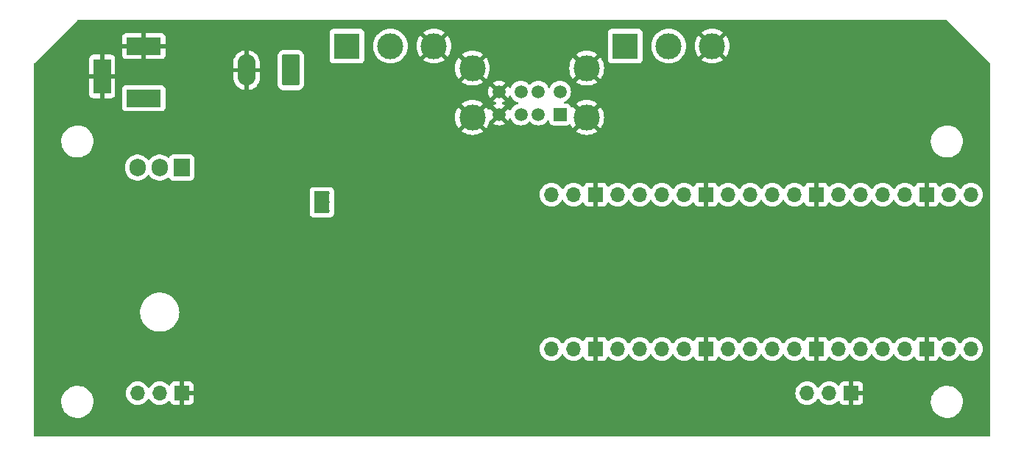
<source format=gbr>
%TF.GenerationSoftware,KiCad,Pcbnew,(7.0.0)*%
%TF.CreationDate,2023-06-19T20:16:09-07:00*%
%TF.ProjectId,main_board,6d61696e-5f62-46f6-9172-642e6b696361,B*%
%TF.SameCoordinates,Original*%
%TF.FileFunction,Copper,L1,Top*%
%TF.FilePolarity,Positive*%
%FSLAX46Y46*%
G04 Gerber Fmt 4.6, Leading zero omitted, Abs format (unit mm)*
G04 Created by KiCad (PCBNEW (7.0.0)) date 2023-06-19 20:16:09*
%MOMM*%
%LPD*%
G01*
G04 APERTURE LIST*
G04 Aperture macros list*
%AMRoundRect*
0 Rectangle with rounded corners*
0 $1 Rounding radius*
0 $2 $3 $4 $5 $6 $7 $8 $9 X,Y pos of 4 corners*
0 Add a 4 corners polygon primitive as box body*
4,1,4,$2,$3,$4,$5,$6,$7,$8,$9,$2,$3,0*
0 Add four circle primitives for the rounded corners*
1,1,$1+$1,$2,$3*
1,1,$1+$1,$4,$5*
1,1,$1+$1,$6,$7*
1,1,$1+$1,$8,$9*
0 Add four rect primitives between the rounded corners*
20,1,$1+$1,$2,$3,$4,$5,0*
20,1,$1+$1,$4,$5,$6,$7,0*
20,1,$1+$1,$6,$7,$8,$9,0*
20,1,$1+$1,$8,$9,$2,$3,0*%
G04 Aperture macros list end*
%TA.AperFunction,ComponentPad*%
%ADD10R,1.700000X1.700000*%
%TD*%
%TA.AperFunction,ComponentPad*%
%ADD11O,1.700000X1.700000*%
%TD*%
%TA.AperFunction,ComponentPad*%
%ADD12R,4.000000X2.000000*%
%TD*%
%TA.AperFunction,ComponentPad*%
%ADD13R,2.000000X4.000000*%
%TD*%
%TA.AperFunction,ComponentPad*%
%ADD14R,1.905000X2.000000*%
%TD*%
%TA.AperFunction,ComponentPad*%
%ADD15O,1.905000X2.000000*%
%TD*%
%TA.AperFunction,ComponentPad*%
%ADD16R,1.500000X1.500000*%
%TD*%
%TA.AperFunction,ComponentPad*%
%ADD17C,1.500000*%
%TD*%
%TA.AperFunction,ComponentPad*%
%ADD18C,3.000000*%
%TD*%
%TA.AperFunction,ComponentPad*%
%ADD19RoundRect,0.249999X0.790001X1.550001X-0.790001X1.550001X-0.790001X-1.550001X0.790001X-1.550001X0*%
%TD*%
%TA.AperFunction,ComponentPad*%
%ADD20O,2.080000X3.600000*%
%TD*%
%TA.AperFunction,ComponentPad*%
%ADD21R,3.000000X3.000000*%
%TD*%
%TA.AperFunction,ComponentPad*%
%ADD22C,0.500000*%
%TD*%
%TA.AperFunction,SMDPad,CuDef*%
%ADD23R,1.800000X2.500000*%
%TD*%
%TA.AperFunction,ViaPad*%
%ADD24C,2.200000*%
%TD*%
%TA.AperFunction,ViaPad*%
%ADD25C,0.900000*%
%TD*%
G04 APERTURE END LIST*
D10*
%TO.P,J5,1,Pin_1*%
%TO.N,GND*%
X100999999Y-80999999D03*
D11*
%TO.P,J5,2,Pin_2*%
%TO.N,/LED_RIGHT_DATA*%
X98459999Y-80999999D03*
%TO.P,J5,3,Pin_3*%
%TO.N,+5V*%
X95919999Y-80999999D03*
%TD*%
D12*
%TO.P,J1,1*%
%TO.N,Net-(Q1-D)*%
X96634999Y-46999999D03*
%TO.P,J1,2*%
%TO.N,GND*%
X96634999Y-40999999D03*
D13*
X91834999Y-44499999D03*
%TD*%
D14*
%TO.P,Q1,1,G*%
%TO.N,Net-(D1-A)*%
X100999999Y-54999999D03*
D15*
%TO.P,Q1,2,D*%
%TO.N,Net-(Q1-D)*%
X98459999Y-54999999D03*
%TO.P,Q1,3,S*%
%TO.N,+12V*%
X95919999Y-54999999D03*
%TD*%
D10*
%TO.P,J4,1,Pin_1*%
%TO.N,GND*%
X177999999Y-80999999D03*
D11*
%TO.P,J4,2,Pin_2*%
%TO.N,/LED_LEFT_DATA*%
X175459999Y-80999999D03*
%TO.P,J4,3,Pin_3*%
%TO.N,+5V*%
X172919999Y-80999999D03*
%TD*%
%TO.P,U2,1,GPIO0*%
%TO.N,unconnected-(U2-GPIO0-Pad1)*%
X191779999Y-58109999D03*
%TO.P,U2,2,GPIO1*%
%TO.N,unconnected-(U2-GPIO1-Pad2)*%
X189239999Y-58109999D03*
D10*
%TO.P,U2,3,GND*%
%TO.N,GND*%
X186699999Y-58109999D03*
D11*
%TO.P,U2,4,GPIO2*%
%TO.N,unconnected-(U2-GPIO2-Pad4)*%
X184159999Y-58109999D03*
%TO.P,U2,5,GPIO3*%
%TO.N,unconnected-(U2-GPIO3-Pad5)*%
X181619999Y-58109999D03*
%TO.P,U2,6,GPIO4*%
%TO.N,unconnected-(U2-GPIO4-Pad6)*%
X179079999Y-58109999D03*
%TO.P,U2,7,GPIO5*%
%TO.N,unconnected-(U2-GPIO5-Pad7)*%
X176539999Y-58109999D03*
D10*
%TO.P,U2,8,GND*%
%TO.N,GND*%
X173999999Y-58109999D03*
D11*
%TO.P,U2,9,GPIO6*%
%TO.N,unconnected-(U2-GPIO6-Pad9)*%
X171459999Y-58109999D03*
%TO.P,U2,10,GPIO7*%
%TO.N,unconnected-(U2-GPIO7-Pad10)*%
X168919999Y-58109999D03*
%TO.P,U2,11,GPIO8*%
%TO.N,unconnected-(U2-GPIO8-Pad11)*%
X166379999Y-58109999D03*
%TO.P,U2,12,GPIO9*%
%TO.N,unconnected-(U2-GPIO9-Pad12)*%
X163839999Y-58109999D03*
D10*
%TO.P,U2,13,GND*%
%TO.N,GND*%
X161299999Y-58109999D03*
D11*
%TO.P,U2,14,GPIO10*%
%TO.N,unconnected-(U2-GPIO10-Pad14)*%
X158759999Y-58109999D03*
%TO.P,U2,15,GPIO11*%
%TO.N,unconnected-(U2-GPIO11-Pad15)*%
X156219999Y-58109999D03*
%TO.P,U2,16,GPIO12*%
%TO.N,unconnected-(U2-GPIO12-Pad16)*%
X153679999Y-58109999D03*
%TO.P,U2,17,GPIO13*%
%TO.N,unconnected-(U2-GPIO13-Pad17)*%
X151139999Y-58109999D03*
D10*
%TO.P,U2,18,GND*%
%TO.N,GND*%
X148599999Y-58109999D03*
D11*
%TO.P,U2,19,GPIO14*%
%TO.N,unconnected-(U2-GPIO14-Pad19)*%
X146059999Y-58109999D03*
%TO.P,U2,20,GPIO15*%
%TO.N,unconnected-(U2-GPIO15-Pad20)*%
X143519999Y-58109999D03*
%TO.P,U2,21,GPIO16*%
%TO.N,/LED_RIGHT_DATA*%
X143519999Y-75889999D03*
%TO.P,U2,22,GPIO17*%
%TO.N,/LED_LEFT_DATA*%
X146059999Y-75889999D03*
D10*
%TO.P,U2,23,GND*%
%TO.N,GND*%
X148599999Y-75889999D03*
D11*
%TO.P,U2,24,GPIO18*%
%TO.N,unconnected-(U2-GPIO18-Pad24)*%
X151139999Y-75889999D03*
%TO.P,U2,25,GPIO19*%
%TO.N,unconnected-(U2-GPIO19-Pad25)*%
X153679999Y-75889999D03*
%TO.P,U2,26,GPIO20*%
%TO.N,unconnected-(U2-GPIO20-Pad26)*%
X156219999Y-75889999D03*
%TO.P,U2,27,GPIO21*%
%TO.N,unconnected-(U2-GPIO21-Pad27)*%
X158759999Y-75889999D03*
D10*
%TO.P,U2,28,GND*%
%TO.N,GND*%
X161299999Y-75889999D03*
D11*
%TO.P,U2,29,GPIO22*%
%TO.N,unconnected-(U2-GPIO22-Pad29)*%
X163839999Y-75889999D03*
%TO.P,U2,30,RUN*%
%TO.N,unconnected-(U2-RUN-Pad30)*%
X166379999Y-75889999D03*
%TO.P,U2,31,GPIO26_ADC0*%
%TO.N,/BRIGHTNESS_CTRL*%
X168919999Y-75889999D03*
%TO.P,U2,32,GPIO27_ADC1*%
%TO.N,/COLOR_CTRL*%
X171459999Y-75889999D03*
D10*
%TO.P,U2,33,AGND*%
%TO.N,GND*%
X173999999Y-75889999D03*
D11*
%TO.P,U2,34,GPIO28_ADC2*%
%TO.N,unconnected-(U2-GPIO28_ADC2-Pad34)*%
X176539999Y-75889999D03*
%TO.P,U2,35,ADC_VREF*%
%TO.N,unconnected-(U2-ADC_VREF-Pad35)*%
X179079999Y-75889999D03*
%TO.P,U2,36,3V3*%
%TO.N,+3V3*%
X181619999Y-75889999D03*
%TO.P,U2,37,3V3_EN*%
%TO.N,unconnected-(U2-3V3_EN-Pad37)*%
X184159999Y-75889999D03*
D10*
%TO.P,U2,38,GND*%
%TO.N,GND*%
X186699999Y-75889999D03*
D11*
%TO.P,U2,39,VSYS*%
%TO.N,+5V*%
X189239999Y-75889999D03*
%TO.P,U2,40,VBUS*%
%TO.N,unconnected-(U2-VBUS-Pad40)*%
X191779999Y-75889999D03*
%TD*%
D16*
%TO.P,J3,1,VBUS1*%
%TO.N,+5V*%
X144499999Y-48879999D03*
D17*
%TO.P,J3,2,D1-*%
%TO.N,unconnected-(J3-D1--Pad2)*%
X142000000Y-48880000D03*
%TO.P,J3,3,D1+*%
%TO.N,unconnected-(J3-D1+-Pad3)*%
X140000000Y-48880000D03*
%TO.P,J3,4,GND1*%
%TO.N,GND*%
X137500000Y-48880000D03*
%TO.P,J3,5,VBUS2*%
%TO.N,+5V*%
X144500000Y-46260000D03*
%TO.P,J3,6,D2-*%
%TO.N,unconnected-(J3-D2--Pad6)*%
X142000000Y-46260000D03*
%TO.P,J3,7,D2+*%
%TO.N,unconnected-(J3-D2+-Pad7)*%
X140000000Y-46260000D03*
%TO.P,J3,8,GND2*%
%TO.N,GND*%
X137500000Y-46260000D03*
D18*
%TO.P,J3,9,Shield*%
X147570000Y-49230000D03*
X147570000Y-43550000D03*
X134430000Y-49230000D03*
X134430000Y-43550000D03*
%TD*%
D19*
%TO.P,J2,1,Pin_1*%
%TO.N,Net-(D2-K)*%
X113540000Y-43777500D03*
D20*
%TO.P,J2,2,Pin_2*%
%TO.N,GND*%
X108459999Y-43777499D03*
%TD*%
D21*
%TO.P,RV1,1,1*%
%TO.N,+3V3*%
X119999999Y-40999999D03*
D18*
%TO.P,RV1,2,2*%
%TO.N,/BRIGHTNESS_CTRL*%
X125000000Y-41000000D03*
%TO.P,RV1,3,3*%
%TO.N,GND*%
X130000000Y-41000000D03*
%TD*%
D22*
%TO.P,U1,9,LX*%
%TO.N,Net-(U1-LX)*%
X116460000Y-58000000D03*
X116460000Y-59000000D03*
X116460000Y-60000000D03*
D23*
X117109999Y-58999999D03*
D22*
X117760000Y-58000000D03*
X117760000Y-59000000D03*
X117760000Y-60000000D03*
%TD*%
D21*
%TO.P,RV2,1,1*%
%TO.N,+3V3*%
X151999999Y-40999999D03*
D18*
%TO.P,RV2,2,2*%
%TO.N,/COLOR_CTRL*%
X157000000Y-41000000D03*
%TO.P,RV2,3,3*%
%TO.N,GND*%
X162000000Y-41000000D03*
%TD*%
D24*
%TO.N,GND*%
X186500000Y-73000000D03*
D25*
X165200000Y-41000000D03*
D24*
X151000000Y-48000000D03*
X131000000Y-49500000D03*
D25*
X103840000Y-57499999D03*
X114500000Y-55500000D03*
D24*
X108000000Y-66500000D03*
X180500000Y-81000000D03*
X104500000Y-80500000D03*
X131000000Y-67500000D03*
D25*
X127500000Y-41000000D03*
X124000000Y-54500000D03*
D24*
X88000000Y-44500000D03*
X175500000Y-73000000D03*
X103000000Y-41500000D03*
%TD*%
%TA.AperFunction,Conductor*%
%TO.N,GND*%
G36*
X188995883Y-38009939D02*
G01*
X189036111Y-38036819D01*
X193963181Y-42963888D01*
X193990061Y-43004116D01*
X193999500Y-43051569D01*
X193999500Y-85875500D01*
X193982887Y-85937500D01*
X193937500Y-85982887D01*
X193875500Y-85999500D01*
X84124500Y-85999500D01*
X84062500Y-85982887D01*
X84017113Y-85937500D01*
X84000500Y-85875500D01*
X84000500Y-82067765D01*
X87145788Y-82067765D01*
X87146282Y-82072262D01*
X87146283Y-82072267D01*
X87174917Y-82332506D01*
X87174918Y-82332513D01*
X87175414Y-82337018D01*
X87176559Y-82341398D01*
X87176561Y-82341408D01*
X87180287Y-82355659D01*
X87243928Y-82599088D01*
X87245693Y-82603242D01*
X87245696Y-82603250D01*
X87348099Y-82844223D01*
X87349870Y-82848390D01*
X87352226Y-82852251D01*
X87352229Y-82852256D01*
X87488618Y-83075737D01*
X87490982Y-83079610D01*
X87664255Y-83287820D01*
X87667630Y-83290844D01*
X87667631Y-83290845D01*
X87772330Y-83384656D01*
X87865998Y-83468582D01*
X88091910Y-83618044D01*
X88337176Y-83733020D01*
X88596569Y-83811060D01*
X88864561Y-83850500D01*
X89065369Y-83850500D01*
X89067631Y-83850500D01*
X89270156Y-83835677D01*
X89534553Y-83776780D01*
X89787558Y-83680014D01*
X90023777Y-83547441D01*
X90238177Y-83381888D01*
X90426186Y-83186881D01*
X90583799Y-82966579D01*
X90707656Y-82725675D01*
X90795118Y-82469305D01*
X90844319Y-82202933D01*
X90854212Y-81932235D01*
X90824586Y-81662982D01*
X90756072Y-81400912D01*
X90650130Y-81151610D01*
X90557603Y-81000000D01*
X94564341Y-81000000D01*
X94564813Y-81005395D01*
X94567617Y-81037450D01*
X94584937Y-81235408D01*
X94586336Y-81240630D01*
X94586337Y-81240634D01*
X94644694Y-81458430D01*
X94644697Y-81458438D01*
X94646097Y-81463663D01*
X94648385Y-81468570D01*
X94648386Y-81468572D01*
X94743678Y-81672927D01*
X94743681Y-81672933D01*
X94745965Y-81677830D01*
X94749064Y-81682257D01*
X94749066Y-81682259D01*
X94878399Y-81866966D01*
X94878402Y-81866970D01*
X94881505Y-81871401D01*
X95048599Y-82038495D01*
X95242170Y-82174035D01*
X95456337Y-82273903D01*
X95684592Y-82335063D01*
X95920000Y-82355659D01*
X96155408Y-82335063D01*
X96383663Y-82273903D01*
X96597830Y-82174035D01*
X96791401Y-82038495D01*
X96958495Y-81871401D01*
X97088424Y-81685842D01*
X97132743Y-81646976D01*
X97190000Y-81632965D01*
X97247257Y-81646976D01*
X97291575Y-81685842D01*
X97418395Y-81866961D01*
X97418401Y-81866968D01*
X97421505Y-81871401D01*
X97588599Y-82038495D01*
X97782170Y-82174035D01*
X97996337Y-82273903D01*
X98224592Y-82335063D01*
X98460000Y-82355659D01*
X98695408Y-82335063D01*
X98923663Y-82273903D01*
X99137830Y-82174035D01*
X99331401Y-82038495D01*
X99453717Y-81916178D01*
X99506460Y-81884885D01*
X99567753Y-81882696D01*
X99622597Y-81910149D01*
X99657577Y-81960528D01*
X99703548Y-82083779D01*
X99711962Y-82099189D01*
X99787498Y-82200092D01*
X99799907Y-82212501D01*
X99900810Y-82288037D01*
X99916222Y-82296452D01*
X100035358Y-82340888D01*
X100050332Y-82344426D01*
X100098885Y-82349646D01*
X100105482Y-82350000D01*
X100733674Y-82350000D01*
X100746549Y-82346549D01*
X100750000Y-82333674D01*
X101250000Y-82333674D01*
X101253450Y-82346549D01*
X101266326Y-82350000D01*
X101894518Y-82350000D01*
X101901114Y-82349646D01*
X101949667Y-82344426D01*
X101964641Y-82340888D01*
X102083777Y-82296452D01*
X102099189Y-82288037D01*
X102200092Y-82212501D01*
X102212501Y-82200092D01*
X102288037Y-82099189D01*
X102296452Y-82083777D01*
X102340888Y-81964641D01*
X102344426Y-81949667D01*
X102349646Y-81901114D01*
X102350000Y-81894518D01*
X102350000Y-81266326D01*
X102346549Y-81253450D01*
X102333674Y-81250000D01*
X101266326Y-81250000D01*
X101253450Y-81253450D01*
X101250000Y-81266326D01*
X101250000Y-82333674D01*
X100750000Y-82333674D01*
X100750000Y-81000000D01*
X171564341Y-81000000D01*
X171564813Y-81005395D01*
X171567617Y-81037450D01*
X171584937Y-81235408D01*
X171586336Y-81240630D01*
X171586337Y-81240634D01*
X171644694Y-81458430D01*
X171644697Y-81458438D01*
X171646097Y-81463663D01*
X171648385Y-81468570D01*
X171648386Y-81468572D01*
X171743678Y-81672927D01*
X171743681Y-81672933D01*
X171745965Y-81677830D01*
X171749064Y-81682257D01*
X171749066Y-81682259D01*
X171878399Y-81866966D01*
X171878402Y-81866970D01*
X171881505Y-81871401D01*
X172048599Y-82038495D01*
X172242170Y-82174035D01*
X172456337Y-82273903D01*
X172684592Y-82335063D01*
X172920000Y-82355659D01*
X173155408Y-82335063D01*
X173383663Y-82273903D01*
X173597830Y-82174035D01*
X173791401Y-82038495D01*
X173958495Y-81871401D01*
X174088424Y-81685842D01*
X174132743Y-81646976D01*
X174190000Y-81632965D01*
X174247257Y-81646976D01*
X174291575Y-81685842D01*
X174418395Y-81866961D01*
X174418401Y-81866968D01*
X174421505Y-81871401D01*
X174588599Y-82038495D01*
X174782170Y-82174035D01*
X174996337Y-82273903D01*
X175224592Y-82335063D01*
X175460000Y-82355659D01*
X175695408Y-82335063D01*
X175923663Y-82273903D01*
X176137830Y-82174035D01*
X176331401Y-82038495D01*
X176453717Y-81916178D01*
X176506460Y-81884885D01*
X176567753Y-81882696D01*
X176622597Y-81910149D01*
X176657577Y-81960528D01*
X176703548Y-82083779D01*
X176711962Y-82099189D01*
X176787498Y-82200092D01*
X176799907Y-82212501D01*
X176900810Y-82288037D01*
X176916222Y-82296452D01*
X177035358Y-82340888D01*
X177050332Y-82344426D01*
X177098885Y-82349646D01*
X177105482Y-82350000D01*
X177733674Y-82350000D01*
X177746549Y-82346549D01*
X177750000Y-82333674D01*
X178250000Y-82333674D01*
X178253450Y-82346549D01*
X178266326Y-82350000D01*
X178894518Y-82350000D01*
X178901114Y-82349646D01*
X178949667Y-82344426D01*
X178964641Y-82340888D01*
X179083777Y-82296452D01*
X179099189Y-82288037D01*
X179200092Y-82212501D01*
X179212501Y-82200092D01*
X179288037Y-82099189D01*
X179296452Y-82083777D01*
X179302424Y-82067765D01*
X187145788Y-82067765D01*
X187146282Y-82072262D01*
X187146283Y-82072267D01*
X187174917Y-82332506D01*
X187174918Y-82332513D01*
X187175414Y-82337018D01*
X187176559Y-82341398D01*
X187176561Y-82341408D01*
X187180287Y-82355659D01*
X187243928Y-82599088D01*
X187245693Y-82603242D01*
X187245696Y-82603250D01*
X187348099Y-82844223D01*
X187349870Y-82848390D01*
X187352226Y-82852251D01*
X187352229Y-82852256D01*
X187488618Y-83075737D01*
X187490982Y-83079610D01*
X187664255Y-83287820D01*
X187667630Y-83290844D01*
X187667631Y-83290845D01*
X187772330Y-83384656D01*
X187865998Y-83468582D01*
X188091910Y-83618044D01*
X188337176Y-83733020D01*
X188596569Y-83811060D01*
X188864561Y-83850500D01*
X189065369Y-83850500D01*
X189067631Y-83850500D01*
X189270156Y-83835677D01*
X189534553Y-83776780D01*
X189787558Y-83680014D01*
X190023777Y-83547441D01*
X190238177Y-83381888D01*
X190426186Y-83186881D01*
X190583799Y-82966579D01*
X190707656Y-82725675D01*
X190795118Y-82469305D01*
X190844319Y-82202933D01*
X190854212Y-81932235D01*
X190824586Y-81662982D01*
X190756072Y-81400912D01*
X190650130Y-81151610D01*
X190509018Y-80920390D01*
X190335745Y-80712180D01*
X190230759Y-80618112D01*
X190137382Y-80534446D01*
X190137378Y-80534442D01*
X190134002Y-80531418D01*
X189908090Y-80381956D01*
X189903996Y-80380036D01*
X189903991Y-80380034D01*
X189666929Y-80268904D01*
X189666925Y-80268902D01*
X189662824Y-80266980D01*
X189658477Y-80265672D01*
X189658474Y-80265671D01*
X189407772Y-80190246D01*
X189407771Y-80190245D01*
X189403431Y-80188940D01*
X189398957Y-80188281D01*
X189398950Y-80188280D01*
X189139913Y-80150158D01*
X189139907Y-80150157D01*
X189135439Y-80149500D01*
X188932369Y-80149500D01*
X188930120Y-80149664D01*
X188930109Y-80149665D01*
X188734363Y-80163992D01*
X188734359Y-80163992D01*
X188729844Y-80164323D01*
X188725426Y-80165307D01*
X188725420Y-80165308D01*
X188469877Y-80222232D01*
X188469861Y-80222236D01*
X188465447Y-80223220D01*
X188461216Y-80224838D01*
X188461210Y-80224840D01*
X188216673Y-80318367D01*
X188216663Y-80318371D01*
X188212442Y-80319986D01*
X188208494Y-80322201D01*
X188208489Y-80322204D01*
X187980176Y-80450340D01*
X187980171Y-80450343D01*
X187976223Y-80452559D01*
X187972639Y-80455325D01*
X187972635Y-80455329D01*
X187765407Y-80615343D01*
X187765394Y-80615354D01*
X187761823Y-80618112D01*
X187758685Y-80621366D01*
X187758678Y-80621373D01*
X187576958Y-80809857D01*
X187576952Y-80809864D01*
X187573814Y-80813119D01*
X187571189Y-80816787D01*
X187571179Y-80816800D01*
X187418834Y-81029740D01*
X187418830Y-81029745D01*
X187416201Y-81033421D01*
X187414132Y-81037444D01*
X187414129Y-81037450D01*
X187294416Y-81270293D01*
X187294411Y-81270304D01*
X187292344Y-81274325D01*
X187290884Y-81278602D01*
X187290879Y-81278616D01*
X187206348Y-81526395D01*
X187206344Y-81526407D01*
X187204882Y-81530695D01*
X187204057Y-81535159D01*
X187204057Y-81535161D01*
X187156504Y-81792606D01*
X187156502Y-81792619D01*
X187155681Y-81797067D01*
X187155515Y-81801593D01*
X187155515Y-81801599D01*
X187146858Y-82038495D01*
X187145788Y-82067765D01*
X179302424Y-82067765D01*
X179340888Y-81964641D01*
X179344426Y-81949667D01*
X179349646Y-81901114D01*
X179350000Y-81894518D01*
X179350000Y-81266326D01*
X179346549Y-81253450D01*
X179333674Y-81250000D01*
X178266326Y-81250000D01*
X178253450Y-81253450D01*
X178250000Y-81266326D01*
X178250000Y-82333674D01*
X177750000Y-82333674D01*
X177750000Y-80733674D01*
X178250000Y-80733674D01*
X178253450Y-80746549D01*
X178266326Y-80750000D01*
X179333674Y-80750000D01*
X179346549Y-80746549D01*
X179350000Y-80733674D01*
X179350000Y-80105482D01*
X179349646Y-80098885D01*
X179344426Y-80050332D01*
X179340888Y-80035358D01*
X179296452Y-79916222D01*
X179288037Y-79900810D01*
X179212501Y-79799907D01*
X179200092Y-79787498D01*
X179099189Y-79711962D01*
X179083777Y-79703547D01*
X178964641Y-79659111D01*
X178949667Y-79655573D01*
X178901114Y-79650353D01*
X178894518Y-79650000D01*
X178266326Y-79650000D01*
X178253450Y-79653450D01*
X178250000Y-79666326D01*
X178250000Y-80733674D01*
X177750000Y-80733674D01*
X177750000Y-79666326D01*
X177746549Y-79653450D01*
X177733674Y-79650000D01*
X177105482Y-79650000D01*
X177098885Y-79650353D01*
X177050332Y-79655573D01*
X177035358Y-79659111D01*
X176916222Y-79703547D01*
X176900810Y-79711962D01*
X176799907Y-79787498D01*
X176787498Y-79799907D01*
X176711962Y-79900810D01*
X176703544Y-79916226D01*
X176657576Y-80039471D01*
X176622597Y-80089850D01*
X176567753Y-80117303D01*
X176506460Y-80115114D01*
X176453714Y-80083818D01*
X176335232Y-79965336D01*
X176335230Y-79965334D01*
X176331401Y-79961505D01*
X176326970Y-79958402D01*
X176326966Y-79958399D01*
X176142259Y-79829066D01*
X176142257Y-79829064D01*
X176137830Y-79825965D01*
X176132933Y-79823681D01*
X176132927Y-79823678D01*
X175928572Y-79728386D01*
X175928570Y-79728385D01*
X175923663Y-79726097D01*
X175918438Y-79724697D01*
X175918430Y-79724694D01*
X175700634Y-79666337D01*
X175700630Y-79666336D01*
X175695408Y-79664937D01*
X175690020Y-79664465D01*
X175690017Y-79664465D01*
X175465395Y-79644813D01*
X175460000Y-79644341D01*
X175454605Y-79644813D01*
X175229982Y-79664465D01*
X175229977Y-79664465D01*
X175224592Y-79664937D01*
X175219371Y-79666335D01*
X175219365Y-79666337D01*
X175001569Y-79724694D01*
X175001557Y-79724698D01*
X174996337Y-79726097D01*
X174991432Y-79728383D01*
X174991427Y-79728386D01*
X174787081Y-79823675D01*
X174787077Y-79823677D01*
X174782171Y-79825965D01*
X174777738Y-79829068D01*
X174777731Y-79829073D01*
X174593034Y-79958399D01*
X174593029Y-79958402D01*
X174588599Y-79961505D01*
X174584775Y-79965328D01*
X174584769Y-79965334D01*
X174425334Y-80124769D01*
X174425328Y-80124775D01*
X174421505Y-80128599D01*
X174418402Y-80133029D01*
X174418399Y-80133034D01*
X174291575Y-80314159D01*
X174247257Y-80353025D01*
X174190000Y-80367036D01*
X174132743Y-80353025D01*
X174088425Y-80314159D01*
X174024057Y-80222232D01*
X173958495Y-80128599D01*
X173791401Y-79961505D01*
X173786970Y-79958402D01*
X173786966Y-79958399D01*
X173602259Y-79829066D01*
X173602257Y-79829064D01*
X173597830Y-79825965D01*
X173592933Y-79823681D01*
X173592927Y-79823678D01*
X173388572Y-79728386D01*
X173388570Y-79728385D01*
X173383663Y-79726097D01*
X173378438Y-79724697D01*
X173378430Y-79724694D01*
X173160634Y-79666337D01*
X173160630Y-79666336D01*
X173155408Y-79664937D01*
X173150020Y-79664465D01*
X173150017Y-79664465D01*
X172925395Y-79644813D01*
X172920000Y-79644341D01*
X172914605Y-79644813D01*
X172689982Y-79664465D01*
X172689977Y-79664465D01*
X172684592Y-79664937D01*
X172679371Y-79666335D01*
X172679365Y-79666337D01*
X172461569Y-79724694D01*
X172461557Y-79724698D01*
X172456337Y-79726097D01*
X172451432Y-79728383D01*
X172451427Y-79728386D01*
X172247081Y-79823675D01*
X172247077Y-79823677D01*
X172242171Y-79825965D01*
X172237738Y-79829068D01*
X172237731Y-79829073D01*
X172053034Y-79958399D01*
X172053029Y-79958402D01*
X172048599Y-79961505D01*
X172044775Y-79965328D01*
X172044769Y-79965334D01*
X171885334Y-80124769D01*
X171885328Y-80124775D01*
X171881505Y-80128599D01*
X171878402Y-80133029D01*
X171878399Y-80133034D01*
X171749073Y-80317731D01*
X171749068Y-80317738D01*
X171745965Y-80322171D01*
X171743677Y-80327077D01*
X171743675Y-80327081D01*
X171648386Y-80531427D01*
X171648383Y-80531432D01*
X171646097Y-80536337D01*
X171644698Y-80541557D01*
X171644694Y-80541569D01*
X171586337Y-80759365D01*
X171586335Y-80759371D01*
X171584937Y-80764592D01*
X171584465Y-80769977D01*
X171584465Y-80769982D01*
X171580691Y-80813119D01*
X171564341Y-81000000D01*
X100750000Y-81000000D01*
X100750000Y-80733674D01*
X101250000Y-80733674D01*
X101253450Y-80746549D01*
X101266326Y-80750000D01*
X102333674Y-80750000D01*
X102346549Y-80746549D01*
X102350000Y-80733674D01*
X102350000Y-80105482D01*
X102349646Y-80098885D01*
X102344426Y-80050332D01*
X102340888Y-80035358D01*
X102296452Y-79916222D01*
X102288037Y-79900810D01*
X102212501Y-79799907D01*
X102200092Y-79787498D01*
X102099189Y-79711962D01*
X102083777Y-79703547D01*
X101964641Y-79659111D01*
X101949667Y-79655573D01*
X101901114Y-79650353D01*
X101894518Y-79650000D01*
X101266326Y-79650000D01*
X101253450Y-79653450D01*
X101250000Y-79666326D01*
X101250000Y-80733674D01*
X100750000Y-80733674D01*
X100750000Y-79666326D01*
X100746549Y-79653450D01*
X100733674Y-79650000D01*
X100105482Y-79650000D01*
X100098885Y-79650353D01*
X100050332Y-79655573D01*
X100035358Y-79659111D01*
X99916222Y-79703547D01*
X99900810Y-79711962D01*
X99799907Y-79787498D01*
X99787498Y-79799907D01*
X99711962Y-79900810D01*
X99703544Y-79916226D01*
X99657576Y-80039471D01*
X99622597Y-80089850D01*
X99567753Y-80117303D01*
X99506460Y-80115114D01*
X99453714Y-80083818D01*
X99335232Y-79965336D01*
X99335230Y-79965334D01*
X99331401Y-79961505D01*
X99326970Y-79958402D01*
X99326966Y-79958399D01*
X99142259Y-79829066D01*
X99142257Y-79829064D01*
X99137830Y-79825965D01*
X99132933Y-79823681D01*
X99132927Y-79823678D01*
X98928572Y-79728386D01*
X98928570Y-79728385D01*
X98923663Y-79726097D01*
X98918438Y-79724697D01*
X98918430Y-79724694D01*
X98700634Y-79666337D01*
X98700630Y-79666336D01*
X98695408Y-79664937D01*
X98690020Y-79664465D01*
X98690017Y-79664465D01*
X98465395Y-79644813D01*
X98460000Y-79644341D01*
X98454605Y-79644813D01*
X98229982Y-79664465D01*
X98229977Y-79664465D01*
X98224592Y-79664937D01*
X98219371Y-79666335D01*
X98219365Y-79666337D01*
X98001569Y-79724694D01*
X98001557Y-79724698D01*
X97996337Y-79726097D01*
X97991432Y-79728383D01*
X97991427Y-79728386D01*
X97787081Y-79823675D01*
X97787077Y-79823677D01*
X97782171Y-79825965D01*
X97777738Y-79829068D01*
X97777731Y-79829073D01*
X97593034Y-79958399D01*
X97593029Y-79958402D01*
X97588599Y-79961505D01*
X97584775Y-79965328D01*
X97584769Y-79965334D01*
X97425334Y-80124769D01*
X97425328Y-80124775D01*
X97421505Y-80128599D01*
X97418402Y-80133029D01*
X97418399Y-80133034D01*
X97291575Y-80314159D01*
X97247257Y-80353025D01*
X97190000Y-80367036D01*
X97132743Y-80353025D01*
X97088425Y-80314159D01*
X97024057Y-80222232D01*
X96958495Y-80128599D01*
X96791401Y-79961505D01*
X96786970Y-79958402D01*
X96786966Y-79958399D01*
X96602259Y-79829066D01*
X96602257Y-79829064D01*
X96597830Y-79825965D01*
X96592933Y-79823681D01*
X96592927Y-79823678D01*
X96388572Y-79728386D01*
X96388570Y-79728385D01*
X96383663Y-79726097D01*
X96378438Y-79724697D01*
X96378430Y-79724694D01*
X96160634Y-79666337D01*
X96160630Y-79666336D01*
X96155408Y-79664937D01*
X96150020Y-79664465D01*
X96150017Y-79664465D01*
X95925395Y-79644813D01*
X95920000Y-79644341D01*
X95914605Y-79644813D01*
X95689982Y-79664465D01*
X95689977Y-79664465D01*
X95684592Y-79664937D01*
X95679371Y-79666335D01*
X95679365Y-79666337D01*
X95461569Y-79724694D01*
X95461557Y-79724698D01*
X95456337Y-79726097D01*
X95451432Y-79728383D01*
X95451427Y-79728386D01*
X95247081Y-79823675D01*
X95247077Y-79823677D01*
X95242171Y-79825965D01*
X95237738Y-79829068D01*
X95237731Y-79829073D01*
X95053034Y-79958399D01*
X95053029Y-79958402D01*
X95048599Y-79961505D01*
X95044775Y-79965328D01*
X95044769Y-79965334D01*
X94885334Y-80124769D01*
X94885328Y-80124775D01*
X94881505Y-80128599D01*
X94878402Y-80133029D01*
X94878399Y-80133034D01*
X94749073Y-80317731D01*
X94749068Y-80317738D01*
X94745965Y-80322171D01*
X94743677Y-80327077D01*
X94743675Y-80327081D01*
X94648386Y-80531427D01*
X94648383Y-80531432D01*
X94646097Y-80536337D01*
X94644698Y-80541557D01*
X94644694Y-80541569D01*
X94586337Y-80759365D01*
X94586335Y-80759371D01*
X94584937Y-80764592D01*
X94584465Y-80769977D01*
X94584465Y-80769982D01*
X94580691Y-80813119D01*
X94564341Y-81000000D01*
X90557603Y-81000000D01*
X90509018Y-80920390D01*
X90335745Y-80712180D01*
X90230759Y-80618112D01*
X90137382Y-80534446D01*
X90137378Y-80534442D01*
X90134002Y-80531418D01*
X89908090Y-80381956D01*
X89903996Y-80380036D01*
X89903991Y-80380034D01*
X89666929Y-80268904D01*
X89666925Y-80268902D01*
X89662824Y-80266980D01*
X89658477Y-80265672D01*
X89658474Y-80265671D01*
X89407772Y-80190246D01*
X89407771Y-80190245D01*
X89403431Y-80188940D01*
X89398957Y-80188281D01*
X89398950Y-80188280D01*
X89139913Y-80150158D01*
X89139907Y-80150157D01*
X89135439Y-80149500D01*
X88932369Y-80149500D01*
X88930120Y-80149664D01*
X88930109Y-80149665D01*
X88734363Y-80163992D01*
X88734359Y-80163992D01*
X88729844Y-80164323D01*
X88725426Y-80165307D01*
X88725420Y-80165308D01*
X88469877Y-80222232D01*
X88469861Y-80222236D01*
X88465447Y-80223220D01*
X88461216Y-80224838D01*
X88461210Y-80224840D01*
X88216673Y-80318367D01*
X88216663Y-80318371D01*
X88212442Y-80319986D01*
X88208494Y-80322201D01*
X88208489Y-80322204D01*
X87980176Y-80450340D01*
X87980171Y-80450343D01*
X87976223Y-80452559D01*
X87972639Y-80455325D01*
X87972635Y-80455329D01*
X87765407Y-80615343D01*
X87765394Y-80615354D01*
X87761823Y-80618112D01*
X87758685Y-80621366D01*
X87758678Y-80621373D01*
X87576958Y-80809857D01*
X87576952Y-80809864D01*
X87573814Y-80813119D01*
X87571189Y-80816787D01*
X87571179Y-80816800D01*
X87418834Y-81029740D01*
X87418830Y-81029745D01*
X87416201Y-81033421D01*
X87414132Y-81037444D01*
X87414129Y-81037450D01*
X87294416Y-81270293D01*
X87294411Y-81270304D01*
X87292344Y-81274325D01*
X87290884Y-81278602D01*
X87290879Y-81278616D01*
X87206348Y-81526395D01*
X87206344Y-81526407D01*
X87204882Y-81530695D01*
X87204057Y-81535159D01*
X87204057Y-81535161D01*
X87156504Y-81792606D01*
X87156502Y-81792619D01*
X87155681Y-81797067D01*
X87155515Y-81801593D01*
X87155515Y-81801599D01*
X87146858Y-82038495D01*
X87145788Y-82067765D01*
X84000500Y-82067765D01*
X84000500Y-75890000D01*
X142164341Y-75890000D01*
X142184937Y-76125408D01*
X142186336Y-76130630D01*
X142186337Y-76130634D01*
X142244694Y-76348430D01*
X142244697Y-76348438D01*
X142246097Y-76353663D01*
X142248385Y-76358570D01*
X142248386Y-76358572D01*
X142343678Y-76562927D01*
X142343681Y-76562933D01*
X142345965Y-76567830D01*
X142349064Y-76572257D01*
X142349066Y-76572259D01*
X142478399Y-76756966D01*
X142478402Y-76756970D01*
X142481505Y-76761401D01*
X142648599Y-76928495D01*
X142842170Y-77064035D01*
X143056337Y-77163903D01*
X143284592Y-77225063D01*
X143520000Y-77245659D01*
X143755408Y-77225063D01*
X143983663Y-77163903D01*
X144197830Y-77064035D01*
X144391401Y-76928495D01*
X144558495Y-76761401D01*
X144688424Y-76575842D01*
X144732743Y-76536976D01*
X144790000Y-76522965D01*
X144847257Y-76536976D01*
X144891575Y-76575842D01*
X145018395Y-76756961D01*
X145018401Y-76756968D01*
X145021505Y-76761401D01*
X145188599Y-76928495D01*
X145382170Y-77064035D01*
X145596337Y-77163903D01*
X145824592Y-77225063D01*
X146060000Y-77245659D01*
X146295408Y-77225063D01*
X146523663Y-77163903D01*
X146737830Y-77064035D01*
X146931401Y-76928495D01*
X147053717Y-76806178D01*
X147106460Y-76774885D01*
X147167753Y-76772696D01*
X147222597Y-76800149D01*
X147257577Y-76850528D01*
X147303548Y-76973779D01*
X147311962Y-76989189D01*
X147387498Y-77090092D01*
X147399907Y-77102501D01*
X147500810Y-77178037D01*
X147516222Y-77186452D01*
X147635358Y-77230888D01*
X147650332Y-77234426D01*
X147698885Y-77239646D01*
X147705482Y-77240000D01*
X148333674Y-77240000D01*
X148346549Y-77236549D01*
X148350000Y-77223674D01*
X148850000Y-77223674D01*
X148853450Y-77236549D01*
X148866326Y-77240000D01*
X149494518Y-77240000D01*
X149501114Y-77239646D01*
X149549667Y-77234426D01*
X149564641Y-77230888D01*
X149683777Y-77186452D01*
X149699189Y-77178037D01*
X149800092Y-77102501D01*
X149812501Y-77090092D01*
X149888037Y-76989189D01*
X149896452Y-76973777D01*
X149942422Y-76850529D01*
X149977401Y-76800149D01*
X150032246Y-76772696D01*
X150093539Y-76774885D01*
X150146285Y-76806181D01*
X150268599Y-76928495D01*
X150462170Y-77064035D01*
X150676337Y-77163903D01*
X150904592Y-77225063D01*
X151140000Y-77245659D01*
X151375408Y-77225063D01*
X151603663Y-77163903D01*
X151817830Y-77064035D01*
X152011401Y-76928495D01*
X152178495Y-76761401D01*
X152308424Y-76575842D01*
X152352743Y-76536976D01*
X152410000Y-76522965D01*
X152467257Y-76536976D01*
X152511575Y-76575842D01*
X152638395Y-76756961D01*
X152638401Y-76756968D01*
X152641505Y-76761401D01*
X152808599Y-76928495D01*
X153002170Y-77064035D01*
X153216337Y-77163903D01*
X153444592Y-77225063D01*
X153680000Y-77245659D01*
X153915408Y-77225063D01*
X154143663Y-77163903D01*
X154357830Y-77064035D01*
X154551401Y-76928495D01*
X154718495Y-76761401D01*
X154848424Y-76575842D01*
X154892743Y-76536976D01*
X154950000Y-76522965D01*
X155007257Y-76536976D01*
X155051575Y-76575842D01*
X155178395Y-76756961D01*
X155178401Y-76756968D01*
X155181505Y-76761401D01*
X155348599Y-76928495D01*
X155542170Y-77064035D01*
X155756337Y-77163903D01*
X155984592Y-77225063D01*
X156220000Y-77245659D01*
X156455408Y-77225063D01*
X156683663Y-77163903D01*
X156897830Y-77064035D01*
X157091401Y-76928495D01*
X157258495Y-76761401D01*
X157388424Y-76575842D01*
X157432743Y-76536976D01*
X157490000Y-76522965D01*
X157547257Y-76536976D01*
X157591575Y-76575842D01*
X157718395Y-76756961D01*
X157718401Y-76756968D01*
X157721505Y-76761401D01*
X157888599Y-76928495D01*
X158082170Y-77064035D01*
X158296337Y-77163903D01*
X158524592Y-77225063D01*
X158760000Y-77245659D01*
X158995408Y-77225063D01*
X159223663Y-77163903D01*
X159437830Y-77064035D01*
X159631401Y-76928495D01*
X159753717Y-76806178D01*
X159806460Y-76774885D01*
X159867753Y-76772696D01*
X159922597Y-76800149D01*
X159957577Y-76850528D01*
X160003548Y-76973779D01*
X160011962Y-76989189D01*
X160087498Y-77090092D01*
X160099907Y-77102501D01*
X160200810Y-77178037D01*
X160216222Y-77186452D01*
X160335358Y-77230888D01*
X160350332Y-77234426D01*
X160398885Y-77239646D01*
X160405482Y-77240000D01*
X161033674Y-77240000D01*
X161046549Y-77236549D01*
X161050000Y-77223674D01*
X161550000Y-77223674D01*
X161553450Y-77236549D01*
X161566326Y-77240000D01*
X162194518Y-77240000D01*
X162201114Y-77239646D01*
X162249667Y-77234426D01*
X162264641Y-77230888D01*
X162383777Y-77186452D01*
X162399189Y-77178037D01*
X162500092Y-77102501D01*
X162512501Y-77090092D01*
X162588037Y-76989189D01*
X162596452Y-76973777D01*
X162642422Y-76850529D01*
X162677401Y-76800149D01*
X162732246Y-76772696D01*
X162793539Y-76774885D01*
X162846285Y-76806181D01*
X162968599Y-76928495D01*
X163162170Y-77064035D01*
X163376337Y-77163903D01*
X163604592Y-77225063D01*
X163840000Y-77245659D01*
X164075408Y-77225063D01*
X164303663Y-77163903D01*
X164517830Y-77064035D01*
X164711401Y-76928495D01*
X164878495Y-76761401D01*
X165008424Y-76575842D01*
X165052743Y-76536976D01*
X165110000Y-76522965D01*
X165167257Y-76536976D01*
X165211575Y-76575842D01*
X165338395Y-76756961D01*
X165338401Y-76756968D01*
X165341505Y-76761401D01*
X165508599Y-76928495D01*
X165702170Y-77064035D01*
X165916337Y-77163903D01*
X166144592Y-77225063D01*
X166380000Y-77245659D01*
X166615408Y-77225063D01*
X166843663Y-77163903D01*
X167057830Y-77064035D01*
X167251401Y-76928495D01*
X167418495Y-76761401D01*
X167548424Y-76575842D01*
X167592743Y-76536976D01*
X167650000Y-76522965D01*
X167707257Y-76536976D01*
X167751575Y-76575842D01*
X167878395Y-76756961D01*
X167878401Y-76756968D01*
X167881505Y-76761401D01*
X168048599Y-76928495D01*
X168242170Y-77064035D01*
X168456337Y-77163903D01*
X168684592Y-77225063D01*
X168920000Y-77245659D01*
X169155408Y-77225063D01*
X169383663Y-77163903D01*
X169597830Y-77064035D01*
X169791401Y-76928495D01*
X169958495Y-76761401D01*
X170088424Y-76575842D01*
X170132743Y-76536976D01*
X170190000Y-76522965D01*
X170247257Y-76536976D01*
X170291575Y-76575842D01*
X170418395Y-76756961D01*
X170418401Y-76756968D01*
X170421505Y-76761401D01*
X170588599Y-76928495D01*
X170782170Y-77064035D01*
X170996337Y-77163903D01*
X171224592Y-77225063D01*
X171460000Y-77245659D01*
X171695408Y-77225063D01*
X171923663Y-77163903D01*
X172137830Y-77064035D01*
X172331401Y-76928495D01*
X172453717Y-76806178D01*
X172506460Y-76774885D01*
X172567753Y-76772696D01*
X172622597Y-76800149D01*
X172657577Y-76850528D01*
X172703548Y-76973779D01*
X172711962Y-76989189D01*
X172787498Y-77090092D01*
X172799907Y-77102501D01*
X172900810Y-77178037D01*
X172916222Y-77186452D01*
X173035358Y-77230888D01*
X173050332Y-77234426D01*
X173098885Y-77239646D01*
X173105482Y-77240000D01*
X173733674Y-77240000D01*
X173746549Y-77236549D01*
X173750000Y-77223674D01*
X174250000Y-77223674D01*
X174253450Y-77236549D01*
X174266326Y-77240000D01*
X174894518Y-77240000D01*
X174901114Y-77239646D01*
X174949667Y-77234426D01*
X174964641Y-77230888D01*
X175083777Y-77186452D01*
X175099189Y-77178037D01*
X175200092Y-77102501D01*
X175212501Y-77090092D01*
X175288037Y-76989189D01*
X175296452Y-76973777D01*
X175342422Y-76850529D01*
X175377401Y-76800149D01*
X175432246Y-76772696D01*
X175493539Y-76774885D01*
X175546285Y-76806181D01*
X175668599Y-76928495D01*
X175862170Y-77064035D01*
X176076337Y-77163903D01*
X176304592Y-77225063D01*
X176540000Y-77245659D01*
X176775408Y-77225063D01*
X177003663Y-77163903D01*
X177217830Y-77064035D01*
X177411401Y-76928495D01*
X177578495Y-76761401D01*
X177708424Y-76575842D01*
X177752743Y-76536976D01*
X177810000Y-76522965D01*
X177867257Y-76536976D01*
X177911575Y-76575842D01*
X178038395Y-76756961D01*
X178038401Y-76756968D01*
X178041505Y-76761401D01*
X178208599Y-76928495D01*
X178402170Y-77064035D01*
X178616337Y-77163903D01*
X178844592Y-77225063D01*
X179080000Y-77245659D01*
X179315408Y-77225063D01*
X179543663Y-77163903D01*
X179757830Y-77064035D01*
X179951401Y-76928495D01*
X180118495Y-76761401D01*
X180248424Y-76575842D01*
X180292743Y-76536976D01*
X180350000Y-76522965D01*
X180407257Y-76536976D01*
X180451575Y-76575842D01*
X180578395Y-76756961D01*
X180578401Y-76756968D01*
X180581505Y-76761401D01*
X180748599Y-76928495D01*
X180942170Y-77064035D01*
X181156337Y-77163903D01*
X181384592Y-77225063D01*
X181620000Y-77245659D01*
X181855408Y-77225063D01*
X182083663Y-77163903D01*
X182297830Y-77064035D01*
X182491401Y-76928495D01*
X182658495Y-76761401D01*
X182788424Y-76575842D01*
X182832743Y-76536976D01*
X182890000Y-76522965D01*
X182947257Y-76536976D01*
X182991575Y-76575842D01*
X183118395Y-76756961D01*
X183118401Y-76756968D01*
X183121505Y-76761401D01*
X183288599Y-76928495D01*
X183482170Y-77064035D01*
X183696337Y-77163903D01*
X183924592Y-77225063D01*
X184160000Y-77245659D01*
X184395408Y-77225063D01*
X184623663Y-77163903D01*
X184837830Y-77064035D01*
X185031401Y-76928495D01*
X185153717Y-76806178D01*
X185206460Y-76774885D01*
X185267753Y-76772696D01*
X185322597Y-76800149D01*
X185357577Y-76850528D01*
X185403548Y-76973779D01*
X185411962Y-76989189D01*
X185487498Y-77090092D01*
X185499907Y-77102501D01*
X185600810Y-77178037D01*
X185616222Y-77186452D01*
X185735358Y-77230888D01*
X185750332Y-77234426D01*
X185798885Y-77239646D01*
X185805482Y-77240000D01*
X186433674Y-77240000D01*
X186446549Y-77236549D01*
X186450000Y-77223674D01*
X186950000Y-77223674D01*
X186953450Y-77236549D01*
X186966326Y-77240000D01*
X187594518Y-77240000D01*
X187601114Y-77239646D01*
X187649667Y-77234426D01*
X187664641Y-77230888D01*
X187783777Y-77186452D01*
X187799189Y-77178037D01*
X187900092Y-77102501D01*
X187912501Y-77090092D01*
X187988037Y-76989189D01*
X187996452Y-76973777D01*
X188042422Y-76850529D01*
X188077401Y-76800149D01*
X188132246Y-76772696D01*
X188193539Y-76774885D01*
X188246285Y-76806181D01*
X188368599Y-76928495D01*
X188562170Y-77064035D01*
X188776337Y-77163903D01*
X189004592Y-77225063D01*
X189240000Y-77245659D01*
X189475408Y-77225063D01*
X189703663Y-77163903D01*
X189917830Y-77064035D01*
X190111401Y-76928495D01*
X190278495Y-76761401D01*
X190408424Y-76575842D01*
X190452743Y-76536976D01*
X190510000Y-76522965D01*
X190567257Y-76536976D01*
X190611575Y-76575842D01*
X190738395Y-76756961D01*
X190738401Y-76756968D01*
X190741505Y-76761401D01*
X190908599Y-76928495D01*
X191102170Y-77064035D01*
X191316337Y-77163903D01*
X191544592Y-77225063D01*
X191780000Y-77245659D01*
X192015408Y-77225063D01*
X192243663Y-77163903D01*
X192457830Y-77064035D01*
X192651401Y-76928495D01*
X192818495Y-76761401D01*
X192954035Y-76567830D01*
X193053903Y-76353663D01*
X193115063Y-76125408D01*
X193135659Y-75890000D01*
X193115063Y-75654592D01*
X193053903Y-75426337D01*
X192954035Y-75212171D01*
X192818495Y-75018599D01*
X192651401Y-74851505D01*
X192646970Y-74848402D01*
X192646966Y-74848399D01*
X192462259Y-74719066D01*
X192462257Y-74719064D01*
X192457830Y-74715965D01*
X192452933Y-74713681D01*
X192452927Y-74713678D01*
X192248572Y-74618386D01*
X192248570Y-74618385D01*
X192243663Y-74616097D01*
X192238438Y-74614697D01*
X192238430Y-74614694D01*
X192020634Y-74556337D01*
X192020630Y-74556336D01*
X192015408Y-74554937D01*
X192010020Y-74554465D01*
X192010017Y-74554465D01*
X191785395Y-74534813D01*
X191780000Y-74534341D01*
X191774605Y-74534813D01*
X191549982Y-74554465D01*
X191549977Y-74554465D01*
X191544592Y-74554937D01*
X191539371Y-74556335D01*
X191539365Y-74556337D01*
X191321569Y-74614694D01*
X191321557Y-74614698D01*
X191316337Y-74616097D01*
X191311432Y-74618383D01*
X191311427Y-74618386D01*
X191107081Y-74713675D01*
X191107077Y-74713677D01*
X191102171Y-74715965D01*
X191097738Y-74719068D01*
X191097731Y-74719073D01*
X190913034Y-74848399D01*
X190913029Y-74848402D01*
X190908599Y-74851505D01*
X190904775Y-74855328D01*
X190904769Y-74855334D01*
X190745334Y-75014769D01*
X190745328Y-75014775D01*
X190741505Y-75018599D01*
X190738402Y-75023029D01*
X190738399Y-75023034D01*
X190611575Y-75204159D01*
X190567257Y-75243025D01*
X190510000Y-75257036D01*
X190452743Y-75243025D01*
X190408425Y-75204159D01*
X190281600Y-75023034D01*
X190278495Y-75018599D01*
X190111401Y-74851505D01*
X190106970Y-74848402D01*
X190106966Y-74848399D01*
X189922259Y-74719066D01*
X189922257Y-74719064D01*
X189917830Y-74715965D01*
X189912933Y-74713681D01*
X189912927Y-74713678D01*
X189708572Y-74618386D01*
X189708570Y-74618385D01*
X189703663Y-74616097D01*
X189698438Y-74614697D01*
X189698430Y-74614694D01*
X189480634Y-74556337D01*
X189480630Y-74556336D01*
X189475408Y-74554937D01*
X189470020Y-74554465D01*
X189470017Y-74554465D01*
X189245395Y-74534813D01*
X189240000Y-74534341D01*
X189234605Y-74534813D01*
X189009982Y-74554465D01*
X189009977Y-74554465D01*
X189004592Y-74554937D01*
X188999371Y-74556335D01*
X188999365Y-74556337D01*
X188781569Y-74614694D01*
X188781557Y-74614698D01*
X188776337Y-74616097D01*
X188771432Y-74618383D01*
X188771427Y-74618386D01*
X188567081Y-74713675D01*
X188567077Y-74713677D01*
X188562171Y-74715965D01*
X188557738Y-74719068D01*
X188557731Y-74719073D01*
X188373034Y-74848399D01*
X188373029Y-74848402D01*
X188368599Y-74851505D01*
X188364775Y-74855328D01*
X188364775Y-74855329D01*
X188246285Y-74973819D01*
X188193538Y-75005114D01*
X188132246Y-75007303D01*
X188077401Y-74979850D01*
X188042422Y-74929471D01*
X187996451Y-74806220D01*
X187988037Y-74790810D01*
X187912501Y-74689907D01*
X187900092Y-74677498D01*
X187799189Y-74601962D01*
X187783777Y-74593547D01*
X187664641Y-74549111D01*
X187649667Y-74545573D01*
X187601114Y-74540353D01*
X187594518Y-74540000D01*
X186966326Y-74540000D01*
X186953450Y-74543450D01*
X186950000Y-74556326D01*
X186950000Y-77223674D01*
X186450000Y-77223674D01*
X186450000Y-74556326D01*
X186446549Y-74543450D01*
X186433674Y-74540000D01*
X185805482Y-74540000D01*
X185798885Y-74540353D01*
X185750332Y-74545573D01*
X185735358Y-74549111D01*
X185616222Y-74593547D01*
X185600810Y-74601962D01*
X185499907Y-74677498D01*
X185487498Y-74689907D01*
X185411962Y-74790810D01*
X185403544Y-74806226D01*
X185357576Y-74929471D01*
X185322597Y-74979850D01*
X185267753Y-75007303D01*
X185206460Y-75005114D01*
X185153714Y-74973818D01*
X185035232Y-74855336D01*
X185035230Y-74855334D01*
X185031401Y-74851505D01*
X185026970Y-74848402D01*
X185026966Y-74848399D01*
X184842259Y-74719066D01*
X184842257Y-74719064D01*
X184837830Y-74715965D01*
X184832933Y-74713681D01*
X184832927Y-74713678D01*
X184628572Y-74618386D01*
X184628570Y-74618385D01*
X184623663Y-74616097D01*
X184618438Y-74614697D01*
X184618430Y-74614694D01*
X184400634Y-74556337D01*
X184400630Y-74556336D01*
X184395408Y-74554937D01*
X184390020Y-74554465D01*
X184390017Y-74554465D01*
X184165395Y-74534813D01*
X184160000Y-74534341D01*
X184154605Y-74534813D01*
X183929982Y-74554465D01*
X183929977Y-74554465D01*
X183924592Y-74554937D01*
X183919371Y-74556335D01*
X183919365Y-74556337D01*
X183701569Y-74614694D01*
X183701557Y-74614698D01*
X183696337Y-74616097D01*
X183691432Y-74618383D01*
X183691427Y-74618386D01*
X183487081Y-74713675D01*
X183487077Y-74713677D01*
X183482171Y-74715965D01*
X183477738Y-74719068D01*
X183477731Y-74719073D01*
X183293034Y-74848399D01*
X183293029Y-74848402D01*
X183288599Y-74851505D01*
X183284775Y-74855328D01*
X183284769Y-74855334D01*
X183125334Y-75014769D01*
X183125328Y-75014775D01*
X183121505Y-75018599D01*
X183118402Y-75023029D01*
X183118399Y-75023034D01*
X182991575Y-75204159D01*
X182947257Y-75243025D01*
X182890000Y-75257036D01*
X182832743Y-75243025D01*
X182788425Y-75204159D01*
X182661600Y-75023034D01*
X182658495Y-75018599D01*
X182491401Y-74851505D01*
X182486970Y-74848402D01*
X182486966Y-74848399D01*
X182302259Y-74719066D01*
X182302257Y-74719064D01*
X182297830Y-74715965D01*
X182292933Y-74713681D01*
X182292927Y-74713678D01*
X182088572Y-74618386D01*
X182088570Y-74618385D01*
X182083663Y-74616097D01*
X182078438Y-74614697D01*
X182078430Y-74614694D01*
X181860634Y-74556337D01*
X181860630Y-74556336D01*
X181855408Y-74554937D01*
X181850020Y-74554465D01*
X181850017Y-74554465D01*
X181625395Y-74534813D01*
X181620000Y-74534341D01*
X181614605Y-74534813D01*
X181389982Y-74554465D01*
X181389977Y-74554465D01*
X181384592Y-74554937D01*
X181379371Y-74556335D01*
X181379365Y-74556337D01*
X181161569Y-74614694D01*
X181161557Y-74614698D01*
X181156337Y-74616097D01*
X181151432Y-74618383D01*
X181151427Y-74618386D01*
X180947081Y-74713675D01*
X180947077Y-74713677D01*
X180942171Y-74715965D01*
X180937738Y-74719068D01*
X180937731Y-74719073D01*
X180753034Y-74848399D01*
X180753029Y-74848402D01*
X180748599Y-74851505D01*
X180744775Y-74855328D01*
X180744769Y-74855334D01*
X180585334Y-75014769D01*
X180585328Y-75014775D01*
X180581505Y-75018599D01*
X180578402Y-75023029D01*
X180578399Y-75023034D01*
X180451575Y-75204159D01*
X180407257Y-75243025D01*
X180350000Y-75257036D01*
X180292743Y-75243025D01*
X180248425Y-75204159D01*
X180121600Y-75023034D01*
X180118495Y-75018599D01*
X179951401Y-74851505D01*
X179946970Y-74848402D01*
X179946966Y-74848399D01*
X179762259Y-74719066D01*
X179762257Y-74719064D01*
X179757830Y-74715965D01*
X179752933Y-74713681D01*
X179752927Y-74713678D01*
X179548572Y-74618386D01*
X179548570Y-74618385D01*
X179543663Y-74616097D01*
X179538438Y-74614697D01*
X179538430Y-74614694D01*
X179320634Y-74556337D01*
X179320630Y-74556336D01*
X179315408Y-74554937D01*
X179310020Y-74554465D01*
X179310017Y-74554465D01*
X179085395Y-74534813D01*
X179080000Y-74534341D01*
X179074605Y-74534813D01*
X178849982Y-74554465D01*
X178849977Y-74554465D01*
X178844592Y-74554937D01*
X178839371Y-74556335D01*
X178839365Y-74556337D01*
X178621569Y-74614694D01*
X178621557Y-74614698D01*
X178616337Y-74616097D01*
X178611432Y-74618383D01*
X178611427Y-74618386D01*
X178407081Y-74713675D01*
X178407077Y-74713677D01*
X178402171Y-74715965D01*
X178397738Y-74719068D01*
X178397731Y-74719073D01*
X178213034Y-74848399D01*
X178213029Y-74848402D01*
X178208599Y-74851505D01*
X178204775Y-74855328D01*
X178204769Y-74855334D01*
X178045334Y-75014769D01*
X178045328Y-75014775D01*
X178041505Y-75018599D01*
X178038402Y-75023029D01*
X178038399Y-75023034D01*
X177911575Y-75204159D01*
X177867257Y-75243025D01*
X177810000Y-75257036D01*
X177752743Y-75243025D01*
X177708425Y-75204159D01*
X177581600Y-75023034D01*
X177578495Y-75018599D01*
X177411401Y-74851505D01*
X177406970Y-74848402D01*
X177406966Y-74848399D01*
X177222259Y-74719066D01*
X177222257Y-74719064D01*
X177217830Y-74715965D01*
X177212933Y-74713681D01*
X177212927Y-74713678D01*
X177008572Y-74618386D01*
X177008570Y-74618385D01*
X177003663Y-74616097D01*
X176998438Y-74614697D01*
X176998430Y-74614694D01*
X176780634Y-74556337D01*
X176780630Y-74556336D01*
X176775408Y-74554937D01*
X176770020Y-74554465D01*
X176770017Y-74554465D01*
X176545395Y-74534813D01*
X176540000Y-74534341D01*
X176534605Y-74534813D01*
X176309982Y-74554465D01*
X176309977Y-74554465D01*
X176304592Y-74554937D01*
X176299371Y-74556335D01*
X176299365Y-74556337D01*
X176081569Y-74614694D01*
X176081557Y-74614698D01*
X176076337Y-74616097D01*
X176071432Y-74618383D01*
X176071427Y-74618386D01*
X175867081Y-74713675D01*
X175867077Y-74713677D01*
X175862171Y-74715965D01*
X175857738Y-74719068D01*
X175857731Y-74719073D01*
X175673034Y-74848399D01*
X175673029Y-74848402D01*
X175668599Y-74851505D01*
X175664775Y-74855328D01*
X175664775Y-74855329D01*
X175546285Y-74973819D01*
X175493538Y-75005114D01*
X175432246Y-75007303D01*
X175377401Y-74979850D01*
X175342422Y-74929471D01*
X175296451Y-74806220D01*
X175288037Y-74790810D01*
X175212501Y-74689907D01*
X175200092Y-74677498D01*
X175099189Y-74601962D01*
X175083777Y-74593547D01*
X174964641Y-74549111D01*
X174949667Y-74545573D01*
X174901114Y-74540353D01*
X174894518Y-74540000D01*
X174266326Y-74540000D01*
X174253450Y-74543450D01*
X174250000Y-74556326D01*
X174250000Y-77223674D01*
X173750000Y-77223674D01*
X173750000Y-74556326D01*
X173746549Y-74543450D01*
X173733674Y-74540000D01*
X173105482Y-74540000D01*
X173098885Y-74540353D01*
X173050332Y-74545573D01*
X173035358Y-74549111D01*
X172916222Y-74593547D01*
X172900810Y-74601962D01*
X172799907Y-74677498D01*
X172787498Y-74689907D01*
X172711962Y-74790810D01*
X172703544Y-74806226D01*
X172657576Y-74929471D01*
X172622597Y-74979850D01*
X172567753Y-75007303D01*
X172506460Y-75005114D01*
X172453714Y-74973818D01*
X172335232Y-74855336D01*
X172335230Y-74855334D01*
X172331401Y-74851505D01*
X172326970Y-74848402D01*
X172326966Y-74848399D01*
X172142259Y-74719066D01*
X172142257Y-74719064D01*
X172137830Y-74715965D01*
X172132933Y-74713681D01*
X172132927Y-74713678D01*
X171928572Y-74618386D01*
X171928570Y-74618385D01*
X171923663Y-74616097D01*
X171918438Y-74614697D01*
X171918430Y-74614694D01*
X171700634Y-74556337D01*
X171700630Y-74556336D01*
X171695408Y-74554937D01*
X171690020Y-74554465D01*
X171690017Y-74554465D01*
X171465395Y-74534813D01*
X171460000Y-74534341D01*
X171454605Y-74534813D01*
X171229982Y-74554465D01*
X171229977Y-74554465D01*
X171224592Y-74554937D01*
X171219371Y-74556335D01*
X171219365Y-74556337D01*
X171001569Y-74614694D01*
X171001557Y-74614698D01*
X170996337Y-74616097D01*
X170991432Y-74618383D01*
X170991427Y-74618386D01*
X170787081Y-74713675D01*
X170787077Y-74713677D01*
X170782171Y-74715965D01*
X170777738Y-74719068D01*
X170777731Y-74719073D01*
X170593034Y-74848399D01*
X170593029Y-74848402D01*
X170588599Y-74851505D01*
X170584775Y-74855328D01*
X170584769Y-74855334D01*
X170425334Y-75014769D01*
X170425328Y-75014775D01*
X170421505Y-75018599D01*
X170418402Y-75023029D01*
X170418399Y-75023034D01*
X170291575Y-75204159D01*
X170247257Y-75243025D01*
X170190000Y-75257036D01*
X170132743Y-75243025D01*
X170088425Y-75204159D01*
X169961600Y-75023034D01*
X169958495Y-75018599D01*
X169791401Y-74851505D01*
X169786970Y-74848402D01*
X169786966Y-74848399D01*
X169602259Y-74719066D01*
X169602257Y-74719064D01*
X169597830Y-74715965D01*
X169592933Y-74713681D01*
X169592927Y-74713678D01*
X169388572Y-74618386D01*
X169388570Y-74618385D01*
X169383663Y-74616097D01*
X169378438Y-74614697D01*
X169378430Y-74614694D01*
X169160634Y-74556337D01*
X169160630Y-74556336D01*
X169155408Y-74554937D01*
X169150020Y-74554465D01*
X169150017Y-74554465D01*
X168925395Y-74534813D01*
X168920000Y-74534341D01*
X168914605Y-74534813D01*
X168689982Y-74554465D01*
X168689977Y-74554465D01*
X168684592Y-74554937D01*
X168679371Y-74556335D01*
X168679365Y-74556337D01*
X168461569Y-74614694D01*
X168461557Y-74614698D01*
X168456337Y-74616097D01*
X168451432Y-74618383D01*
X168451427Y-74618386D01*
X168247081Y-74713675D01*
X168247077Y-74713677D01*
X168242171Y-74715965D01*
X168237738Y-74719068D01*
X168237731Y-74719073D01*
X168053034Y-74848399D01*
X168053029Y-74848402D01*
X168048599Y-74851505D01*
X168044775Y-74855328D01*
X168044769Y-74855334D01*
X167885334Y-75014769D01*
X167885328Y-75014775D01*
X167881505Y-75018599D01*
X167878402Y-75023029D01*
X167878399Y-75023034D01*
X167751575Y-75204159D01*
X167707257Y-75243025D01*
X167650000Y-75257036D01*
X167592743Y-75243025D01*
X167548425Y-75204159D01*
X167421600Y-75023034D01*
X167418495Y-75018599D01*
X167251401Y-74851505D01*
X167246970Y-74848402D01*
X167246966Y-74848399D01*
X167062259Y-74719066D01*
X167062257Y-74719064D01*
X167057830Y-74715965D01*
X167052933Y-74713681D01*
X167052927Y-74713678D01*
X166848572Y-74618386D01*
X166848570Y-74618385D01*
X166843663Y-74616097D01*
X166838438Y-74614697D01*
X166838430Y-74614694D01*
X166620634Y-74556337D01*
X166620630Y-74556336D01*
X166615408Y-74554937D01*
X166610020Y-74554465D01*
X166610017Y-74554465D01*
X166385395Y-74534813D01*
X166380000Y-74534341D01*
X166374605Y-74534813D01*
X166149982Y-74554465D01*
X166149977Y-74554465D01*
X166144592Y-74554937D01*
X166139371Y-74556335D01*
X166139365Y-74556337D01*
X165921569Y-74614694D01*
X165921557Y-74614698D01*
X165916337Y-74616097D01*
X165911432Y-74618383D01*
X165911427Y-74618386D01*
X165707081Y-74713675D01*
X165707077Y-74713677D01*
X165702171Y-74715965D01*
X165697738Y-74719068D01*
X165697731Y-74719073D01*
X165513034Y-74848399D01*
X165513029Y-74848402D01*
X165508599Y-74851505D01*
X165504775Y-74855328D01*
X165504769Y-74855334D01*
X165345334Y-75014769D01*
X165345328Y-75014775D01*
X165341505Y-75018599D01*
X165338402Y-75023029D01*
X165338399Y-75023034D01*
X165211575Y-75204159D01*
X165167257Y-75243025D01*
X165110000Y-75257036D01*
X165052743Y-75243025D01*
X165008425Y-75204159D01*
X164881600Y-75023034D01*
X164878495Y-75018599D01*
X164711401Y-74851505D01*
X164706970Y-74848402D01*
X164706966Y-74848399D01*
X164522259Y-74719066D01*
X164522257Y-74719064D01*
X164517830Y-74715965D01*
X164512933Y-74713681D01*
X164512927Y-74713678D01*
X164308572Y-74618386D01*
X164308570Y-74618385D01*
X164303663Y-74616097D01*
X164298438Y-74614697D01*
X164298430Y-74614694D01*
X164080634Y-74556337D01*
X164080630Y-74556336D01*
X164075408Y-74554937D01*
X164070020Y-74554465D01*
X164070017Y-74554465D01*
X163845395Y-74534813D01*
X163840000Y-74534341D01*
X163834605Y-74534813D01*
X163609982Y-74554465D01*
X163609977Y-74554465D01*
X163604592Y-74554937D01*
X163599371Y-74556335D01*
X163599365Y-74556337D01*
X163381569Y-74614694D01*
X163381557Y-74614698D01*
X163376337Y-74616097D01*
X163371432Y-74618383D01*
X163371427Y-74618386D01*
X163167081Y-74713675D01*
X163167077Y-74713677D01*
X163162171Y-74715965D01*
X163157738Y-74719068D01*
X163157731Y-74719073D01*
X162973034Y-74848399D01*
X162973029Y-74848402D01*
X162968599Y-74851505D01*
X162964775Y-74855328D01*
X162964775Y-74855329D01*
X162846285Y-74973819D01*
X162793538Y-75005114D01*
X162732246Y-75007303D01*
X162677401Y-74979850D01*
X162642422Y-74929471D01*
X162596451Y-74806220D01*
X162588037Y-74790810D01*
X162512501Y-74689907D01*
X162500092Y-74677498D01*
X162399189Y-74601962D01*
X162383777Y-74593547D01*
X162264641Y-74549111D01*
X162249667Y-74545573D01*
X162201114Y-74540353D01*
X162194518Y-74540000D01*
X161566326Y-74540000D01*
X161553450Y-74543450D01*
X161550000Y-74556326D01*
X161550000Y-77223674D01*
X161050000Y-77223674D01*
X161050000Y-74556326D01*
X161046549Y-74543450D01*
X161033674Y-74540000D01*
X160405482Y-74540000D01*
X160398885Y-74540353D01*
X160350332Y-74545573D01*
X160335358Y-74549111D01*
X160216222Y-74593547D01*
X160200810Y-74601962D01*
X160099907Y-74677498D01*
X160087498Y-74689907D01*
X160011962Y-74790810D01*
X160003544Y-74806226D01*
X159957576Y-74929471D01*
X159922597Y-74979850D01*
X159867753Y-75007303D01*
X159806460Y-75005114D01*
X159753714Y-74973818D01*
X159635232Y-74855336D01*
X159635230Y-74855334D01*
X159631401Y-74851505D01*
X159626970Y-74848402D01*
X159626966Y-74848399D01*
X159442259Y-74719066D01*
X159442257Y-74719064D01*
X159437830Y-74715965D01*
X159432933Y-74713681D01*
X159432927Y-74713678D01*
X159228572Y-74618386D01*
X159228570Y-74618385D01*
X159223663Y-74616097D01*
X159218438Y-74614697D01*
X159218430Y-74614694D01*
X159000634Y-74556337D01*
X159000630Y-74556336D01*
X158995408Y-74554937D01*
X158990020Y-74554465D01*
X158990017Y-74554465D01*
X158765395Y-74534813D01*
X158760000Y-74534341D01*
X158754605Y-74534813D01*
X158529982Y-74554465D01*
X158529977Y-74554465D01*
X158524592Y-74554937D01*
X158519371Y-74556335D01*
X158519365Y-74556337D01*
X158301569Y-74614694D01*
X158301557Y-74614698D01*
X158296337Y-74616097D01*
X158291432Y-74618383D01*
X158291427Y-74618386D01*
X158087081Y-74713675D01*
X158087077Y-74713677D01*
X158082171Y-74715965D01*
X158077738Y-74719068D01*
X158077731Y-74719073D01*
X157893034Y-74848399D01*
X157893029Y-74848402D01*
X157888599Y-74851505D01*
X157884775Y-74855328D01*
X157884769Y-74855334D01*
X157725334Y-75014769D01*
X157725328Y-75014775D01*
X157721505Y-75018599D01*
X157718402Y-75023029D01*
X157718399Y-75023034D01*
X157591575Y-75204159D01*
X157547257Y-75243025D01*
X157490000Y-75257036D01*
X157432743Y-75243025D01*
X157388425Y-75204159D01*
X157261600Y-75023034D01*
X157258495Y-75018599D01*
X157091401Y-74851505D01*
X157086970Y-74848402D01*
X157086966Y-74848399D01*
X156902259Y-74719066D01*
X156902257Y-74719064D01*
X156897830Y-74715965D01*
X156892933Y-74713681D01*
X156892927Y-74713678D01*
X156688572Y-74618386D01*
X156688570Y-74618385D01*
X156683663Y-74616097D01*
X156678438Y-74614697D01*
X156678430Y-74614694D01*
X156460634Y-74556337D01*
X156460630Y-74556336D01*
X156455408Y-74554937D01*
X156450020Y-74554465D01*
X156450017Y-74554465D01*
X156225395Y-74534813D01*
X156220000Y-74534341D01*
X156214605Y-74534813D01*
X155989982Y-74554465D01*
X155989977Y-74554465D01*
X155984592Y-74554937D01*
X155979371Y-74556335D01*
X155979365Y-74556337D01*
X155761569Y-74614694D01*
X155761557Y-74614698D01*
X155756337Y-74616097D01*
X155751432Y-74618383D01*
X155751427Y-74618386D01*
X155547081Y-74713675D01*
X155547077Y-74713677D01*
X155542171Y-74715965D01*
X155537738Y-74719068D01*
X155537731Y-74719073D01*
X155353034Y-74848399D01*
X155353029Y-74848402D01*
X155348599Y-74851505D01*
X155344775Y-74855328D01*
X155344769Y-74855334D01*
X155185334Y-75014769D01*
X155185328Y-75014775D01*
X155181505Y-75018599D01*
X155178402Y-75023029D01*
X155178399Y-75023034D01*
X155051575Y-75204159D01*
X155007257Y-75243025D01*
X154950000Y-75257036D01*
X154892743Y-75243025D01*
X154848425Y-75204159D01*
X154721600Y-75023034D01*
X154718495Y-75018599D01*
X154551401Y-74851505D01*
X154546970Y-74848402D01*
X154546966Y-74848399D01*
X154362259Y-74719066D01*
X154362257Y-74719064D01*
X154357830Y-74715965D01*
X154352933Y-74713681D01*
X154352927Y-74713678D01*
X154148572Y-74618386D01*
X154148570Y-74618385D01*
X154143663Y-74616097D01*
X154138438Y-74614697D01*
X154138430Y-74614694D01*
X153920634Y-74556337D01*
X153920630Y-74556336D01*
X153915408Y-74554937D01*
X153910020Y-74554465D01*
X153910017Y-74554465D01*
X153685395Y-74534813D01*
X153680000Y-74534341D01*
X153674605Y-74534813D01*
X153449982Y-74554465D01*
X153449977Y-74554465D01*
X153444592Y-74554937D01*
X153439371Y-74556335D01*
X153439365Y-74556337D01*
X153221569Y-74614694D01*
X153221557Y-74614698D01*
X153216337Y-74616097D01*
X153211432Y-74618383D01*
X153211427Y-74618386D01*
X153007081Y-74713675D01*
X153007077Y-74713677D01*
X153002171Y-74715965D01*
X152997738Y-74719068D01*
X152997731Y-74719073D01*
X152813034Y-74848399D01*
X152813029Y-74848402D01*
X152808599Y-74851505D01*
X152804775Y-74855328D01*
X152804769Y-74855334D01*
X152645334Y-75014769D01*
X152645328Y-75014775D01*
X152641505Y-75018599D01*
X152638402Y-75023029D01*
X152638399Y-75023034D01*
X152511575Y-75204159D01*
X152467257Y-75243025D01*
X152410000Y-75257036D01*
X152352743Y-75243025D01*
X152308425Y-75204159D01*
X152181600Y-75023034D01*
X152178495Y-75018599D01*
X152011401Y-74851505D01*
X152006970Y-74848402D01*
X152006966Y-74848399D01*
X151822259Y-74719066D01*
X151822257Y-74719064D01*
X151817830Y-74715965D01*
X151812933Y-74713681D01*
X151812927Y-74713678D01*
X151608572Y-74618386D01*
X151608570Y-74618385D01*
X151603663Y-74616097D01*
X151598438Y-74614697D01*
X151598430Y-74614694D01*
X151380634Y-74556337D01*
X151380630Y-74556336D01*
X151375408Y-74554937D01*
X151370020Y-74554465D01*
X151370017Y-74554465D01*
X151145395Y-74534813D01*
X151140000Y-74534341D01*
X151134605Y-74534813D01*
X150909982Y-74554465D01*
X150909977Y-74554465D01*
X150904592Y-74554937D01*
X150899371Y-74556335D01*
X150899365Y-74556337D01*
X150681569Y-74614694D01*
X150681557Y-74614698D01*
X150676337Y-74616097D01*
X150671432Y-74618383D01*
X150671427Y-74618386D01*
X150467081Y-74713675D01*
X150467077Y-74713677D01*
X150462171Y-74715965D01*
X150457738Y-74719068D01*
X150457731Y-74719073D01*
X150273034Y-74848399D01*
X150273029Y-74848402D01*
X150268599Y-74851505D01*
X150264775Y-74855328D01*
X150264775Y-74855329D01*
X150146285Y-74973819D01*
X150093538Y-75005114D01*
X150032246Y-75007303D01*
X149977401Y-74979850D01*
X149942422Y-74929471D01*
X149896451Y-74806220D01*
X149888037Y-74790810D01*
X149812501Y-74689907D01*
X149800092Y-74677498D01*
X149699189Y-74601962D01*
X149683777Y-74593547D01*
X149564641Y-74549111D01*
X149549667Y-74545573D01*
X149501114Y-74540353D01*
X149494518Y-74540000D01*
X148866326Y-74540000D01*
X148853450Y-74543450D01*
X148850000Y-74556326D01*
X148850000Y-77223674D01*
X148350000Y-77223674D01*
X148350000Y-74556326D01*
X148346549Y-74543450D01*
X148333674Y-74540000D01*
X147705482Y-74540000D01*
X147698885Y-74540353D01*
X147650332Y-74545573D01*
X147635358Y-74549111D01*
X147516222Y-74593547D01*
X147500810Y-74601962D01*
X147399907Y-74677498D01*
X147387498Y-74689907D01*
X147311962Y-74790810D01*
X147303544Y-74806226D01*
X147257576Y-74929471D01*
X147222597Y-74979850D01*
X147167753Y-75007303D01*
X147106460Y-75005114D01*
X147053714Y-74973818D01*
X146935232Y-74855336D01*
X146935230Y-74855334D01*
X146931401Y-74851505D01*
X146926970Y-74848402D01*
X146926966Y-74848399D01*
X146742259Y-74719066D01*
X146742257Y-74719064D01*
X146737830Y-74715965D01*
X146732933Y-74713681D01*
X146732927Y-74713678D01*
X146528572Y-74618386D01*
X146528570Y-74618385D01*
X146523663Y-74616097D01*
X146518438Y-74614697D01*
X146518430Y-74614694D01*
X146300634Y-74556337D01*
X146300630Y-74556336D01*
X146295408Y-74554937D01*
X146290020Y-74554465D01*
X146290017Y-74554465D01*
X146065395Y-74534813D01*
X146060000Y-74534341D01*
X146054605Y-74534813D01*
X145829982Y-74554465D01*
X145829977Y-74554465D01*
X145824592Y-74554937D01*
X145819371Y-74556335D01*
X145819365Y-74556337D01*
X145601569Y-74614694D01*
X145601557Y-74614698D01*
X145596337Y-74616097D01*
X145591432Y-74618383D01*
X145591427Y-74618386D01*
X145387081Y-74713675D01*
X145387077Y-74713677D01*
X145382171Y-74715965D01*
X145377738Y-74719068D01*
X145377731Y-74719073D01*
X145193034Y-74848399D01*
X145193029Y-74848402D01*
X145188599Y-74851505D01*
X145184775Y-74855328D01*
X145184769Y-74855334D01*
X145025334Y-75014769D01*
X145025328Y-75014775D01*
X145021505Y-75018599D01*
X145018402Y-75023029D01*
X145018399Y-75023034D01*
X144891575Y-75204159D01*
X144847257Y-75243025D01*
X144790000Y-75257036D01*
X144732743Y-75243025D01*
X144688425Y-75204159D01*
X144561600Y-75023034D01*
X144558495Y-75018599D01*
X144391401Y-74851505D01*
X144386970Y-74848402D01*
X144386966Y-74848399D01*
X144202259Y-74719066D01*
X144202257Y-74719064D01*
X144197830Y-74715965D01*
X144192933Y-74713681D01*
X144192927Y-74713678D01*
X143988572Y-74618386D01*
X143988570Y-74618385D01*
X143983663Y-74616097D01*
X143978438Y-74614697D01*
X143978430Y-74614694D01*
X143760634Y-74556337D01*
X143760630Y-74556336D01*
X143755408Y-74554937D01*
X143750020Y-74554465D01*
X143750017Y-74554465D01*
X143525395Y-74534813D01*
X143520000Y-74534341D01*
X143514605Y-74534813D01*
X143289982Y-74554465D01*
X143289977Y-74554465D01*
X143284592Y-74554937D01*
X143279371Y-74556335D01*
X143279365Y-74556337D01*
X143061569Y-74614694D01*
X143061557Y-74614698D01*
X143056337Y-74616097D01*
X143051432Y-74618383D01*
X143051427Y-74618386D01*
X142847081Y-74713675D01*
X142847077Y-74713677D01*
X142842171Y-74715965D01*
X142837738Y-74719068D01*
X142837731Y-74719073D01*
X142653034Y-74848399D01*
X142653029Y-74848402D01*
X142648599Y-74851505D01*
X142644775Y-74855328D01*
X142644769Y-74855334D01*
X142485334Y-75014769D01*
X142485328Y-75014775D01*
X142481505Y-75018599D01*
X142478402Y-75023029D01*
X142478399Y-75023034D01*
X142349073Y-75207731D01*
X142349068Y-75207738D01*
X142345965Y-75212171D01*
X142343677Y-75217077D01*
X142343675Y-75217081D01*
X142248386Y-75421427D01*
X142248383Y-75421432D01*
X142246097Y-75426337D01*
X142244698Y-75431557D01*
X142244694Y-75431569D01*
X142186337Y-75649365D01*
X142186335Y-75649371D01*
X142184937Y-75654592D01*
X142164341Y-75890000D01*
X84000500Y-75890000D01*
X84000500Y-71660000D01*
X96204671Y-71660000D01*
X96204936Y-71664044D01*
X96206635Y-71689968D01*
X96206831Y-71702219D01*
X96205861Y-71731221D01*
X96205861Y-71731230D01*
X96205723Y-71735369D01*
X96206137Y-71739490D01*
X96206138Y-71739502D01*
X96216664Y-71844136D01*
X96217021Y-71848436D01*
X96221806Y-71921432D01*
X96223966Y-71954380D01*
X96224757Y-71958357D01*
X96224759Y-71958372D01*
X96230469Y-71987083D01*
X96232228Y-71998852D01*
X96235466Y-72031033D01*
X96235467Y-72031040D01*
X96235882Y-72035162D01*
X96236843Y-72039197D01*
X96236845Y-72039205D01*
X96260457Y-72138288D01*
X96261452Y-72142841D01*
X96270201Y-72186823D01*
X96281519Y-72243722D01*
X96282822Y-72247563D01*
X96282826Y-72247575D01*
X96293300Y-72278433D01*
X96296501Y-72289538D01*
X96304769Y-72324229D01*
X96304773Y-72324243D01*
X96305731Y-72328261D01*
X96307214Y-72332112D01*
X96307217Y-72332121D01*
X96342644Y-72424105D01*
X96344348Y-72428811D01*
X96369894Y-72504067D01*
X96376348Y-72523077D01*
X96378141Y-72526713D01*
X96378142Y-72526715D01*
X96394022Y-72558916D01*
X96398523Y-72569191D01*
X96412534Y-72605568D01*
X96414023Y-72609434D01*
X96416014Y-72613067D01*
X96461787Y-72696594D01*
X96464249Y-72701325D01*
X96506828Y-72787665D01*
X96509081Y-72791037D01*
X96509084Y-72791042D01*
X96530868Y-72823644D01*
X96536507Y-72832941D01*
X96558825Y-72873665D01*
X96561284Y-72877002D01*
X96561287Y-72877007D01*
X96615826Y-72951028D01*
X96619099Y-72955691D01*
X96670727Y-73032957D01*
X96673399Y-73036004D01*
X96673403Y-73036009D01*
X96701445Y-73067985D01*
X96708039Y-73076180D01*
X96737554Y-73116238D01*
X96740439Y-73119221D01*
X96802064Y-73182942D01*
X96806156Y-73187385D01*
X96844245Y-73230816D01*
X96865242Y-73254758D01*
X96868289Y-73257430D01*
X96868291Y-73257432D01*
X96902755Y-73287657D01*
X96910128Y-73294679D01*
X96941192Y-73326798D01*
X96947020Y-73332824D01*
X96956921Y-73340643D01*
X97017241Y-73388276D01*
X97022152Y-73392364D01*
X97087043Y-73449273D01*
X97131308Y-73478850D01*
X97139228Y-73484609D01*
X97183485Y-73519558D01*
X97187052Y-73521671D01*
X97187054Y-73521672D01*
X97257610Y-73563462D01*
X97263309Y-73567050D01*
X97325920Y-73608886D01*
X97332335Y-73613172D01*
X97335975Y-73614967D01*
X97383036Y-73638175D01*
X97391381Y-73642695D01*
X97442730Y-73673109D01*
X97446534Y-73674722D01*
X97446538Y-73674724D01*
X97519009Y-73705454D01*
X97525439Y-73708400D01*
X97596923Y-73743652D01*
X97653585Y-73762886D01*
X97662134Y-73766144D01*
X97720128Y-73790736D01*
X97794578Y-73811129D01*
X97796832Y-73811747D01*
X97803916Y-73813916D01*
X97876278Y-73838481D01*
X97938232Y-73850804D01*
X97946786Y-73852824D01*
X98010729Y-73870340D01*
X98086297Y-73880502D01*
X98093934Y-73881774D01*
X98165620Y-73896034D01*
X98169660Y-73896298D01*
X98169662Y-73896299D01*
X98176676Y-73896758D01*
X98231972Y-73900382D01*
X98240339Y-73901218D01*
X98309347Y-73910500D01*
X98382273Y-73910500D01*
X98390383Y-73910766D01*
X98460000Y-73915329D01*
X98532239Y-73910594D01*
X98534143Y-73910500D01*
X98535244Y-73910500D01*
X98608670Y-73905584D01*
X98608844Y-73905610D01*
X98608842Y-73905573D01*
X98608841Y-73905573D01*
X98754380Y-73896034D01*
X98755453Y-73895819D01*
X98755685Y-73895797D01*
X98756488Y-73895689D01*
X98760634Y-73895412D01*
X98903658Y-73866341D01*
X99043722Y-73838481D01*
X99046833Y-73837424D01*
X99051192Y-73836398D01*
X99051828Y-73836223D01*
X99055903Y-73835396D01*
X99190443Y-73788678D01*
X99191251Y-73788401D01*
X99262076Y-73764359D01*
X99323077Y-73743652D01*
X99326722Y-73741853D01*
X99330476Y-73740299D01*
X99330570Y-73740528D01*
X99332820Y-73739580D01*
X99332803Y-73739538D01*
X99336614Y-73737921D01*
X99340537Y-73736560D01*
X99464742Y-73673795D01*
X99465651Y-73673341D01*
X99587665Y-73613172D01*
X99591041Y-73610915D01*
X99594557Y-73608886D01*
X99594564Y-73608899D01*
X99603540Y-73603658D01*
X99609459Y-73600668D01*
X99721602Y-73523685D01*
X99722536Y-73523053D01*
X99832957Y-73449273D01*
X99838074Y-73444784D01*
X99849655Y-73435781D01*
X99857869Y-73430144D01*
X99956143Y-73341258D01*
X99957491Y-73340057D01*
X100054758Y-73254758D01*
X100061434Y-73247143D01*
X100071494Y-73236930D01*
X100081333Y-73228032D01*
X100164799Y-73129305D01*
X100166127Y-73127764D01*
X100249273Y-73032957D01*
X100256744Y-73021774D01*
X100265144Y-73010618D01*
X100275865Y-72997939D01*
X100343611Y-72891815D01*
X100344972Y-72889732D01*
X100413172Y-72787665D01*
X100420588Y-72772625D01*
X100427274Y-72760759D01*
X100437993Y-72743970D01*
X100489611Y-72632733D01*
X100490806Y-72630236D01*
X100543652Y-72523077D01*
X100550109Y-72504053D01*
X100555048Y-72491722D01*
X100563078Y-72474419D01*
X100563079Y-72474414D01*
X100564823Y-72470658D01*
X100600150Y-72356773D01*
X100601150Y-72353691D01*
X100638481Y-72243722D01*
X100643047Y-72220759D01*
X100646225Y-72208238D01*
X100654093Y-72182879D01*
X100673383Y-72068516D01*
X100674023Y-72065033D01*
X100696034Y-71954380D01*
X100697781Y-71927712D01*
X100699239Y-71915229D01*
X100704209Y-71885770D01*
X100707973Y-71773173D01*
X100708169Y-71769227D01*
X100710389Y-71735369D01*
X100715329Y-71660000D01*
X100713363Y-71630022D01*
X100713167Y-71617803D01*
X100714277Y-71584631D01*
X100703336Y-71475880D01*
X100702979Y-71471584D01*
X100700802Y-71438367D01*
X100696034Y-71365620D01*
X100689528Y-71332912D01*
X100687770Y-71321143D01*
X100684533Y-71288967D01*
X100684118Y-71284838D01*
X100659532Y-71181675D01*
X100658556Y-71177210D01*
X100638481Y-71076278D01*
X100626695Y-71041559D01*
X100623496Y-71030457D01*
X100615229Y-70995769D01*
X100614269Y-70991739D01*
X100577351Y-70895884D01*
X100575655Y-70891200D01*
X100552245Y-70822237D01*
X100543652Y-70796923D01*
X100525973Y-70761073D01*
X100521479Y-70750816D01*
X100505977Y-70710566D01*
X100458196Y-70623378D01*
X100455755Y-70618688D01*
X100413172Y-70532336D01*
X100410912Y-70528953D01*
X100410911Y-70528952D01*
X100389133Y-70496360D01*
X100383491Y-70487058D01*
X100382782Y-70485765D01*
X100361175Y-70446335D01*
X100304169Y-70368966D01*
X100300897Y-70364304D01*
X100249273Y-70287043D01*
X100218553Y-70252013D01*
X100211954Y-70243810D01*
X100184908Y-70207103D01*
X100184905Y-70207100D01*
X100182446Y-70203762D01*
X100117934Y-70137056D01*
X100113842Y-70132613D01*
X100066165Y-70078249D01*
X100054758Y-70065242D01*
X100051717Y-70062575D01*
X100051707Y-70062565D01*
X100017237Y-70032335D01*
X100009864Y-70025313D01*
X99975861Y-69990155D01*
X99972980Y-69987176D01*
X99969730Y-69984609D01*
X99969725Y-69984605D01*
X99902768Y-69931730D01*
X99897858Y-69927643D01*
X99836015Y-69873408D01*
X99836007Y-69873402D01*
X99832957Y-69870727D01*
X99829583Y-69868473D01*
X99829572Y-69868464D01*
X99788701Y-69841154D01*
X99780745Y-69835369D01*
X99739770Y-69803012D01*
X99739766Y-69803009D01*
X99736515Y-69800442D01*
X99732945Y-69798327D01*
X99732940Y-69798324D01*
X99662387Y-69756535D01*
X99656690Y-69752948D01*
X99591042Y-69709084D01*
X99591037Y-69709081D01*
X99587665Y-69706828D01*
X99584030Y-69705035D01*
X99584026Y-69705033D01*
X99536949Y-69681816D01*
X99528615Y-69677302D01*
X99477270Y-69646891D01*
X99400997Y-69614548D01*
X99394570Y-69611603D01*
X99326720Y-69578143D01*
X99326701Y-69578135D01*
X99323077Y-69576348D01*
X99319247Y-69575047D01*
X99319245Y-69575047D01*
X99266409Y-69557111D01*
X99257863Y-69553853D01*
X99203700Y-69530886D01*
X99203684Y-69530880D01*
X99199872Y-69529264D01*
X99195874Y-69528168D01*
X99195866Y-69528166D01*
X99123154Y-69508248D01*
X99116074Y-69506079D01*
X99043722Y-69481519D01*
X99039749Y-69480728D01*
X99039739Y-69480726D01*
X98981777Y-69469197D01*
X98973210Y-69467174D01*
X98913270Y-69450755D01*
X98913264Y-69450753D01*
X98909271Y-69449660D01*
X98905170Y-69449108D01*
X98905158Y-69449106D01*
X98833717Y-69439497D01*
X98826058Y-69438222D01*
X98758361Y-69424757D01*
X98758348Y-69424755D01*
X98754380Y-69423966D01*
X98750328Y-69423700D01*
X98750325Y-69423700D01*
X98688070Y-69419619D01*
X98679655Y-69418779D01*
X98614756Y-69410051D01*
X98614744Y-69410050D01*
X98610653Y-69409500D01*
X98606512Y-69409500D01*
X98537727Y-69409500D01*
X98529617Y-69409234D01*
X98464058Y-69404937D01*
X98460000Y-69404671D01*
X98387776Y-69409404D01*
X98385855Y-69409500D01*
X98384756Y-69409500D01*
X98382696Y-69409637D01*
X98382692Y-69409638D01*
X98311157Y-69414426D01*
X98310987Y-69414437D01*
X98168845Y-69423754D01*
X98168827Y-69423755D01*
X98165620Y-69423966D01*
X98164533Y-69424181D01*
X98164259Y-69424209D01*
X98163503Y-69424310D01*
X98159366Y-69424588D01*
X98155308Y-69425412D01*
X98155306Y-69425413D01*
X98016650Y-69453595D01*
X98016146Y-69453696D01*
X97880251Y-69480728D01*
X97880240Y-69480730D01*
X97876278Y-69481519D01*
X97873169Y-69482573D01*
X97868810Y-69483600D01*
X97868160Y-69483777D01*
X97864097Y-69484604D01*
X97860182Y-69485963D01*
X97860176Y-69485965D01*
X97729651Y-69531287D01*
X97728837Y-69531567D01*
X97600765Y-69575043D01*
X97600754Y-69575047D01*
X97596923Y-69576348D01*
X97593284Y-69578141D01*
X97589538Y-69579694D01*
X97589454Y-69579492D01*
X97587182Y-69580439D01*
X97587192Y-69580462D01*
X97583360Y-69582086D01*
X97579463Y-69583440D01*
X97575789Y-69585296D01*
X97575769Y-69585305D01*
X97455241Y-69646210D01*
X97454162Y-69646749D01*
X97449602Y-69648998D01*
X97332336Y-69706828D01*
X97328972Y-69709075D01*
X97325446Y-69711111D01*
X97325439Y-69711099D01*
X97316491Y-69716324D01*
X97314242Y-69717460D01*
X97314223Y-69717470D01*
X97310541Y-69719332D01*
X97307139Y-69721667D01*
X97307126Y-69721675D01*
X97198584Y-69796185D01*
X97197298Y-69797056D01*
X97090423Y-69868468D01*
X97090417Y-69868472D01*
X97087043Y-69870727D01*
X97083996Y-69873398D01*
X97083979Y-69873412D01*
X97081914Y-69875224D01*
X97070353Y-69884211D01*
X97065554Y-69887505D01*
X97065543Y-69887513D01*
X97062131Y-69889856D01*
X97059058Y-69892634D01*
X97059052Y-69892640D01*
X96963881Y-69978716D01*
X96962465Y-69979977D01*
X96868289Y-70062568D01*
X96868274Y-70062582D01*
X96865242Y-70065242D01*
X96862580Y-70068276D01*
X96862567Y-70068290D01*
X96858557Y-70072863D01*
X96848520Y-70083055D01*
X96841735Y-70089191D01*
X96841720Y-70089206D01*
X96838667Y-70091968D01*
X96836003Y-70095118D01*
X96835999Y-70095123D01*
X96755299Y-70190575D01*
X96753836Y-70192274D01*
X96673407Y-70283986D01*
X96673400Y-70283994D01*
X96670727Y-70287043D01*
X96668471Y-70290417D01*
X96668467Y-70290424D01*
X96663247Y-70298235D01*
X96654852Y-70309382D01*
X96646813Y-70318891D01*
X96646800Y-70318907D01*
X96644135Y-70322061D01*
X96641913Y-70325541D01*
X96641909Y-70325547D01*
X96576420Y-70428132D01*
X96575005Y-70430297D01*
X96509087Y-70528953D01*
X96509078Y-70528968D01*
X96506828Y-70532336D01*
X96505034Y-70535971D01*
X96505033Y-70535975D01*
X96499412Y-70547372D01*
X96492727Y-70559234D01*
X96484236Y-70572536D01*
X96484227Y-70572550D01*
X96482007Y-70576030D01*
X96480271Y-70579769D01*
X96480267Y-70579778D01*
X96430412Y-70687212D01*
X96429146Y-70689857D01*
X96396508Y-70756042D01*
X96376348Y-70796923D01*
X96375046Y-70800755D01*
X96375045Y-70800760D01*
X96369891Y-70815943D01*
X96364954Y-70828271D01*
X96356923Y-70845577D01*
X96356918Y-70845589D01*
X96355177Y-70849342D01*
X96353949Y-70853298D01*
X96353946Y-70853308D01*
X96319852Y-70963215D01*
X96318850Y-70966300D01*
X96281519Y-71076278D01*
X96280727Y-71080254D01*
X96280723Y-71080273D01*
X96276951Y-71099236D01*
X96273769Y-71111774D01*
X96265907Y-71137121D01*
X96265219Y-71141194D01*
X96265214Y-71141219D01*
X96246622Y-71251434D01*
X96245968Y-71254996D01*
X96224758Y-71361636D01*
X96223966Y-71365620D01*
X96223701Y-71369662D01*
X96223700Y-71369672D01*
X96222218Y-71392274D01*
X96220758Y-71404777D01*
X96216479Y-71430148D01*
X96215791Y-71434230D01*
X96215652Y-71438357D01*
X96215652Y-71438367D01*
X96212027Y-71546779D01*
X96211831Y-71550743D01*
X96209339Y-71588774D01*
X96204671Y-71660000D01*
X84000500Y-71660000D01*
X84000500Y-60000000D01*
X115704751Y-60000000D01*
X115708719Y-60035226D01*
X115708721Y-60035239D01*
X115709500Y-60049121D01*
X115709500Y-60294560D01*
X115709500Y-60294578D01*
X115709501Y-60297872D01*
X115709853Y-60301150D01*
X115709854Y-60301161D01*
X115715079Y-60349768D01*
X115715080Y-60349773D01*
X115715909Y-60357483D01*
X115718619Y-60364749D01*
X115718620Y-60364753D01*
X115752217Y-60454831D01*
X115766204Y-60492331D01*
X115852454Y-60607546D01*
X115967669Y-60693796D01*
X116102517Y-60744091D01*
X116162127Y-60750500D01*
X116410885Y-60750499D01*
X116424771Y-60751279D01*
X116453078Y-60754469D01*
X116453079Y-60754469D01*
X116460000Y-60755249D01*
X116466921Y-60754469D01*
X116495228Y-60751279D01*
X116509114Y-60750499D01*
X117710882Y-60750499D01*
X117724766Y-60751279D01*
X117753077Y-60754469D01*
X117753078Y-60754469D01*
X117760000Y-60755249D01*
X117766922Y-60754469D01*
X117795233Y-60751279D01*
X117809117Y-60750499D01*
X118054561Y-60750499D01*
X118057872Y-60750499D01*
X118117483Y-60744091D01*
X118252331Y-60693796D01*
X118367546Y-60607546D01*
X118453796Y-60492331D01*
X118504091Y-60357483D01*
X118510500Y-60297873D01*
X118510499Y-60049112D01*
X118511279Y-60035226D01*
X118514469Y-60006921D01*
X118515249Y-60000000D01*
X118511278Y-59964759D01*
X118510499Y-59950885D01*
X118510499Y-59049115D01*
X118511279Y-59035230D01*
X118514469Y-59006922D01*
X118515249Y-59000000D01*
X118511278Y-58964768D01*
X118510499Y-58950884D01*
X118510499Y-58110000D01*
X142164341Y-58110000D01*
X142184937Y-58345408D01*
X142186336Y-58350630D01*
X142186337Y-58350634D01*
X142244694Y-58568430D01*
X142244697Y-58568438D01*
X142246097Y-58573663D01*
X142248385Y-58578570D01*
X142248386Y-58578572D01*
X142343678Y-58782927D01*
X142343681Y-58782933D01*
X142345965Y-58787830D01*
X142349064Y-58792257D01*
X142349066Y-58792259D01*
X142478399Y-58976966D01*
X142478402Y-58976970D01*
X142481505Y-58981401D01*
X142648599Y-59148495D01*
X142842170Y-59284035D01*
X143056337Y-59383903D01*
X143284592Y-59445063D01*
X143520000Y-59465659D01*
X143755408Y-59445063D01*
X143983663Y-59383903D01*
X144197830Y-59284035D01*
X144391401Y-59148495D01*
X144558495Y-58981401D01*
X144579861Y-58950888D01*
X144688425Y-58795842D01*
X144732743Y-58756976D01*
X144790000Y-58742965D01*
X144847257Y-58756976D01*
X144891575Y-58795842D01*
X145018395Y-58976961D01*
X145018401Y-58976968D01*
X145021505Y-58981401D01*
X145188599Y-59148495D01*
X145382170Y-59284035D01*
X145596337Y-59383903D01*
X145824592Y-59445063D01*
X146060000Y-59465659D01*
X146295408Y-59445063D01*
X146523663Y-59383903D01*
X146737830Y-59284035D01*
X146931401Y-59148495D01*
X147053717Y-59026178D01*
X147106460Y-58994885D01*
X147167753Y-58992696D01*
X147222597Y-59020149D01*
X147257577Y-59070528D01*
X147303548Y-59193779D01*
X147311962Y-59209189D01*
X147387498Y-59310092D01*
X147399907Y-59322501D01*
X147500810Y-59398037D01*
X147516222Y-59406452D01*
X147635358Y-59450888D01*
X147650332Y-59454426D01*
X147698885Y-59459646D01*
X147705482Y-59460000D01*
X148333674Y-59460000D01*
X148346549Y-59456549D01*
X148350000Y-59443674D01*
X148850000Y-59443674D01*
X148853450Y-59456549D01*
X148866326Y-59460000D01*
X149494518Y-59460000D01*
X149501114Y-59459646D01*
X149549667Y-59454426D01*
X149564641Y-59450888D01*
X149683777Y-59406452D01*
X149699189Y-59398037D01*
X149800092Y-59322501D01*
X149812501Y-59310092D01*
X149888037Y-59209189D01*
X149896452Y-59193777D01*
X149942422Y-59070529D01*
X149977401Y-59020149D01*
X150032246Y-58992696D01*
X150093539Y-58994885D01*
X150146285Y-59026180D01*
X150268599Y-59148495D01*
X150462170Y-59284035D01*
X150676337Y-59383903D01*
X150904592Y-59445063D01*
X151140000Y-59465659D01*
X151375408Y-59445063D01*
X151603663Y-59383903D01*
X151817830Y-59284035D01*
X152011401Y-59148495D01*
X152178495Y-58981401D01*
X152199861Y-58950888D01*
X152308425Y-58795842D01*
X152352743Y-58756976D01*
X152410000Y-58742965D01*
X152467257Y-58756976D01*
X152511575Y-58795842D01*
X152638395Y-58976961D01*
X152638401Y-58976968D01*
X152641505Y-58981401D01*
X152808599Y-59148495D01*
X153002170Y-59284035D01*
X153216337Y-59383903D01*
X153444592Y-59445063D01*
X153680000Y-59465659D01*
X153915408Y-59445063D01*
X154143663Y-59383903D01*
X154357830Y-59284035D01*
X154551401Y-59148495D01*
X154718495Y-58981401D01*
X154739861Y-58950888D01*
X154848425Y-58795842D01*
X154892743Y-58756976D01*
X154950000Y-58742965D01*
X155007257Y-58756976D01*
X155051575Y-58795842D01*
X155178395Y-58976961D01*
X155178401Y-58976968D01*
X155181505Y-58981401D01*
X155348599Y-59148495D01*
X155542170Y-59284035D01*
X155756337Y-59383903D01*
X155984592Y-59445063D01*
X156220000Y-59465659D01*
X156455408Y-59445063D01*
X156683663Y-59383903D01*
X156897830Y-59284035D01*
X157091401Y-59148495D01*
X157258495Y-58981401D01*
X157279861Y-58950888D01*
X157388425Y-58795842D01*
X157432743Y-58756976D01*
X157490000Y-58742965D01*
X157547257Y-58756976D01*
X157591575Y-58795842D01*
X157718395Y-58976961D01*
X157718401Y-58976968D01*
X157721505Y-58981401D01*
X157888599Y-59148495D01*
X158082170Y-59284035D01*
X158296337Y-59383903D01*
X158524592Y-59445063D01*
X158760000Y-59465659D01*
X158995408Y-59445063D01*
X159223663Y-59383903D01*
X159437830Y-59284035D01*
X159631401Y-59148495D01*
X159753717Y-59026178D01*
X159806460Y-58994885D01*
X159867753Y-58992696D01*
X159922597Y-59020149D01*
X159957577Y-59070528D01*
X160003548Y-59193779D01*
X160011962Y-59209189D01*
X160087498Y-59310092D01*
X160099907Y-59322501D01*
X160200810Y-59398037D01*
X160216222Y-59406452D01*
X160335358Y-59450888D01*
X160350332Y-59454426D01*
X160398885Y-59459646D01*
X160405482Y-59460000D01*
X161033674Y-59460000D01*
X161046549Y-59456549D01*
X161050000Y-59443674D01*
X161550000Y-59443674D01*
X161553450Y-59456549D01*
X161566326Y-59460000D01*
X162194518Y-59460000D01*
X162201114Y-59459646D01*
X162249667Y-59454426D01*
X162264641Y-59450888D01*
X162383777Y-59406452D01*
X162399189Y-59398037D01*
X162500092Y-59322501D01*
X162512501Y-59310092D01*
X162588037Y-59209189D01*
X162596452Y-59193777D01*
X162642422Y-59070529D01*
X162677401Y-59020149D01*
X162732246Y-58992696D01*
X162793539Y-58994885D01*
X162846285Y-59026180D01*
X162968599Y-59148495D01*
X163162170Y-59284035D01*
X163376337Y-59383903D01*
X163604592Y-59445063D01*
X163840000Y-59465659D01*
X164075408Y-59445063D01*
X164303663Y-59383903D01*
X164517830Y-59284035D01*
X164711401Y-59148495D01*
X164878495Y-58981401D01*
X164899861Y-58950888D01*
X165008425Y-58795842D01*
X165052743Y-58756976D01*
X165110000Y-58742965D01*
X165167257Y-58756976D01*
X165211575Y-58795842D01*
X165338395Y-58976961D01*
X165338401Y-58976968D01*
X165341505Y-58981401D01*
X165508599Y-59148495D01*
X165702170Y-59284035D01*
X165916337Y-59383903D01*
X166144592Y-59445063D01*
X166380000Y-59465659D01*
X166615408Y-59445063D01*
X166843663Y-59383903D01*
X167057830Y-59284035D01*
X167251401Y-59148495D01*
X167418495Y-58981401D01*
X167439861Y-58950888D01*
X167548425Y-58795842D01*
X167592743Y-58756976D01*
X167650000Y-58742965D01*
X167707257Y-58756976D01*
X167751575Y-58795842D01*
X167878395Y-58976961D01*
X167878401Y-58976968D01*
X167881505Y-58981401D01*
X168048599Y-59148495D01*
X168242170Y-59284035D01*
X168456337Y-59383903D01*
X168684592Y-59445063D01*
X168920000Y-59465659D01*
X169155408Y-59445063D01*
X169383663Y-59383903D01*
X169597830Y-59284035D01*
X169791401Y-59148495D01*
X169958495Y-58981401D01*
X169979861Y-58950888D01*
X170088425Y-58795842D01*
X170132743Y-58756976D01*
X170190000Y-58742965D01*
X170247257Y-58756976D01*
X170291575Y-58795842D01*
X170418395Y-58976961D01*
X170418401Y-58976968D01*
X170421505Y-58981401D01*
X170588599Y-59148495D01*
X170782170Y-59284035D01*
X170996337Y-59383903D01*
X171224592Y-59445063D01*
X171460000Y-59465659D01*
X171695408Y-59445063D01*
X171923663Y-59383903D01*
X172137830Y-59284035D01*
X172331401Y-59148495D01*
X172453717Y-59026178D01*
X172506460Y-58994885D01*
X172567753Y-58992696D01*
X172622597Y-59020149D01*
X172657577Y-59070528D01*
X172703548Y-59193779D01*
X172711962Y-59209189D01*
X172787498Y-59310092D01*
X172799907Y-59322501D01*
X172900810Y-59398037D01*
X172916222Y-59406452D01*
X173035358Y-59450888D01*
X173050332Y-59454426D01*
X173098885Y-59459646D01*
X173105482Y-59460000D01*
X173733674Y-59460000D01*
X173746549Y-59456549D01*
X173750000Y-59443674D01*
X174250000Y-59443674D01*
X174253450Y-59456549D01*
X174266326Y-59460000D01*
X174894518Y-59460000D01*
X174901114Y-59459646D01*
X174949667Y-59454426D01*
X174964641Y-59450888D01*
X175083777Y-59406452D01*
X175099189Y-59398037D01*
X175200092Y-59322501D01*
X175212501Y-59310092D01*
X175288037Y-59209189D01*
X175296452Y-59193777D01*
X175342422Y-59070529D01*
X175377401Y-59020149D01*
X175432246Y-58992696D01*
X175493539Y-58994885D01*
X175546285Y-59026180D01*
X175668599Y-59148495D01*
X175862170Y-59284035D01*
X176076337Y-59383903D01*
X176304592Y-59445063D01*
X176540000Y-59465659D01*
X176775408Y-59445063D01*
X177003663Y-59383903D01*
X177217830Y-59284035D01*
X177411401Y-59148495D01*
X177578495Y-58981401D01*
X177599861Y-58950888D01*
X177708425Y-58795842D01*
X177752743Y-58756976D01*
X177810000Y-58742965D01*
X177867257Y-58756976D01*
X177911575Y-58795842D01*
X178038395Y-58976961D01*
X178038401Y-58976968D01*
X178041505Y-58981401D01*
X178208599Y-59148495D01*
X178402170Y-59284035D01*
X178616337Y-59383903D01*
X178844592Y-59445063D01*
X179080000Y-59465659D01*
X179315408Y-59445063D01*
X179543663Y-59383903D01*
X179757830Y-59284035D01*
X179951401Y-59148495D01*
X180118495Y-58981401D01*
X180139861Y-58950888D01*
X180248425Y-58795842D01*
X180292743Y-58756976D01*
X180350000Y-58742965D01*
X180407257Y-58756976D01*
X180451575Y-58795842D01*
X180578395Y-58976961D01*
X180578401Y-58976968D01*
X180581505Y-58981401D01*
X180748599Y-59148495D01*
X180942170Y-59284035D01*
X181156337Y-59383903D01*
X181384592Y-59445063D01*
X181620000Y-59465659D01*
X181855408Y-59445063D01*
X182083663Y-59383903D01*
X182297830Y-59284035D01*
X182491401Y-59148495D01*
X182658495Y-58981401D01*
X182679861Y-58950888D01*
X182788425Y-58795842D01*
X182832743Y-58756976D01*
X182890000Y-58742965D01*
X182947257Y-58756976D01*
X182991575Y-58795842D01*
X183118395Y-58976961D01*
X183118401Y-58976968D01*
X183121505Y-58981401D01*
X183288599Y-59148495D01*
X183482170Y-59284035D01*
X183696337Y-59383903D01*
X183924592Y-59445063D01*
X184160000Y-59465659D01*
X184395408Y-59445063D01*
X184623663Y-59383903D01*
X184837830Y-59284035D01*
X185031401Y-59148495D01*
X185153717Y-59026178D01*
X185206460Y-58994885D01*
X185267753Y-58992696D01*
X185322597Y-59020149D01*
X185357577Y-59070528D01*
X185403548Y-59193779D01*
X185411962Y-59209189D01*
X185487498Y-59310092D01*
X185499907Y-59322501D01*
X185600810Y-59398037D01*
X185616222Y-59406452D01*
X185735358Y-59450888D01*
X185750332Y-59454426D01*
X185798885Y-59459646D01*
X185805482Y-59460000D01*
X186433674Y-59460000D01*
X186446549Y-59456549D01*
X186450000Y-59443674D01*
X186950000Y-59443674D01*
X186953450Y-59456549D01*
X186966326Y-59460000D01*
X187594518Y-59460000D01*
X187601114Y-59459646D01*
X187649667Y-59454426D01*
X187664641Y-59450888D01*
X187783777Y-59406452D01*
X187799189Y-59398037D01*
X187900092Y-59322501D01*
X187912501Y-59310092D01*
X187988037Y-59209189D01*
X187996452Y-59193777D01*
X188042422Y-59070529D01*
X188077401Y-59020149D01*
X188132246Y-58992696D01*
X188193539Y-58994885D01*
X188246285Y-59026180D01*
X188368599Y-59148495D01*
X188562170Y-59284035D01*
X188776337Y-59383903D01*
X189004592Y-59445063D01*
X189240000Y-59465659D01*
X189475408Y-59445063D01*
X189703663Y-59383903D01*
X189917830Y-59284035D01*
X190111401Y-59148495D01*
X190278495Y-58981401D01*
X190299861Y-58950888D01*
X190408425Y-58795842D01*
X190452743Y-58756976D01*
X190510000Y-58742965D01*
X190567257Y-58756976D01*
X190611575Y-58795842D01*
X190738395Y-58976961D01*
X190738401Y-58976968D01*
X190741505Y-58981401D01*
X190908599Y-59148495D01*
X191102170Y-59284035D01*
X191316337Y-59383903D01*
X191544592Y-59445063D01*
X191780000Y-59465659D01*
X192015408Y-59445063D01*
X192243663Y-59383903D01*
X192457830Y-59284035D01*
X192651401Y-59148495D01*
X192818495Y-58981401D01*
X192954035Y-58787830D01*
X193053903Y-58573663D01*
X193115063Y-58345408D01*
X193135659Y-58110000D01*
X193115063Y-57874592D01*
X193053903Y-57646337D01*
X192954035Y-57432171D01*
X192818495Y-57238599D01*
X192651401Y-57071505D01*
X192646970Y-57068402D01*
X192646966Y-57068399D01*
X192462259Y-56939066D01*
X192462257Y-56939064D01*
X192457830Y-56935965D01*
X192452933Y-56933681D01*
X192452927Y-56933678D01*
X192248572Y-56838386D01*
X192248570Y-56838385D01*
X192243663Y-56836097D01*
X192238438Y-56834697D01*
X192238430Y-56834694D01*
X192020634Y-56776337D01*
X192020630Y-56776336D01*
X192015408Y-56774937D01*
X192010020Y-56774465D01*
X192010017Y-56774465D01*
X191785395Y-56754813D01*
X191780000Y-56754341D01*
X191774605Y-56754813D01*
X191549982Y-56774465D01*
X191549977Y-56774465D01*
X191544592Y-56774937D01*
X191539371Y-56776335D01*
X191539365Y-56776337D01*
X191321569Y-56834694D01*
X191321557Y-56834698D01*
X191316337Y-56836097D01*
X191311432Y-56838383D01*
X191311427Y-56838386D01*
X191107081Y-56933675D01*
X191107077Y-56933677D01*
X191102171Y-56935965D01*
X191097738Y-56939068D01*
X191097731Y-56939073D01*
X190913034Y-57068399D01*
X190913029Y-57068402D01*
X190908599Y-57071505D01*
X190904775Y-57075328D01*
X190904769Y-57075334D01*
X190745334Y-57234769D01*
X190745328Y-57234775D01*
X190741505Y-57238599D01*
X190738402Y-57243029D01*
X190738399Y-57243034D01*
X190611575Y-57424159D01*
X190567257Y-57463025D01*
X190510000Y-57477036D01*
X190452743Y-57463025D01*
X190408425Y-57424159D01*
X190325832Y-57306204D01*
X190278495Y-57238599D01*
X190111401Y-57071505D01*
X190106970Y-57068402D01*
X190106966Y-57068399D01*
X189922259Y-56939066D01*
X189922257Y-56939064D01*
X189917830Y-56935965D01*
X189912933Y-56933681D01*
X189912927Y-56933678D01*
X189708572Y-56838386D01*
X189708570Y-56838385D01*
X189703663Y-56836097D01*
X189698438Y-56834697D01*
X189698430Y-56834694D01*
X189480634Y-56776337D01*
X189480630Y-56776336D01*
X189475408Y-56774937D01*
X189470020Y-56774465D01*
X189470017Y-56774465D01*
X189245395Y-56754813D01*
X189240000Y-56754341D01*
X189234605Y-56754813D01*
X189009982Y-56774465D01*
X189009977Y-56774465D01*
X189004592Y-56774937D01*
X188999371Y-56776335D01*
X188999365Y-56776337D01*
X188781569Y-56834694D01*
X188781557Y-56834698D01*
X188776337Y-56836097D01*
X188771432Y-56838383D01*
X188771427Y-56838386D01*
X188567081Y-56933675D01*
X188567077Y-56933677D01*
X188562171Y-56935965D01*
X188557738Y-56939068D01*
X188557731Y-56939073D01*
X188373034Y-57068399D01*
X188373029Y-57068402D01*
X188368599Y-57071505D01*
X188364774Y-57075329D01*
X188364775Y-57075329D01*
X188246285Y-57193819D01*
X188193538Y-57225114D01*
X188132246Y-57227303D01*
X188077401Y-57199850D01*
X188042422Y-57149471D01*
X187996451Y-57026220D01*
X187988037Y-57010810D01*
X187912501Y-56909907D01*
X187900092Y-56897498D01*
X187799189Y-56821962D01*
X187783777Y-56813547D01*
X187664641Y-56769111D01*
X187649667Y-56765573D01*
X187601114Y-56760353D01*
X187594518Y-56760000D01*
X186966326Y-56760000D01*
X186953450Y-56763450D01*
X186950000Y-56776326D01*
X186950000Y-59443674D01*
X186450000Y-59443674D01*
X186450000Y-56776326D01*
X186446549Y-56763450D01*
X186433674Y-56760000D01*
X185805482Y-56760000D01*
X185798885Y-56760353D01*
X185750332Y-56765573D01*
X185735358Y-56769111D01*
X185616222Y-56813547D01*
X185600810Y-56821962D01*
X185499907Y-56897498D01*
X185487498Y-56909907D01*
X185411962Y-57010810D01*
X185403544Y-57026226D01*
X185357576Y-57149471D01*
X185322597Y-57199850D01*
X185267753Y-57227303D01*
X185206460Y-57225114D01*
X185153714Y-57193818D01*
X185035232Y-57075336D01*
X185035230Y-57075334D01*
X185031401Y-57071505D01*
X185026970Y-57068402D01*
X185026966Y-57068399D01*
X184842259Y-56939066D01*
X184842257Y-56939064D01*
X184837830Y-56935965D01*
X184832933Y-56933681D01*
X184832927Y-56933678D01*
X184628572Y-56838386D01*
X184628570Y-56838385D01*
X184623663Y-56836097D01*
X184618438Y-56834697D01*
X184618430Y-56834694D01*
X184400634Y-56776337D01*
X184400630Y-56776336D01*
X184395408Y-56774937D01*
X184390020Y-56774465D01*
X184390017Y-56774465D01*
X184165395Y-56754813D01*
X184160000Y-56754341D01*
X184154605Y-56754813D01*
X183929982Y-56774465D01*
X183929977Y-56774465D01*
X183924592Y-56774937D01*
X183919371Y-56776335D01*
X183919365Y-56776337D01*
X183701569Y-56834694D01*
X183701557Y-56834698D01*
X183696337Y-56836097D01*
X183691432Y-56838383D01*
X183691427Y-56838386D01*
X183487081Y-56933675D01*
X183487077Y-56933677D01*
X183482171Y-56935965D01*
X183477738Y-56939068D01*
X183477731Y-56939073D01*
X183293034Y-57068399D01*
X183293029Y-57068402D01*
X183288599Y-57071505D01*
X183284775Y-57075328D01*
X183284769Y-57075334D01*
X183125334Y-57234769D01*
X183125328Y-57234775D01*
X183121505Y-57238599D01*
X183118402Y-57243029D01*
X183118399Y-57243034D01*
X182991575Y-57424159D01*
X182947257Y-57463025D01*
X182890000Y-57477036D01*
X182832743Y-57463025D01*
X182788425Y-57424159D01*
X182705832Y-57306204D01*
X182658495Y-57238599D01*
X182491401Y-57071505D01*
X182486970Y-57068402D01*
X182486966Y-57068399D01*
X182302259Y-56939066D01*
X182302257Y-56939064D01*
X182297830Y-56935965D01*
X182292933Y-56933681D01*
X182292927Y-56933678D01*
X182088572Y-56838386D01*
X182088570Y-56838385D01*
X182083663Y-56836097D01*
X182078438Y-56834697D01*
X182078430Y-56834694D01*
X181860634Y-56776337D01*
X181860630Y-56776336D01*
X181855408Y-56774937D01*
X181850020Y-56774465D01*
X181850017Y-56774465D01*
X181625395Y-56754813D01*
X181620000Y-56754341D01*
X181614605Y-56754813D01*
X181389982Y-56774465D01*
X181389977Y-56774465D01*
X181384592Y-56774937D01*
X181379371Y-56776335D01*
X181379365Y-56776337D01*
X181161569Y-56834694D01*
X181161557Y-56834698D01*
X181156337Y-56836097D01*
X181151432Y-56838383D01*
X181151427Y-56838386D01*
X180947081Y-56933675D01*
X180947077Y-56933677D01*
X180942171Y-56935965D01*
X180937738Y-56939068D01*
X180937731Y-56939073D01*
X180753034Y-57068399D01*
X180753029Y-57068402D01*
X180748599Y-57071505D01*
X180744775Y-57075328D01*
X180744769Y-57075334D01*
X180585334Y-57234769D01*
X180585328Y-57234775D01*
X180581505Y-57238599D01*
X180578402Y-57243029D01*
X180578399Y-57243034D01*
X180451575Y-57424159D01*
X180407257Y-57463025D01*
X180350000Y-57477036D01*
X180292743Y-57463025D01*
X180248425Y-57424159D01*
X180165832Y-57306204D01*
X180118495Y-57238599D01*
X179951401Y-57071505D01*
X179946970Y-57068402D01*
X179946966Y-57068399D01*
X179762259Y-56939066D01*
X179762257Y-56939064D01*
X179757830Y-56935965D01*
X179752933Y-56933681D01*
X179752927Y-56933678D01*
X179548572Y-56838386D01*
X179548570Y-56838385D01*
X179543663Y-56836097D01*
X179538438Y-56834697D01*
X179538430Y-56834694D01*
X179320634Y-56776337D01*
X179320630Y-56776336D01*
X179315408Y-56774937D01*
X179310020Y-56774465D01*
X179310017Y-56774465D01*
X179085395Y-56754813D01*
X179080000Y-56754341D01*
X179074605Y-56754813D01*
X178849982Y-56774465D01*
X178849977Y-56774465D01*
X178844592Y-56774937D01*
X178839371Y-56776335D01*
X178839365Y-56776337D01*
X178621569Y-56834694D01*
X178621557Y-56834698D01*
X178616337Y-56836097D01*
X178611432Y-56838383D01*
X178611427Y-56838386D01*
X178407081Y-56933675D01*
X178407077Y-56933677D01*
X178402171Y-56935965D01*
X178397738Y-56939068D01*
X178397731Y-56939073D01*
X178213034Y-57068399D01*
X178213029Y-57068402D01*
X178208599Y-57071505D01*
X178204775Y-57075328D01*
X178204769Y-57075334D01*
X178045334Y-57234769D01*
X178045328Y-57234775D01*
X178041505Y-57238599D01*
X178038402Y-57243029D01*
X178038399Y-57243034D01*
X177911575Y-57424159D01*
X177867257Y-57463025D01*
X177810000Y-57477036D01*
X177752743Y-57463025D01*
X177708425Y-57424159D01*
X177625832Y-57306204D01*
X177578495Y-57238599D01*
X177411401Y-57071505D01*
X177406970Y-57068402D01*
X177406966Y-57068399D01*
X177222259Y-56939066D01*
X177222257Y-56939064D01*
X177217830Y-56935965D01*
X177212933Y-56933681D01*
X177212927Y-56933678D01*
X177008572Y-56838386D01*
X177008570Y-56838385D01*
X177003663Y-56836097D01*
X176998438Y-56834697D01*
X176998430Y-56834694D01*
X176780634Y-56776337D01*
X176780630Y-56776336D01*
X176775408Y-56774937D01*
X176770020Y-56774465D01*
X176770017Y-56774465D01*
X176545395Y-56754813D01*
X176540000Y-56754341D01*
X176534605Y-56754813D01*
X176309982Y-56774465D01*
X176309977Y-56774465D01*
X176304592Y-56774937D01*
X176299371Y-56776335D01*
X176299365Y-56776337D01*
X176081569Y-56834694D01*
X176081557Y-56834698D01*
X176076337Y-56836097D01*
X176071432Y-56838383D01*
X176071427Y-56838386D01*
X175867081Y-56933675D01*
X175867077Y-56933677D01*
X175862171Y-56935965D01*
X175857738Y-56939068D01*
X175857731Y-56939073D01*
X175673034Y-57068399D01*
X175673029Y-57068402D01*
X175668599Y-57071505D01*
X175664774Y-57075329D01*
X175664775Y-57075329D01*
X175546285Y-57193819D01*
X175493538Y-57225114D01*
X175432246Y-57227303D01*
X175377401Y-57199850D01*
X175342422Y-57149471D01*
X175296451Y-57026220D01*
X175288037Y-57010810D01*
X175212501Y-56909907D01*
X175200092Y-56897498D01*
X175099189Y-56821962D01*
X175083777Y-56813547D01*
X174964641Y-56769111D01*
X174949667Y-56765573D01*
X174901114Y-56760353D01*
X174894518Y-56760000D01*
X174266326Y-56760000D01*
X174253450Y-56763450D01*
X174250000Y-56776326D01*
X174250000Y-59443674D01*
X173750000Y-59443674D01*
X173750000Y-56776326D01*
X173746549Y-56763450D01*
X173733674Y-56760000D01*
X173105482Y-56760000D01*
X173098885Y-56760353D01*
X173050332Y-56765573D01*
X173035358Y-56769111D01*
X172916222Y-56813547D01*
X172900810Y-56821962D01*
X172799907Y-56897498D01*
X172787498Y-56909907D01*
X172711962Y-57010810D01*
X172703544Y-57026226D01*
X172657576Y-57149471D01*
X172622597Y-57199850D01*
X172567753Y-57227303D01*
X172506460Y-57225114D01*
X172453714Y-57193818D01*
X172335232Y-57075336D01*
X172335230Y-57075334D01*
X172331401Y-57071505D01*
X172326970Y-57068402D01*
X172326966Y-57068399D01*
X172142259Y-56939066D01*
X172142257Y-56939064D01*
X172137830Y-56935965D01*
X172132933Y-56933681D01*
X172132927Y-56933678D01*
X171928572Y-56838386D01*
X171928570Y-56838385D01*
X171923663Y-56836097D01*
X171918438Y-56834697D01*
X171918430Y-56834694D01*
X171700634Y-56776337D01*
X171700630Y-56776336D01*
X171695408Y-56774937D01*
X171690020Y-56774465D01*
X171690017Y-56774465D01*
X171465395Y-56754813D01*
X171460000Y-56754341D01*
X171454605Y-56754813D01*
X171229982Y-56774465D01*
X171229977Y-56774465D01*
X171224592Y-56774937D01*
X171219371Y-56776335D01*
X171219365Y-56776337D01*
X171001569Y-56834694D01*
X171001557Y-56834698D01*
X170996337Y-56836097D01*
X170991432Y-56838383D01*
X170991427Y-56838386D01*
X170787081Y-56933675D01*
X170787077Y-56933677D01*
X170782171Y-56935965D01*
X170777738Y-56939068D01*
X170777731Y-56939073D01*
X170593034Y-57068399D01*
X170593029Y-57068402D01*
X170588599Y-57071505D01*
X170584775Y-57075328D01*
X170584769Y-57075334D01*
X170425334Y-57234769D01*
X170425328Y-57234775D01*
X170421505Y-57238599D01*
X170418402Y-57243029D01*
X170418399Y-57243034D01*
X170291575Y-57424159D01*
X170247257Y-57463025D01*
X170190000Y-57477036D01*
X170132743Y-57463025D01*
X170088425Y-57424159D01*
X170005832Y-57306204D01*
X169958495Y-57238599D01*
X169791401Y-57071505D01*
X169786970Y-57068402D01*
X169786966Y-57068399D01*
X169602259Y-56939066D01*
X169602257Y-56939064D01*
X169597830Y-56935965D01*
X169592933Y-56933681D01*
X169592927Y-56933678D01*
X169388572Y-56838386D01*
X169388570Y-56838385D01*
X169383663Y-56836097D01*
X169378438Y-56834697D01*
X169378430Y-56834694D01*
X169160634Y-56776337D01*
X169160630Y-56776336D01*
X169155408Y-56774937D01*
X169150020Y-56774465D01*
X169150017Y-56774465D01*
X168925395Y-56754813D01*
X168920000Y-56754341D01*
X168914605Y-56754813D01*
X168689982Y-56774465D01*
X168689977Y-56774465D01*
X168684592Y-56774937D01*
X168679371Y-56776335D01*
X168679365Y-56776337D01*
X168461569Y-56834694D01*
X168461557Y-56834698D01*
X168456337Y-56836097D01*
X168451432Y-56838383D01*
X168451427Y-56838386D01*
X168247081Y-56933675D01*
X168247077Y-56933677D01*
X168242171Y-56935965D01*
X168237738Y-56939068D01*
X168237731Y-56939073D01*
X168053034Y-57068399D01*
X168053029Y-57068402D01*
X168048599Y-57071505D01*
X168044775Y-57075328D01*
X168044769Y-57075334D01*
X167885334Y-57234769D01*
X167885328Y-57234775D01*
X167881505Y-57238599D01*
X167878402Y-57243029D01*
X167878399Y-57243034D01*
X167751575Y-57424159D01*
X167707257Y-57463025D01*
X167650000Y-57477036D01*
X167592743Y-57463025D01*
X167548425Y-57424159D01*
X167465832Y-57306204D01*
X167418495Y-57238599D01*
X167251401Y-57071505D01*
X167246970Y-57068402D01*
X167246966Y-57068399D01*
X167062259Y-56939066D01*
X167062257Y-56939064D01*
X167057830Y-56935965D01*
X167052933Y-56933681D01*
X167052927Y-56933678D01*
X166848572Y-56838386D01*
X166848570Y-56838385D01*
X166843663Y-56836097D01*
X166838438Y-56834697D01*
X166838430Y-56834694D01*
X166620634Y-56776337D01*
X166620630Y-56776336D01*
X166615408Y-56774937D01*
X166610020Y-56774465D01*
X166610017Y-56774465D01*
X166385395Y-56754813D01*
X166380000Y-56754341D01*
X166374605Y-56754813D01*
X166149982Y-56774465D01*
X166149977Y-56774465D01*
X166144592Y-56774937D01*
X166139371Y-56776335D01*
X166139365Y-56776337D01*
X165921569Y-56834694D01*
X165921557Y-56834698D01*
X165916337Y-56836097D01*
X165911432Y-56838383D01*
X165911427Y-56838386D01*
X165707081Y-56933675D01*
X165707077Y-56933677D01*
X165702171Y-56935965D01*
X165697738Y-56939068D01*
X165697731Y-56939073D01*
X165513034Y-57068399D01*
X165513029Y-57068402D01*
X165508599Y-57071505D01*
X165504775Y-57075328D01*
X165504769Y-57075334D01*
X165345334Y-57234769D01*
X165345328Y-57234775D01*
X165341505Y-57238599D01*
X165338402Y-57243029D01*
X165338399Y-57243034D01*
X165211575Y-57424159D01*
X165167257Y-57463025D01*
X165110000Y-57477036D01*
X165052743Y-57463025D01*
X165008425Y-57424159D01*
X164925832Y-57306204D01*
X164878495Y-57238599D01*
X164711401Y-57071505D01*
X164706970Y-57068402D01*
X164706966Y-57068399D01*
X164522259Y-56939066D01*
X164522257Y-56939064D01*
X164517830Y-56935965D01*
X164512933Y-56933681D01*
X164512927Y-56933678D01*
X164308572Y-56838386D01*
X164308570Y-56838385D01*
X164303663Y-56836097D01*
X164298438Y-56834697D01*
X164298430Y-56834694D01*
X164080634Y-56776337D01*
X164080630Y-56776336D01*
X164075408Y-56774937D01*
X164070020Y-56774465D01*
X164070017Y-56774465D01*
X163845395Y-56754813D01*
X163840000Y-56754341D01*
X163834605Y-56754813D01*
X163609982Y-56774465D01*
X163609977Y-56774465D01*
X163604592Y-56774937D01*
X163599371Y-56776335D01*
X163599365Y-56776337D01*
X163381569Y-56834694D01*
X163381557Y-56834698D01*
X163376337Y-56836097D01*
X163371432Y-56838383D01*
X163371427Y-56838386D01*
X163167081Y-56933675D01*
X163167077Y-56933677D01*
X163162171Y-56935965D01*
X163157738Y-56939068D01*
X163157731Y-56939073D01*
X162973034Y-57068399D01*
X162973029Y-57068402D01*
X162968599Y-57071505D01*
X162964774Y-57075329D01*
X162964775Y-57075329D01*
X162846285Y-57193819D01*
X162793538Y-57225114D01*
X162732246Y-57227303D01*
X162677401Y-57199850D01*
X162642422Y-57149471D01*
X162596451Y-57026220D01*
X162588037Y-57010810D01*
X162512501Y-56909907D01*
X162500092Y-56897498D01*
X162399189Y-56821962D01*
X162383777Y-56813547D01*
X162264641Y-56769111D01*
X162249667Y-56765573D01*
X162201114Y-56760353D01*
X162194518Y-56760000D01*
X161566326Y-56760000D01*
X161553450Y-56763450D01*
X161550000Y-56776326D01*
X161550000Y-59443674D01*
X161050000Y-59443674D01*
X161050000Y-56776326D01*
X161046549Y-56763450D01*
X161033674Y-56760000D01*
X160405482Y-56760000D01*
X160398885Y-56760353D01*
X160350332Y-56765573D01*
X160335358Y-56769111D01*
X160216222Y-56813547D01*
X160200810Y-56821962D01*
X160099907Y-56897498D01*
X160087498Y-56909907D01*
X160011962Y-57010810D01*
X160003544Y-57026226D01*
X159957576Y-57149471D01*
X159922597Y-57199850D01*
X159867753Y-57227303D01*
X159806460Y-57225114D01*
X159753714Y-57193818D01*
X159635232Y-57075336D01*
X159635230Y-57075334D01*
X159631401Y-57071505D01*
X159626970Y-57068402D01*
X159626966Y-57068399D01*
X159442259Y-56939066D01*
X159442257Y-56939064D01*
X159437830Y-56935965D01*
X159432933Y-56933681D01*
X159432927Y-56933678D01*
X159228572Y-56838386D01*
X159228570Y-56838385D01*
X159223663Y-56836097D01*
X159218438Y-56834697D01*
X159218430Y-56834694D01*
X159000634Y-56776337D01*
X159000630Y-56776336D01*
X158995408Y-56774937D01*
X158990020Y-56774465D01*
X158990017Y-56774465D01*
X158765395Y-56754813D01*
X158760000Y-56754341D01*
X158754605Y-56754813D01*
X158529982Y-56774465D01*
X158529977Y-56774465D01*
X158524592Y-56774937D01*
X158519371Y-56776335D01*
X158519365Y-56776337D01*
X158301569Y-56834694D01*
X158301557Y-56834698D01*
X158296337Y-56836097D01*
X158291432Y-56838383D01*
X158291427Y-56838386D01*
X158087081Y-56933675D01*
X158087077Y-56933677D01*
X158082171Y-56935965D01*
X158077738Y-56939068D01*
X158077731Y-56939073D01*
X157893034Y-57068399D01*
X157893029Y-57068402D01*
X157888599Y-57071505D01*
X157884775Y-57075328D01*
X157884769Y-57075334D01*
X157725334Y-57234769D01*
X157725328Y-57234775D01*
X157721505Y-57238599D01*
X157718402Y-57243029D01*
X157718399Y-57243034D01*
X157591575Y-57424159D01*
X157547257Y-57463025D01*
X157490000Y-57477036D01*
X157432743Y-57463025D01*
X157388425Y-57424159D01*
X157305832Y-57306204D01*
X157258495Y-57238599D01*
X157091401Y-57071505D01*
X157086970Y-57068402D01*
X157086966Y-57068399D01*
X156902259Y-56939066D01*
X156902257Y-56939064D01*
X156897830Y-56935965D01*
X156892933Y-56933681D01*
X156892927Y-56933678D01*
X156688572Y-56838386D01*
X156688570Y-56838385D01*
X156683663Y-56836097D01*
X156678438Y-56834697D01*
X156678430Y-56834694D01*
X156460634Y-56776337D01*
X156460630Y-56776336D01*
X156455408Y-56774937D01*
X156450020Y-56774465D01*
X156450017Y-56774465D01*
X156225395Y-56754813D01*
X156220000Y-56754341D01*
X156214605Y-56754813D01*
X155989982Y-56774465D01*
X155989977Y-56774465D01*
X155984592Y-56774937D01*
X155979371Y-56776335D01*
X155979365Y-56776337D01*
X155761569Y-56834694D01*
X155761557Y-56834698D01*
X155756337Y-56836097D01*
X155751432Y-56838383D01*
X155751427Y-56838386D01*
X155547081Y-56933675D01*
X155547077Y-56933677D01*
X155542171Y-56935965D01*
X155537738Y-56939068D01*
X155537731Y-56939073D01*
X155353034Y-57068399D01*
X155353029Y-57068402D01*
X155348599Y-57071505D01*
X155344775Y-57075328D01*
X155344769Y-57075334D01*
X155185334Y-57234769D01*
X155185328Y-57234775D01*
X155181505Y-57238599D01*
X155178402Y-57243029D01*
X155178399Y-57243034D01*
X155051575Y-57424159D01*
X155007257Y-57463025D01*
X154950000Y-57477036D01*
X154892743Y-57463025D01*
X154848425Y-57424159D01*
X154765832Y-57306204D01*
X154718495Y-57238599D01*
X154551401Y-57071505D01*
X154546970Y-57068402D01*
X154546966Y-57068399D01*
X154362259Y-56939066D01*
X154362257Y-56939064D01*
X154357830Y-56935965D01*
X154352933Y-56933681D01*
X154352927Y-56933678D01*
X154148572Y-56838386D01*
X154148570Y-56838385D01*
X154143663Y-56836097D01*
X154138438Y-56834697D01*
X154138430Y-56834694D01*
X153920634Y-56776337D01*
X153920630Y-56776336D01*
X153915408Y-56774937D01*
X153910020Y-56774465D01*
X153910017Y-56774465D01*
X153685395Y-56754813D01*
X153680000Y-56754341D01*
X153674605Y-56754813D01*
X153449982Y-56774465D01*
X153449977Y-56774465D01*
X153444592Y-56774937D01*
X153439371Y-56776335D01*
X153439365Y-56776337D01*
X153221569Y-56834694D01*
X153221557Y-56834698D01*
X153216337Y-56836097D01*
X153211432Y-56838383D01*
X153211427Y-56838386D01*
X153007081Y-56933675D01*
X153007077Y-56933677D01*
X153002171Y-56935965D01*
X152997738Y-56939068D01*
X152997731Y-56939073D01*
X152813034Y-57068399D01*
X152813029Y-57068402D01*
X152808599Y-57071505D01*
X152804775Y-57075328D01*
X152804769Y-57075334D01*
X152645334Y-57234769D01*
X152645328Y-57234775D01*
X152641505Y-57238599D01*
X152638402Y-57243029D01*
X152638399Y-57243034D01*
X152511575Y-57424159D01*
X152467257Y-57463025D01*
X152410000Y-57477036D01*
X152352743Y-57463025D01*
X152308425Y-57424159D01*
X152225832Y-57306204D01*
X152178495Y-57238599D01*
X152011401Y-57071505D01*
X152006970Y-57068402D01*
X152006966Y-57068399D01*
X151822259Y-56939066D01*
X151822257Y-56939064D01*
X151817830Y-56935965D01*
X151812933Y-56933681D01*
X151812927Y-56933678D01*
X151608572Y-56838386D01*
X151608570Y-56838385D01*
X151603663Y-56836097D01*
X151598438Y-56834697D01*
X151598430Y-56834694D01*
X151380634Y-56776337D01*
X151380630Y-56776336D01*
X151375408Y-56774937D01*
X151370020Y-56774465D01*
X151370017Y-56774465D01*
X151145395Y-56754813D01*
X151140000Y-56754341D01*
X151134605Y-56754813D01*
X150909982Y-56774465D01*
X150909977Y-56774465D01*
X150904592Y-56774937D01*
X150899371Y-56776335D01*
X150899365Y-56776337D01*
X150681569Y-56834694D01*
X150681557Y-56834698D01*
X150676337Y-56836097D01*
X150671432Y-56838383D01*
X150671427Y-56838386D01*
X150467081Y-56933675D01*
X150467077Y-56933677D01*
X150462171Y-56935965D01*
X150457738Y-56939068D01*
X150457731Y-56939073D01*
X150273034Y-57068399D01*
X150273029Y-57068402D01*
X150268599Y-57071505D01*
X150264774Y-57075329D01*
X150264775Y-57075329D01*
X150146285Y-57193819D01*
X150093538Y-57225114D01*
X150032246Y-57227303D01*
X149977401Y-57199850D01*
X149942422Y-57149471D01*
X149896451Y-57026220D01*
X149888037Y-57010810D01*
X149812501Y-56909907D01*
X149800092Y-56897498D01*
X149699189Y-56821962D01*
X149683777Y-56813547D01*
X149564641Y-56769111D01*
X149549667Y-56765573D01*
X149501114Y-56760353D01*
X149494518Y-56760000D01*
X148866326Y-56760000D01*
X148853450Y-56763450D01*
X148850000Y-56776326D01*
X148850000Y-59443674D01*
X148350000Y-59443674D01*
X148350000Y-56776326D01*
X148346549Y-56763450D01*
X148333674Y-56760000D01*
X147705482Y-56760000D01*
X147698885Y-56760353D01*
X147650332Y-56765573D01*
X147635358Y-56769111D01*
X147516222Y-56813547D01*
X147500810Y-56821962D01*
X147399907Y-56897498D01*
X147387498Y-56909907D01*
X147311962Y-57010810D01*
X147303544Y-57026226D01*
X147257576Y-57149471D01*
X147222597Y-57199850D01*
X147167753Y-57227303D01*
X147106460Y-57225114D01*
X147053714Y-57193818D01*
X146935232Y-57075336D01*
X146935230Y-57075334D01*
X146931401Y-57071505D01*
X146926970Y-57068402D01*
X146926966Y-57068399D01*
X146742259Y-56939066D01*
X146742257Y-56939064D01*
X146737830Y-56935965D01*
X146732933Y-56933681D01*
X146732927Y-56933678D01*
X146528572Y-56838386D01*
X146528570Y-56838385D01*
X146523663Y-56836097D01*
X146518438Y-56834697D01*
X146518430Y-56834694D01*
X146300634Y-56776337D01*
X146300630Y-56776336D01*
X146295408Y-56774937D01*
X146290020Y-56774465D01*
X146290017Y-56774465D01*
X146065395Y-56754813D01*
X146060000Y-56754341D01*
X146054605Y-56754813D01*
X145829982Y-56774465D01*
X145829977Y-56774465D01*
X145824592Y-56774937D01*
X145819371Y-56776335D01*
X145819365Y-56776337D01*
X145601569Y-56834694D01*
X145601557Y-56834698D01*
X145596337Y-56836097D01*
X145591432Y-56838383D01*
X145591427Y-56838386D01*
X145387081Y-56933675D01*
X145387077Y-56933677D01*
X145382171Y-56935965D01*
X145377738Y-56939068D01*
X145377731Y-56939073D01*
X145193034Y-57068399D01*
X145193029Y-57068402D01*
X145188599Y-57071505D01*
X145184775Y-57075328D01*
X145184769Y-57075334D01*
X145025334Y-57234769D01*
X145025328Y-57234775D01*
X145021505Y-57238599D01*
X145018402Y-57243029D01*
X145018399Y-57243034D01*
X144891575Y-57424159D01*
X144847257Y-57463025D01*
X144790000Y-57477036D01*
X144732743Y-57463025D01*
X144688425Y-57424159D01*
X144605832Y-57306204D01*
X144558495Y-57238599D01*
X144391401Y-57071505D01*
X144386970Y-57068402D01*
X144386966Y-57068399D01*
X144202259Y-56939066D01*
X144202257Y-56939064D01*
X144197830Y-56935965D01*
X144192933Y-56933681D01*
X144192927Y-56933678D01*
X143988572Y-56838386D01*
X143988570Y-56838385D01*
X143983663Y-56836097D01*
X143978438Y-56834697D01*
X143978430Y-56834694D01*
X143760634Y-56776337D01*
X143760630Y-56776336D01*
X143755408Y-56774937D01*
X143750020Y-56774465D01*
X143750017Y-56774465D01*
X143525395Y-56754813D01*
X143520000Y-56754341D01*
X143514605Y-56754813D01*
X143289982Y-56774465D01*
X143289977Y-56774465D01*
X143284592Y-56774937D01*
X143279371Y-56776335D01*
X143279365Y-56776337D01*
X143061569Y-56834694D01*
X143061557Y-56834698D01*
X143056337Y-56836097D01*
X143051432Y-56838383D01*
X143051427Y-56838386D01*
X142847081Y-56933675D01*
X142847077Y-56933677D01*
X142842171Y-56935965D01*
X142837738Y-56939068D01*
X142837731Y-56939073D01*
X142653034Y-57068399D01*
X142653029Y-57068402D01*
X142648599Y-57071505D01*
X142644775Y-57075328D01*
X142644769Y-57075334D01*
X142485334Y-57234769D01*
X142485328Y-57234775D01*
X142481505Y-57238599D01*
X142478402Y-57243029D01*
X142478399Y-57243034D01*
X142349073Y-57427731D01*
X142349068Y-57427738D01*
X142345965Y-57432171D01*
X142343677Y-57437077D01*
X142343675Y-57437081D01*
X142248386Y-57641427D01*
X142248383Y-57641432D01*
X142246097Y-57646337D01*
X142244698Y-57651557D01*
X142244694Y-57651569D01*
X142186337Y-57869365D01*
X142186335Y-57869371D01*
X142184937Y-57874592D01*
X142184465Y-57879977D01*
X142184465Y-57879982D01*
X142173965Y-58000000D01*
X142164341Y-58110000D01*
X118510499Y-58110000D01*
X118510499Y-58049117D01*
X118511279Y-58035233D01*
X118514469Y-58006922D01*
X118515249Y-58000000D01*
X118511279Y-57964766D01*
X118510499Y-57950882D01*
X118510499Y-57705439D01*
X118510499Y-57702128D01*
X118504091Y-57642517D01*
X118453796Y-57507669D01*
X118367546Y-57392454D01*
X118252331Y-57306204D01*
X118117483Y-57255909D01*
X118109770Y-57255079D01*
X118109767Y-57255079D01*
X118061180Y-57249855D01*
X118061169Y-57249854D01*
X118057873Y-57249500D01*
X118054551Y-57249500D01*
X117809109Y-57249500D01*
X117795227Y-57248720D01*
X117760000Y-57244751D01*
X117753077Y-57245531D01*
X117724773Y-57248720D01*
X117710890Y-57249500D01*
X116509121Y-57249500D01*
X116495241Y-57248721D01*
X116460000Y-57244751D01*
X116453085Y-57245530D01*
X116424758Y-57248721D01*
X116410877Y-57249500D01*
X116165439Y-57249500D01*
X116165420Y-57249500D01*
X116162128Y-57249501D01*
X116158850Y-57249853D01*
X116158838Y-57249854D01*
X116110231Y-57255079D01*
X116110225Y-57255080D01*
X116102517Y-57255909D01*
X116095252Y-57258618D01*
X116095246Y-57258620D01*
X115975980Y-57303104D01*
X115975978Y-57303104D01*
X115967669Y-57306204D01*
X115960572Y-57311516D01*
X115960568Y-57311519D01*
X115859550Y-57387141D01*
X115859546Y-57387144D01*
X115852454Y-57392454D01*
X115847144Y-57399546D01*
X115847141Y-57399550D01*
X115771519Y-57500568D01*
X115771516Y-57500572D01*
X115766204Y-57507669D01*
X115763104Y-57515978D01*
X115763104Y-57515980D01*
X115718620Y-57635247D01*
X115718619Y-57635250D01*
X115715909Y-57642517D01*
X115715079Y-57650227D01*
X115715079Y-57650232D01*
X115709855Y-57698819D01*
X115709854Y-57698831D01*
X115709500Y-57702127D01*
X115709500Y-57705449D01*
X115709500Y-57950891D01*
X115708721Y-57964766D01*
X115704751Y-58000000D01*
X115705531Y-58006922D01*
X115708720Y-58035225D01*
X115709500Y-58049109D01*
X115709500Y-58950888D01*
X115708720Y-58964769D01*
X115704751Y-59000000D01*
X115705531Y-59006922D01*
X115705531Y-59006923D01*
X115708720Y-59035229D01*
X115709500Y-59049111D01*
X115709500Y-59950878D01*
X115708720Y-59964759D01*
X115704751Y-60000000D01*
X84000500Y-60000000D01*
X84000500Y-55107600D01*
X94467000Y-55107600D01*
X94467211Y-55110150D01*
X94467212Y-55110166D01*
X94481480Y-55282356D01*
X94481481Y-55282364D01*
X94481905Y-55287476D01*
X94483162Y-55292443D01*
X94483164Y-55292450D01*
X94539758Y-55515934D01*
X94541017Y-55520905D01*
X94543077Y-55525601D01*
X94635685Y-55736727D01*
X94635688Y-55736732D01*
X94637745Y-55741422D01*
X94650000Y-55760179D01*
X94766647Y-55938722D01*
X94766650Y-55938726D01*
X94769449Y-55943010D01*
X94772914Y-55946774D01*
X94772918Y-55946779D01*
X94772924Y-55946785D01*
X94932537Y-56120171D01*
X95122561Y-56268072D01*
X95334336Y-56382679D01*
X95562087Y-56460866D01*
X95799601Y-56500500D01*
X96035266Y-56500500D01*
X96040399Y-56500500D01*
X96277913Y-56460866D01*
X96505664Y-56382679D01*
X96717439Y-56268072D01*
X96907463Y-56120171D01*
X97070551Y-55943010D01*
X97086191Y-55919070D01*
X97130982Y-55877837D01*
X97190000Y-55862892D01*
X97249018Y-55877837D01*
X97293808Y-55919070D01*
X97309449Y-55943010D01*
X97472537Y-56120171D01*
X97662561Y-56268072D01*
X97874336Y-56382679D01*
X98102087Y-56460866D01*
X98339601Y-56500500D01*
X98575266Y-56500500D01*
X98580399Y-56500500D01*
X98817913Y-56460866D01*
X99045664Y-56382679D01*
X99257439Y-56268072D01*
X99399932Y-56157165D01*
X99452357Y-56133313D01*
X99509907Y-56135720D01*
X99560160Y-56163868D01*
X99592273Y-56211685D01*
X99600602Y-56234017D01*
X99600605Y-56234023D01*
X99603704Y-56242331D01*
X99609018Y-56249430D01*
X99609019Y-56249431D01*
X99624799Y-56270511D01*
X99689954Y-56357546D01*
X99805169Y-56443796D01*
X99940017Y-56494091D01*
X99999627Y-56500500D01*
X102000372Y-56500499D01*
X102059983Y-56494091D01*
X102194831Y-56443796D01*
X102310046Y-56357546D01*
X102396296Y-56242331D01*
X102446591Y-56107483D01*
X102453000Y-56047873D01*
X102452999Y-53952128D01*
X102446591Y-53892517D01*
X102396296Y-53757669D01*
X102310046Y-53642454D01*
X102277438Y-53618044D01*
X102201931Y-53561519D01*
X102201930Y-53561518D01*
X102194831Y-53556204D01*
X102059983Y-53505909D01*
X102052270Y-53505079D01*
X102052267Y-53505079D01*
X102003680Y-53499855D01*
X102003669Y-53499854D01*
X102000373Y-53499500D01*
X101997050Y-53499500D01*
X100002939Y-53499500D01*
X100002920Y-53499500D01*
X99999628Y-53499501D01*
X99996350Y-53499853D01*
X99996338Y-53499854D01*
X99947731Y-53505079D01*
X99947725Y-53505080D01*
X99940017Y-53505909D01*
X99932752Y-53508618D01*
X99932746Y-53508620D01*
X99813480Y-53553104D01*
X99813478Y-53553104D01*
X99805169Y-53556204D01*
X99798072Y-53561516D01*
X99798068Y-53561519D01*
X99697050Y-53637141D01*
X99697046Y-53637144D01*
X99689954Y-53642454D01*
X99684644Y-53649546D01*
X99684641Y-53649550D01*
X99609019Y-53750568D01*
X99609016Y-53750572D01*
X99603704Y-53757669D01*
X99600606Y-53765973D01*
X99600603Y-53765980D01*
X99592273Y-53788315D01*
X99560159Y-53836131D01*
X99509906Y-53864279D01*
X99452357Y-53866686D01*
X99399930Y-53842832D01*
X99261493Y-53735082D01*
X99261482Y-53735074D01*
X99257439Y-53731928D01*
X99164500Y-53681632D01*
X99050168Y-53619758D01*
X99050163Y-53619756D01*
X99045664Y-53617321D01*
X99040818Y-53615657D01*
X99040815Y-53615656D01*
X98822766Y-53540800D01*
X98822765Y-53540799D01*
X98817913Y-53539134D01*
X98812863Y-53538291D01*
X98812854Y-53538289D01*
X98585461Y-53500344D01*
X98585452Y-53500343D01*
X98580399Y-53499500D01*
X98339601Y-53499500D01*
X98334548Y-53500343D01*
X98334538Y-53500344D01*
X98107145Y-53538289D01*
X98107133Y-53538291D01*
X98102087Y-53539134D01*
X98097237Y-53540798D01*
X98097233Y-53540800D01*
X97879184Y-53615656D01*
X97879176Y-53615659D01*
X97874336Y-53617321D01*
X97869840Y-53619753D01*
X97869831Y-53619758D01*
X97667069Y-53729488D01*
X97667065Y-53729490D01*
X97662561Y-53731928D01*
X97658521Y-53735072D01*
X97658514Y-53735077D01*
X97476584Y-53876678D01*
X97476576Y-53876685D01*
X97472537Y-53879829D01*
X97469067Y-53883597D01*
X97469063Y-53883602D01*
X97312918Y-54053220D01*
X97312909Y-54053230D01*
X97309449Y-54056990D01*
X97306648Y-54061276D01*
X97306645Y-54061281D01*
X97293808Y-54080929D01*
X97249017Y-54122161D01*
X97190000Y-54137106D01*
X97130983Y-54122161D01*
X97086192Y-54080929D01*
X97073354Y-54061281D01*
X97070551Y-54056990D01*
X97067083Y-54053223D01*
X97067081Y-54053220D01*
X96919143Y-53892517D01*
X96907463Y-53879829D01*
X96887484Y-53864279D01*
X96721485Y-53735077D01*
X96721484Y-53735076D01*
X96717439Y-53731928D01*
X96624500Y-53681632D01*
X96510168Y-53619758D01*
X96510163Y-53619756D01*
X96505664Y-53617321D01*
X96500818Y-53615657D01*
X96500815Y-53615656D01*
X96282766Y-53540800D01*
X96282765Y-53540799D01*
X96277913Y-53539134D01*
X96272863Y-53538291D01*
X96272854Y-53538289D01*
X96045461Y-53500344D01*
X96045452Y-53500343D01*
X96040399Y-53499500D01*
X95799601Y-53499500D01*
X95794548Y-53500343D01*
X95794538Y-53500344D01*
X95567145Y-53538289D01*
X95567133Y-53538291D01*
X95562087Y-53539134D01*
X95557237Y-53540798D01*
X95557233Y-53540800D01*
X95339184Y-53615656D01*
X95339176Y-53615659D01*
X95334336Y-53617321D01*
X95329840Y-53619753D01*
X95329831Y-53619758D01*
X95127069Y-53729488D01*
X95127065Y-53729490D01*
X95122561Y-53731928D01*
X95118521Y-53735072D01*
X95118514Y-53735077D01*
X94936584Y-53876678D01*
X94936576Y-53876685D01*
X94932537Y-53879829D01*
X94929067Y-53883597D01*
X94929063Y-53883602D01*
X94772918Y-54053220D01*
X94772909Y-54053230D01*
X94769449Y-54056990D01*
X94766654Y-54061267D01*
X94766647Y-54061277D01*
X94650000Y-54239820D01*
X94637745Y-54258578D01*
X94635690Y-54263262D01*
X94635685Y-54263272D01*
X94543077Y-54474398D01*
X94541017Y-54479095D01*
X94539759Y-54484060D01*
X94539758Y-54484065D01*
X94483164Y-54707549D01*
X94483162Y-54707558D01*
X94481905Y-54712524D01*
X94481481Y-54717633D01*
X94481480Y-54717643D01*
X94467212Y-54889833D01*
X94467211Y-54889850D01*
X94467000Y-54892400D01*
X94467000Y-55107600D01*
X84000500Y-55107600D01*
X84000500Y-52067765D01*
X87145788Y-52067765D01*
X87146282Y-52072262D01*
X87146283Y-52072267D01*
X87174917Y-52332506D01*
X87174918Y-52332513D01*
X87175414Y-52337018D01*
X87176559Y-52341398D01*
X87176561Y-52341408D01*
X87208830Y-52464838D01*
X87243928Y-52599088D01*
X87245693Y-52603242D01*
X87245696Y-52603250D01*
X87348099Y-52844223D01*
X87349870Y-52848390D01*
X87352226Y-52852251D01*
X87352229Y-52852256D01*
X87488618Y-53075737D01*
X87490982Y-53079610D01*
X87664255Y-53287820D01*
X87667630Y-53290844D01*
X87667631Y-53290845D01*
X87772330Y-53384656D01*
X87865998Y-53468582D01*
X88091910Y-53618044D01*
X88337176Y-53733020D01*
X88596569Y-53811060D01*
X88864561Y-53850500D01*
X89065369Y-53850500D01*
X89067631Y-53850500D01*
X89270156Y-53835677D01*
X89534553Y-53776780D01*
X89787558Y-53680014D01*
X90023777Y-53547441D01*
X90238177Y-53381888D01*
X90426186Y-53186881D01*
X90583799Y-52966579D01*
X90707656Y-52725675D01*
X90795118Y-52469305D01*
X90844319Y-52202933D01*
X90849259Y-52067765D01*
X187145788Y-52067765D01*
X187146282Y-52072262D01*
X187146283Y-52072267D01*
X187174917Y-52332506D01*
X187174918Y-52332513D01*
X187175414Y-52337018D01*
X187176559Y-52341398D01*
X187176561Y-52341408D01*
X187208830Y-52464838D01*
X187243928Y-52599088D01*
X187245693Y-52603242D01*
X187245696Y-52603250D01*
X187348099Y-52844223D01*
X187349870Y-52848390D01*
X187352226Y-52852251D01*
X187352229Y-52852256D01*
X187488618Y-53075737D01*
X187490982Y-53079610D01*
X187664255Y-53287820D01*
X187667630Y-53290844D01*
X187667631Y-53290845D01*
X187772330Y-53384656D01*
X187865998Y-53468582D01*
X188091910Y-53618044D01*
X188337176Y-53733020D01*
X188596569Y-53811060D01*
X188864561Y-53850500D01*
X189065369Y-53850500D01*
X189067631Y-53850500D01*
X189270156Y-53835677D01*
X189534553Y-53776780D01*
X189787558Y-53680014D01*
X190023777Y-53547441D01*
X190238177Y-53381888D01*
X190426186Y-53186881D01*
X190583799Y-52966579D01*
X190707656Y-52725675D01*
X190795118Y-52469305D01*
X190844319Y-52202933D01*
X190854212Y-51932235D01*
X190824586Y-51662982D01*
X190756072Y-51400912D01*
X190650130Y-51151610D01*
X190509018Y-50920390D01*
X190335745Y-50712180D01*
X190230759Y-50618112D01*
X190137382Y-50534446D01*
X190137378Y-50534442D01*
X190134002Y-50531418D01*
X189908090Y-50381956D01*
X189903996Y-50380036D01*
X189903991Y-50380034D01*
X189666929Y-50268904D01*
X189666925Y-50268902D01*
X189662824Y-50266980D01*
X189658477Y-50265672D01*
X189658474Y-50265671D01*
X189407772Y-50190246D01*
X189407771Y-50190245D01*
X189403431Y-50188940D01*
X189398957Y-50188281D01*
X189398950Y-50188280D01*
X189139913Y-50150158D01*
X189139907Y-50150157D01*
X189135439Y-50149500D01*
X188932369Y-50149500D01*
X188930120Y-50149664D01*
X188930109Y-50149665D01*
X188734363Y-50163992D01*
X188734359Y-50163992D01*
X188729844Y-50164323D01*
X188725426Y-50165307D01*
X188725420Y-50165308D01*
X188469877Y-50222232D01*
X188469861Y-50222236D01*
X188465447Y-50223220D01*
X188461216Y-50224838D01*
X188461210Y-50224840D01*
X188216673Y-50318367D01*
X188216663Y-50318371D01*
X188212442Y-50319986D01*
X188208494Y-50322201D01*
X188208489Y-50322204D01*
X187980176Y-50450340D01*
X187980171Y-50450343D01*
X187976223Y-50452559D01*
X187972639Y-50455325D01*
X187972635Y-50455329D01*
X187765407Y-50615343D01*
X187765394Y-50615354D01*
X187761823Y-50618112D01*
X187758685Y-50621366D01*
X187758678Y-50621373D01*
X187576958Y-50809857D01*
X187576952Y-50809864D01*
X187573814Y-50813119D01*
X187571189Y-50816787D01*
X187571179Y-50816800D01*
X187418834Y-51029740D01*
X187418830Y-51029745D01*
X187416201Y-51033421D01*
X187414132Y-51037444D01*
X187414129Y-51037450D01*
X187294416Y-51270293D01*
X187294411Y-51270304D01*
X187292344Y-51274325D01*
X187290884Y-51278602D01*
X187290879Y-51278616D01*
X187206348Y-51526395D01*
X187206344Y-51526407D01*
X187204882Y-51530695D01*
X187204057Y-51535159D01*
X187204057Y-51535161D01*
X187156504Y-51792606D01*
X187156502Y-51792619D01*
X187155681Y-51797067D01*
X187155515Y-51801593D01*
X187155515Y-51801599D01*
X187150576Y-51936762D01*
X187145788Y-52067765D01*
X90849259Y-52067765D01*
X90854212Y-51932235D01*
X90824586Y-51662982D01*
X90756072Y-51400912D01*
X90650130Y-51151610D01*
X90509018Y-50920390D01*
X90416892Y-50809689D01*
X133209392Y-50809689D01*
X133217710Y-50820800D01*
X133342406Y-50914147D01*
X133349849Y-50918931D01*
X133593158Y-51051787D01*
X133601196Y-51055458D01*
X133860952Y-51152342D01*
X133869421Y-51154828D01*
X134140309Y-51213757D01*
X134149065Y-51215016D01*
X134425582Y-51234793D01*
X134434418Y-51234793D01*
X134710934Y-51215016D01*
X134719690Y-51213757D01*
X134990578Y-51154828D01*
X134999047Y-51152342D01*
X135258803Y-51055458D01*
X135266841Y-51051787D01*
X135510150Y-50918931D01*
X135517593Y-50914147D01*
X135642288Y-50820800D01*
X135650606Y-50809689D01*
X146349392Y-50809689D01*
X146357710Y-50820800D01*
X146482406Y-50914147D01*
X146489849Y-50918931D01*
X146733158Y-51051787D01*
X146741196Y-51055458D01*
X147000952Y-51152342D01*
X147009421Y-51154828D01*
X147280309Y-51213757D01*
X147289065Y-51215016D01*
X147565582Y-51234793D01*
X147574418Y-51234793D01*
X147850934Y-51215016D01*
X147859690Y-51213757D01*
X148130578Y-51154828D01*
X148139047Y-51152342D01*
X148398803Y-51055458D01*
X148406841Y-51051787D01*
X148650150Y-50918931D01*
X148657593Y-50914147D01*
X148782288Y-50820800D01*
X148790606Y-50809689D01*
X148783954Y-50797508D01*
X147581542Y-49595095D01*
X147570000Y-49588431D01*
X147558457Y-49595095D01*
X146356044Y-50797508D01*
X146349392Y-50809689D01*
X135650606Y-50809689D01*
X135643954Y-50797508D01*
X134441542Y-49595095D01*
X134430000Y-49588431D01*
X134418457Y-49595095D01*
X133216044Y-50797508D01*
X133209392Y-50809689D01*
X90416892Y-50809689D01*
X90335745Y-50712180D01*
X90230759Y-50618112D01*
X90137382Y-50534446D01*
X90137378Y-50534442D01*
X90134002Y-50531418D01*
X89908090Y-50381956D01*
X89903996Y-50380036D01*
X89903991Y-50380034D01*
X89666929Y-50268904D01*
X89666925Y-50268902D01*
X89662824Y-50266980D01*
X89658477Y-50265672D01*
X89658474Y-50265671D01*
X89407772Y-50190246D01*
X89407771Y-50190245D01*
X89403431Y-50188940D01*
X89398957Y-50188281D01*
X89398950Y-50188280D01*
X89139913Y-50150158D01*
X89139907Y-50150157D01*
X89135439Y-50149500D01*
X88932369Y-50149500D01*
X88930120Y-50149664D01*
X88930109Y-50149665D01*
X88734363Y-50163992D01*
X88734359Y-50163992D01*
X88729844Y-50164323D01*
X88725426Y-50165307D01*
X88725420Y-50165308D01*
X88469877Y-50222232D01*
X88469861Y-50222236D01*
X88465447Y-50223220D01*
X88461216Y-50224838D01*
X88461210Y-50224840D01*
X88216673Y-50318367D01*
X88216663Y-50318371D01*
X88212442Y-50319986D01*
X88208494Y-50322201D01*
X88208489Y-50322204D01*
X87980176Y-50450340D01*
X87980171Y-50450343D01*
X87976223Y-50452559D01*
X87972639Y-50455325D01*
X87972635Y-50455329D01*
X87765407Y-50615343D01*
X87765394Y-50615354D01*
X87761823Y-50618112D01*
X87758685Y-50621366D01*
X87758678Y-50621373D01*
X87576958Y-50809857D01*
X87576952Y-50809864D01*
X87573814Y-50813119D01*
X87571189Y-50816787D01*
X87571179Y-50816800D01*
X87418834Y-51029740D01*
X87418830Y-51029745D01*
X87416201Y-51033421D01*
X87414132Y-51037444D01*
X87414129Y-51037450D01*
X87294416Y-51270293D01*
X87294411Y-51270304D01*
X87292344Y-51274325D01*
X87290884Y-51278602D01*
X87290879Y-51278616D01*
X87206348Y-51526395D01*
X87206344Y-51526407D01*
X87204882Y-51530695D01*
X87204057Y-51535159D01*
X87204057Y-51535161D01*
X87156504Y-51792606D01*
X87156502Y-51792619D01*
X87155681Y-51797067D01*
X87155515Y-51801593D01*
X87155515Y-51801599D01*
X87150576Y-51936762D01*
X87145788Y-52067765D01*
X84000500Y-52067765D01*
X84000500Y-49234418D01*
X132425207Y-49234418D01*
X132444983Y-49510934D01*
X132446242Y-49519690D01*
X132505171Y-49790578D01*
X132507657Y-49799047D01*
X132604541Y-50058803D01*
X132608212Y-50066841D01*
X132741068Y-50310150D01*
X132745852Y-50317593D01*
X132839198Y-50442288D01*
X132850309Y-50450606D01*
X132862490Y-50443954D01*
X134064903Y-49241542D01*
X134071567Y-49229999D01*
X134788431Y-49229999D01*
X134795095Y-49241541D01*
X135997508Y-50443954D01*
X136009689Y-50450606D01*
X136020800Y-50442288D01*
X136114147Y-50317593D01*
X136118931Y-50310150D01*
X136251787Y-50066841D01*
X136255458Y-50058803D01*
X136306184Y-49922802D01*
X136814117Y-49922802D01*
X136821550Y-49930913D01*
X136868172Y-49963558D01*
X136877522Y-49968956D01*
X137065932Y-50056813D01*
X137076074Y-50060505D01*
X137276886Y-50114311D01*
X137287501Y-50116183D01*
X137494605Y-50134303D01*
X137505395Y-50134303D01*
X137712498Y-50116183D01*
X137723113Y-50114311D01*
X137923925Y-50060505D01*
X137934067Y-50056813D01*
X138122485Y-49968953D01*
X138131817Y-49963565D01*
X138178450Y-49930912D01*
X138185881Y-49922803D01*
X138179967Y-49913520D01*
X137511542Y-49245095D01*
X137500000Y-49238431D01*
X137488457Y-49245095D01*
X136820028Y-49913523D01*
X136814117Y-49922802D01*
X136306184Y-49922802D01*
X136352342Y-49799047D01*
X136354828Y-49790578D01*
X136384124Y-49655909D01*
X136403574Y-49611345D01*
X136438665Y-49577686D01*
X136466479Y-49559966D01*
X137134904Y-48891542D01*
X137141568Y-48880000D01*
X137858431Y-48880000D01*
X137865095Y-48891542D01*
X138533520Y-49559967D01*
X138542803Y-49565881D01*
X138550912Y-49558450D01*
X138583565Y-49511817D01*
X138588950Y-49502490D01*
X138637340Y-49398716D01*
X138683097Y-49346540D01*
X138749722Y-49327120D01*
X138816347Y-49346539D01*
X138862105Y-49398715D01*
X138910497Y-49502490D01*
X138912898Y-49507639D01*
X138915997Y-49512066D01*
X138915999Y-49512068D01*
X139035296Y-49682442D01*
X139035299Y-49682445D01*
X139038402Y-49686877D01*
X139193123Y-49841598D01*
X139372361Y-49967102D01*
X139377261Y-49969387D01*
X139377263Y-49969388D01*
X139441064Y-49999139D01*
X139570670Y-50059575D01*
X139728522Y-50101871D01*
X139776790Y-50114805D01*
X139776791Y-50114805D01*
X139782023Y-50116207D01*
X140000000Y-50135277D01*
X140217977Y-50116207D01*
X140429330Y-50059575D01*
X140627639Y-49967102D01*
X140806877Y-49841598D01*
X140912319Y-49736156D01*
X140967906Y-49704062D01*
X141032094Y-49704062D01*
X141087681Y-49736156D01*
X141193123Y-49841598D01*
X141372361Y-49967102D01*
X141377261Y-49969387D01*
X141377263Y-49969388D01*
X141441064Y-49999139D01*
X141570670Y-50059575D01*
X141728522Y-50101871D01*
X141776790Y-50114805D01*
X141776791Y-50114805D01*
X141782023Y-50116207D01*
X142000000Y-50135277D01*
X142217977Y-50116207D01*
X142429330Y-50059575D01*
X142627639Y-49967102D01*
X142806877Y-49841598D01*
X142961598Y-49686877D01*
X143023928Y-49597860D01*
X143071139Y-49557538D01*
X143131983Y-49545157D01*
X143191202Y-49563824D01*
X143233947Y-49608861D01*
X143249500Y-49668973D01*
X143249500Y-49674553D01*
X143249500Y-49674571D01*
X143249501Y-49677872D01*
X143249853Y-49681150D01*
X143249854Y-49681161D01*
X143255079Y-49729768D01*
X143255080Y-49729773D01*
X143255909Y-49737483D01*
X143258619Y-49744749D01*
X143258620Y-49744753D01*
X143275712Y-49790578D01*
X143306204Y-49872331D01*
X143311518Y-49879430D01*
X143311519Y-49879431D01*
X143378537Y-49968956D01*
X143392454Y-49987546D01*
X143507669Y-50073796D01*
X143642517Y-50124091D01*
X143702127Y-50130500D01*
X145297872Y-50130499D01*
X145357483Y-50124091D01*
X145492331Y-50073796D01*
X145562205Y-50021487D01*
X145612317Y-49999139D01*
X145667170Y-50000604D01*
X145716019Y-50025597D01*
X145744978Y-50063558D01*
X145746089Y-50062952D01*
X145881068Y-50310150D01*
X145885852Y-50317593D01*
X145979198Y-50442288D01*
X145990309Y-50450606D01*
X146002490Y-50443954D01*
X147204903Y-49241542D01*
X147211567Y-49229999D01*
X147928431Y-49229999D01*
X147935095Y-49241541D01*
X149137508Y-50443954D01*
X149149689Y-50450606D01*
X149160800Y-50442288D01*
X149254147Y-50317593D01*
X149258931Y-50310150D01*
X149391787Y-50066841D01*
X149395458Y-50058803D01*
X149492342Y-49799047D01*
X149494828Y-49790578D01*
X149553757Y-49519690D01*
X149555016Y-49510934D01*
X149574793Y-49234418D01*
X149574793Y-49225582D01*
X149555016Y-48949065D01*
X149553757Y-48940309D01*
X149494828Y-48669421D01*
X149492342Y-48660952D01*
X149395458Y-48401196D01*
X149391787Y-48393158D01*
X149258931Y-48149849D01*
X149254147Y-48142406D01*
X149160800Y-48017710D01*
X149149689Y-48009392D01*
X149137508Y-48016044D01*
X147935095Y-49218456D01*
X147928431Y-49229999D01*
X147211567Y-49229999D01*
X147204903Y-49218457D01*
X145999308Y-48012862D01*
X145990135Y-48006967D01*
X145981893Y-48014109D01*
X145957168Y-48047138D01*
X145905354Y-48087388D01*
X145840254Y-48095565D01*
X145780095Y-48069378D01*
X145741720Y-48016160D01*
X145738291Y-48006967D01*
X145693796Y-47887669D01*
X145607546Y-47772454D01*
X145510085Y-47699495D01*
X145499431Y-47691519D01*
X145499430Y-47691518D01*
X145492331Y-47686204D01*
X145420219Y-47659308D01*
X145395625Y-47650135D01*
X146346967Y-47650135D01*
X146352862Y-47659308D01*
X147558457Y-48864903D01*
X147570000Y-48871567D01*
X147581542Y-48864903D01*
X148783954Y-47662490D01*
X148790606Y-47650309D01*
X148782288Y-47639198D01*
X148657593Y-47545852D01*
X148650150Y-47541068D01*
X148406841Y-47408212D01*
X148398803Y-47404541D01*
X148139047Y-47307657D01*
X148130578Y-47305171D01*
X147859690Y-47246242D01*
X147850934Y-47244983D01*
X147574418Y-47225207D01*
X147565582Y-47225207D01*
X147289065Y-47244983D01*
X147280309Y-47246242D01*
X147009421Y-47305171D01*
X147000952Y-47307657D01*
X146741196Y-47404541D01*
X146733158Y-47408212D01*
X146489850Y-47541068D01*
X146482402Y-47545855D01*
X146354108Y-47641894D01*
X146346967Y-47650135D01*
X145395625Y-47650135D01*
X145364752Y-47638620D01*
X145364750Y-47638619D01*
X145357483Y-47635909D01*
X145349770Y-47635079D01*
X145349767Y-47635079D01*
X145301180Y-47629855D01*
X145301169Y-47629854D01*
X145297873Y-47629500D01*
X145294551Y-47629500D01*
X145081362Y-47629500D01*
X145017497Y-47611789D01*
X144971876Y-47563714D01*
X144957532Y-47499010D01*
X144978561Y-47436160D01*
X145028957Y-47393118D01*
X145122732Y-47349390D01*
X145127639Y-47347102D01*
X145306877Y-47221598D01*
X145461598Y-47066877D01*
X145587102Y-46887639D01*
X145679575Y-46689330D01*
X145736207Y-46477977D01*
X145755277Y-46260000D01*
X145736207Y-46042023D01*
X145728246Y-46012314D01*
X145719579Y-45979966D01*
X145679575Y-45830670D01*
X145587102Y-45632362D01*
X145461598Y-45453123D01*
X145306877Y-45298402D01*
X145302446Y-45295299D01*
X145302442Y-45295296D01*
X145132068Y-45175999D01*
X145132066Y-45175997D01*
X145127639Y-45172898D01*
X145122742Y-45170614D01*
X145122736Y-45170611D01*
X145034978Y-45129689D01*
X146349392Y-45129689D01*
X146357710Y-45140800D01*
X146482406Y-45234147D01*
X146489849Y-45238931D01*
X146733158Y-45371787D01*
X146741196Y-45375458D01*
X147000952Y-45472342D01*
X147009421Y-45474828D01*
X147280309Y-45533757D01*
X147289065Y-45535016D01*
X147565582Y-45554793D01*
X147574418Y-45554793D01*
X147850934Y-45535016D01*
X147859690Y-45533757D01*
X148130578Y-45474828D01*
X148139047Y-45472342D01*
X148398803Y-45375458D01*
X148406841Y-45371787D01*
X148650150Y-45238931D01*
X148657593Y-45234147D01*
X148782288Y-45140800D01*
X148790606Y-45129689D01*
X148783954Y-45117508D01*
X147581542Y-43915095D01*
X147570000Y-43908431D01*
X147558457Y-43915095D01*
X146356044Y-45117508D01*
X146349392Y-45129689D01*
X145034978Y-45129689D01*
X144934236Y-45082712D01*
X144934229Y-45082709D01*
X144929330Y-45080425D01*
X144924103Y-45079024D01*
X144924102Y-45079024D01*
X144723209Y-45025194D01*
X144723199Y-45025192D01*
X144717977Y-45023793D01*
X144712585Y-45023321D01*
X144712578Y-45023320D01*
X144505395Y-45005195D01*
X144500000Y-45004723D01*
X144494605Y-45005195D01*
X144287421Y-45023320D01*
X144287412Y-45023321D01*
X144282023Y-45023793D01*
X144276802Y-45025191D01*
X144276790Y-45025194D01*
X144075897Y-45079024D01*
X144075892Y-45079025D01*
X144070670Y-45080425D01*
X144065774Y-45082707D01*
X144065763Y-45082712D01*
X143877272Y-45170608D01*
X143877268Y-45170610D01*
X143872362Y-45172898D01*
X143867929Y-45176001D01*
X143867922Y-45176006D01*
X143697558Y-45295296D01*
X143697553Y-45295299D01*
X143693123Y-45298402D01*
X143689299Y-45302225D01*
X143689293Y-45302231D01*
X143542231Y-45449293D01*
X143542225Y-45449299D01*
X143538402Y-45453123D01*
X143535299Y-45457553D01*
X143535296Y-45457558D01*
X143416006Y-45627922D01*
X143416001Y-45627929D01*
X143412898Y-45632362D01*
X143410610Y-45637268D01*
X143410608Y-45637272D01*
X143362382Y-45740693D01*
X143316625Y-45792869D01*
X143250000Y-45812288D01*
X143183375Y-45792869D01*
X143137618Y-45740693D01*
X143097624Y-45654927D01*
X143087102Y-45632362D01*
X142961598Y-45453123D01*
X142806877Y-45298402D01*
X142802446Y-45295299D01*
X142802442Y-45295296D01*
X142632068Y-45175999D01*
X142632066Y-45175997D01*
X142627639Y-45172898D01*
X142622742Y-45170614D01*
X142622736Y-45170611D01*
X142434236Y-45082712D01*
X142434229Y-45082709D01*
X142429330Y-45080425D01*
X142424103Y-45079024D01*
X142424102Y-45079024D01*
X142223209Y-45025194D01*
X142223199Y-45025192D01*
X142217977Y-45023793D01*
X142212585Y-45023321D01*
X142212578Y-45023320D01*
X142005395Y-45005195D01*
X142000000Y-45004723D01*
X141994605Y-45005195D01*
X141787421Y-45023320D01*
X141787412Y-45023321D01*
X141782023Y-45023793D01*
X141776802Y-45025191D01*
X141776790Y-45025194D01*
X141575897Y-45079024D01*
X141575892Y-45079025D01*
X141570670Y-45080425D01*
X141565774Y-45082707D01*
X141565763Y-45082712D01*
X141377272Y-45170608D01*
X141377268Y-45170610D01*
X141372362Y-45172898D01*
X141367929Y-45176001D01*
X141367922Y-45176006D01*
X141197558Y-45295296D01*
X141197553Y-45295299D01*
X141193123Y-45298402D01*
X141189299Y-45302225D01*
X141189293Y-45302231D01*
X141087681Y-45403844D01*
X141032094Y-45435938D01*
X140967906Y-45435938D01*
X140912319Y-45403844D01*
X140810708Y-45302233D01*
X140810706Y-45302231D01*
X140806877Y-45298402D01*
X140802446Y-45295299D01*
X140802442Y-45295296D01*
X140632068Y-45175999D01*
X140632066Y-45175997D01*
X140627639Y-45172898D01*
X140622742Y-45170614D01*
X140622736Y-45170611D01*
X140434236Y-45082712D01*
X140434229Y-45082709D01*
X140429330Y-45080425D01*
X140424103Y-45079024D01*
X140424102Y-45079024D01*
X140223209Y-45025194D01*
X140223199Y-45025192D01*
X140217977Y-45023793D01*
X140212585Y-45023321D01*
X140212578Y-45023320D01*
X140005395Y-45005195D01*
X140000000Y-45004723D01*
X139994605Y-45005195D01*
X139787421Y-45023320D01*
X139787412Y-45023321D01*
X139782023Y-45023793D01*
X139776802Y-45025191D01*
X139776790Y-45025194D01*
X139575897Y-45079024D01*
X139575892Y-45079025D01*
X139570670Y-45080425D01*
X139565774Y-45082707D01*
X139565763Y-45082712D01*
X139377272Y-45170608D01*
X139377268Y-45170610D01*
X139372362Y-45172898D01*
X139367929Y-45176001D01*
X139367922Y-45176006D01*
X139197558Y-45295296D01*
X139197553Y-45295299D01*
X139193123Y-45298402D01*
X139189299Y-45302225D01*
X139189293Y-45302231D01*
X139042231Y-45449293D01*
X139042225Y-45449299D01*
X139038402Y-45453123D01*
X139035299Y-45457553D01*
X139035296Y-45457558D01*
X138916006Y-45627922D01*
X138916001Y-45627929D01*
X138912898Y-45632362D01*
X138910491Y-45637524D01*
X138862105Y-45741286D01*
X138816347Y-45793461D01*
X138749722Y-45812880D01*
X138683097Y-45793460D01*
X138637341Y-45741284D01*
X138588957Y-45637524D01*
X138583559Y-45628175D01*
X138550913Y-45581552D01*
X138542801Y-45574119D01*
X138533519Y-45580032D01*
X137865095Y-46248457D01*
X137858431Y-46260000D01*
X137865095Y-46271542D01*
X138533520Y-46939967D01*
X138542803Y-46945881D01*
X138550912Y-46938450D01*
X138583565Y-46891817D01*
X138588950Y-46882490D01*
X138637340Y-46778716D01*
X138683097Y-46726540D01*
X138749722Y-46707120D01*
X138816347Y-46726539D01*
X138862105Y-46778715D01*
X138901176Y-46862501D01*
X138912898Y-46887639D01*
X138915997Y-46892066D01*
X138915999Y-46892068D01*
X139035296Y-47062442D01*
X139035299Y-47062446D01*
X139038402Y-47066877D01*
X139193123Y-47221598D01*
X139372361Y-47347102D01*
X139377261Y-47349387D01*
X139377263Y-47349388D01*
X139563346Y-47436160D01*
X139570670Y-47439575D01*
X139606848Y-47449268D01*
X139610416Y-47450225D01*
X139666003Y-47482319D01*
X139698097Y-47537906D01*
X139698097Y-47602094D01*
X139666003Y-47657681D01*
X139610416Y-47689775D01*
X139575897Y-47699024D01*
X139575892Y-47699025D01*
X139570670Y-47700425D01*
X139565774Y-47702707D01*
X139565763Y-47702712D01*
X139377272Y-47790608D01*
X139377268Y-47790610D01*
X139372362Y-47792898D01*
X139367929Y-47796001D01*
X139367922Y-47796006D01*
X139197558Y-47915296D01*
X139197553Y-47915299D01*
X139193123Y-47918402D01*
X139189299Y-47922225D01*
X139189293Y-47922231D01*
X139042231Y-48069293D01*
X139042225Y-48069299D01*
X139038402Y-48073123D01*
X139035299Y-48077553D01*
X139035296Y-48077558D01*
X138916006Y-48247922D01*
X138916001Y-48247929D01*
X138912898Y-48252362D01*
X138910610Y-48257269D01*
X138862105Y-48361286D01*
X138816347Y-48413461D01*
X138749722Y-48432880D01*
X138683097Y-48413460D01*
X138637341Y-48361284D01*
X138588957Y-48257524D01*
X138583559Y-48248175D01*
X138550913Y-48201552D01*
X138542801Y-48194119D01*
X138533519Y-48200032D01*
X137865095Y-48868457D01*
X137858431Y-48880000D01*
X137141568Y-48880000D01*
X137134904Y-48868457D01*
X136466476Y-48200029D01*
X136457197Y-48194118D01*
X136449086Y-48201551D01*
X136416441Y-48248173D01*
X136411039Y-48257530D01*
X136407229Y-48265700D01*
X136363121Y-48316801D01*
X136298780Y-48337225D01*
X136233275Y-48320918D01*
X136186018Y-48272713D01*
X136118927Y-48149844D01*
X136114147Y-48142406D01*
X136020800Y-48017710D01*
X136009689Y-48009392D01*
X135997508Y-48016044D01*
X134795095Y-49218456D01*
X134788431Y-49229999D01*
X134071567Y-49229999D01*
X134064903Y-49218457D01*
X132859308Y-48012862D01*
X132850135Y-48006967D01*
X132841894Y-48014108D01*
X132745855Y-48142402D01*
X132741068Y-48149850D01*
X132608212Y-48393158D01*
X132604541Y-48401196D01*
X132507657Y-48660952D01*
X132505171Y-48669421D01*
X132446242Y-48940309D01*
X132444983Y-48949065D01*
X132425207Y-49225582D01*
X132425207Y-49234418D01*
X84000500Y-49234418D01*
X84000500Y-48044578D01*
X94134500Y-48044578D01*
X94134501Y-48047872D01*
X94134853Y-48051150D01*
X94134854Y-48051161D01*
X94140079Y-48099768D01*
X94140080Y-48099773D01*
X94140909Y-48107483D01*
X94143619Y-48114749D01*
X94143620Y-48114753D01*
X94175994Y-48201551D01*
X94191204Y-48242331D01*
X94277454Y-48357546D01*
X94392669Y-48443796D01*
X94527517Y-48494091D01*
X94587127Y-48500500D01*
X98682872Y-48500499D01*
X98742483Y-48494091D01*
X98877331Y-48443796D01*
X98992546Y-48357546D01*
X99078796Y-48242331D01*
X99129091Y-48107483D01*
X99135500Y-48047873D01*
X99135500Y-47650135D01*
X133206967Y-47650135D01*
X133212862Y-47659308D01*
X134418457Y-48864903D01*
X134430000Y-48871567D01*
X134441542Y-48864903D01*
X135643954Y-47662490D01*
X135650606Y-47650309D01*
X135642288Y-47639198D01*
X135517593Y-47545852D01*
X135510150Y-47541068D01*
X135266841Y-47408212D01*
X135258803Y-47404541D01*
X134999047Y-47307657D01*
X134990578Y-47305171D01*
X134979688Y-47302802D01*
X136814117Y-47302802D01*
X136821550Y-47310913D01*
X136868172Y-47343558D01*
X136877522Y-47348956D01*
X137065932Y-47436813D01*
X137076074Y-47440505D01*
X137112350Y-47450225D01*
X137167938Y-47482319D01*
X137200032Y-47537906D01*
X137200032Y-47602094D01*
X137167938Y-47657681D01*
X137112350Y-47689775D01*
X137076074Y-47699494D01*
X137065932Y-47703186D01*
X136877523Y-47791043D01*
X136868173Y-47796441D01*
X136821551Y-47829086D01*
X136814118Y-47837197D01*
X136820029Y-47846476D01*
X137488457Y-48514904D01*
X137500000Y-48521568D01*
X137511542Y-48514904D01*
X138179970Y-47846475D01*
X138185881Y-47837197D01*
X138178447Y-47829084D01*
X138131827Y-47796441D01*
X138122477Y-47791043D01*
X137934067Y-47703186D01*
X137923925Y-47699495D01*
X137887649Y-47689775D01*
X137832061Y-47657682D01*
X137799967Y-47602094D01*
X137799967Y-47537906D01*
X137832061Y-47482318D01*
X137887649Y-47450225D01*
X137923925Y-47440504D01*
X137934067Y-47436813D01*
X138122485Y-47348953D01*
X138131817Y-47343565D01*
X138178450Y-47310912D01*
X138185881Y-47302803D01*
X138179967Y-47293520D01*
X137511542Y-46625095D01*
X137500000Y-46618431D01*
X137488457Y-46625095D01*
X136820028Y-47293523D01*
X136814117Y-47302802D01*
X134979688Y-47302802D01*
X134719690Y-47246242D01*
X134710934Y-47244983D01*
X134434418Y-47225207D01*
X134425582Y-47225207D01*
X134149065Y-47244983D01*
X134140309Y-47246242D01*
X133869421Y-47305171D01*
X133860952Y-47307657D01*
X133601196Y-47404541D01*
X133593158Y-47408212D01*
X133349850Y-47541068D01*
X133342402Y-47545855D01*
X133214108Y-47641894D01*
X133206967Y-47650135D01*
X99135500Y-47650135D01*
X99135499Y-46265395D01*
X136245697Y-46265395D01*
X136263816Y-46472498D01*
X136265688Y-46483113D01*
X136319494Y-46683925D01*
X136323186Y-46694067D01*
X136411043Y-46882477D01*
X136416441Y-46891827D01*
X136449084Y-46938447D01*
X136457197Y-46945881D01*
X136466475Y-46939970D01*
X137134904Y-46271542D01*
X137141568Y-46260000D01*
X137134904Y-46248457D01*
X136466476Y-45580029D01*
X136457197Y-45574118D01*
X136449086Y-45581551D01*
X136416441Y-45628173D01*
X136411043Y-45637523D01*
X136323186Y-45825932D01*
X136319494Y-45836074D01*
X136265688Y-46036886D01*
X136263816Y-46047501D01*
X136245697Y-46254605D01*
X136245697Y-46265395D01*
X99135499Y-46265395D01*
X99135499Y-45952128D01*
X99129091Y-45892517D01*
X99078796Y-45757669D01*
X98992546Y-45642454D01*
X98877331Y-45556204D01*
X98742483Y-45505909D01*
X98734770Y-45505079D01*
X98734767Y-45505079D01*
X98686180Y-45499855D01*
X98686169Y-45499854D01*
X98682873Y-45499500D01*
X98679550Y-45499500D01*
X94590439Y-45499500D01*
X94590420Y-45499500D01*
X94587128Y-45499501D01*
X94583850Y-45499853D01*
X94583838Y-45499854D01*
X94535231Y-45505079D01*
X94535225Y-45505080D01*
X94527517Y-45505909D01*
X94520252Y-45508618D01*
X94520246Y-45508620D01*
X94400980Y-45553104D01*
X94400978Y-45553104D01*
X94392669Y-45556204D01*
X94385572Y-45561516D01*
X94385568Y-45561519D01*
X94284550Y-45637141D01*
X94284546Y-45637144D01*
X94277454Y-45642454D01*
X94272144Y-45649546D01*
X94272141Y-45649550D01*
X94196519Y-45750568D01*
X94196516Y-45750572D01*
X94191204Y-45757669D01*
X94188104Y-45765978D01*
X94188104Y-45765980D01*
X94143620Y-45885247D01*
X94143619Y-45885250D01*
X94140909Y-45892517D01*
X94140079Y-45900227D01*
X94140079Y-45900232D01*
X94134855Y-45948819D01*
X94134854Y-45948831D01*
X94134500Y-45952127D01*
X94134500Y-45955448D01*
X94134500Y-45955449D01*
X94134500Y-48044560D01*
X94134500Y-48044578D01*
X84000500Y-48044578D01*
X84000500Y-46544518D01*
X90335000Y-46544518D01*
X90335353Y-46551114D01*
X90340573Y-46599667D01*
X90344111Y-46614641D01*
X90388547Y-46733777D01*
X90396962Y-46749189D01*
X90472498Y-46850092D01*
X90484907Y-46862501D01*
X90585810Y-46938037D01*
X90601222Y-46946452D01*
X90720358Y-46990888D01*
X90735332Y-46994426D01*
X90783885Y-46999646D01*
X90790482Y-47000000D01*
X91568674Y-47000000D01*
X91581549Y-46996549D01*
X91585000Y-46983674D01*
X92085000Y-46983674D01*
X92088450Y-46996549D01*
X92101326Y-47000000D01*
X92879518Y-47000000D01*
X92886114Y-46999646D01*
X92934667Y-46994426D01*
X92949641Y-46990888D01*
X93068777Y-46946452D01*
X93084189Y-46938037D01*
X93185092Y-46862501D01*
X93197501Y-46850092D01*
X93273037Y-46749189D01*
X93281452Y-46733777D01*
X93325888Y-46614641D01*
X93329426Y-46599667D01*
X93334646Y-46551114D01*
X93335000Y-46544518D01*
X93335000Y-44766326D01*
X93331549Y-44753450D01*
X93318674Y-44750000D01*
X92101326Y-44750000D01*
X92088450Y-44753450D01*
X92085000Y-44766326D01*
X92085000Y-46983674D01*
X91585000Y-46983674D01*
X91585000Y-44766326D01*
X91581549Y-44753450D01*
X91568674Y-44750000D01*
X90351326Y-44750000D01*
X90338450Y-44753450D01*
X90335000Y-44766326D01*
X90335000Y-46544518D01*
X84000500Y-46544518D01*
X84000500Y-44597076D01*
X106920000Y-44597076D01*
X106920199Y-44602036D01*
X106934595Y-44780363D01*
X106936190Y-44790180D01*
X106993306Y-45021903D01*
X106996462Y-45031356D01*
X107090002Y-45250903D01*
X107094630Y-45259722D01*
X107222183Y-45461431D01*
X107228168Y-45469395D01*
X107386417Y-45648021D01*
X107393607Y-45654927D01*
X107578462Y-45805856D01*
X107586662Y-45811517D01*
X107793330Y-45930837D01*
X107802345Y-45935114D01*
X108025480Y-46019738D01*
X108035045Y-46022509D01*
X108196487Y-46055467D01*
X108207565Y-46055244D01*
X108210000Y-46044436D01*
X108210000Y-46040860D01*
X108710000Y-46040860D01*
X108713840Y-46054119D01*
X108727467Y-46056334D01*
X108764075Y-46051888D01*
X108773849Y-46049893D01*
X109003064Y-45983500D01*
X109012384Y-45979966D01*
X109227987Y-45877661D01*
X109236620Y-45872677D01*
X109433022Y-45737109D01*
X109440736Y-45730811D01*
X109612857Y-45565488D01*
X109619455Y-45558040D01*
X109755114Y-45377510D01*
X111999500Y-45377510D01*
X111999818Y-45380624D01*
X111999819Y-45380641D01*
X112009312Y-45473560D01*
X112009313Y-45473565D01*
X112010001Y-45480298D01*
X112012130Y-45486725D01*
X112012131Y-45486726D01*
X112062100Y-45637524D01*
X112065186Y-45646835D01*
X112157288Y-45796156D01*
X112281344Y-45920212D01*
X112430665Y-46012314D01*
X112597202Y-46067499D01*
X112699990Y-46078000D01*
X114376861Y-46078000D01*
X114380010Y-46078000D01*
X114482798Y-46067499D01*
X114649335Y-46012314D01*
X114798656Y-45920212D01*
X114922712Y-45796156D01*
X115014814Y-45646835D01*
X115069999Y-45480298D01*
X115080500Y-45377510D01*
X115080500Y-45129689D01*
X133209392Y-45129689D01*
X133217710Y-45140800D01*
X133342406Y-45234147D01*
X133349849Y-45238931D01*
X133593158Y-45371787D01*
X133601196Y-45375458D01*
X133860952Y-45472342D01*
X133869421Y-45474828D01*
X134140309Y-45533757D01*
X134149065Y-45535016D01*
X134425582Y-45554793D01*
X134434418Y-45554793D01*
X134710934Y-45535016D01*
X134719690Y-45533757D01*
X134990578Y-45474828D01*
X134999047Y-45472342D01*
X135258803Y-45375458D01*
X135266841Y-45371787D01*
X135510150Y-45238931D01*
X135517593Y-45234147D01*
X135540235Y-45217197D01*
X136814118Y-45217197D01*
X136820029Y-45226476D01*
X137488457Y-45894904D01*
X137500000Y-45901568D01*
X137511542Y-45894904D01*
X138179970Y-45226475D01*
X138185881Y-45217197D01*
X138178447Y-45209084D01*
X138131827Y-45176441D01*
X138122477Y-45171043D01*
X137934067Y-45083186D01*
X137923925Y-45079494D01*
X137723113Y-45025688D01*
X137712498Y-45023816D01*
X137505395Y-45005697D01*
X137494605Y-45005697D01*
X137287501Y-45023816D01*
X137276886Y-45025688D01*
X137076074Y-45079494D01*
X137065932Y-45083186D01*
X136877523Y-45171043D01*
X136868173Y-45176441D01*
X136821551Y-45209086D01*
X136814118Y-45217197D01*
X135540235Y-45217197D01*
X135642288Y-45140800D01*
X135650606Y-45129689D01*
X135643954Y-45117508D01*
X134441542Y-43915095D01*
X134430000Y-43908431D01*
X134418457Y-43915095D01*
X133216044Y-45117508D01*
X133209392Y-45129689D01*
X115080500Y-45129689D01*
X115080500Y-43554418D01*
X132425207Y-43554418D01*
X132444983Y-43830934D01*
X132446242Y-43839690D01*
X132505171Y-44110578D01*
X132507657Y-44119047D01*
X132604541Y-44378803D01*
X132608212Y-44386841D01*
X132741068Y-44630150D01*
X132745852Y-44637593D01*
X132839198Y-44762288D01*
X132850309Y-44770606D01*
X132862490Y-44763954D01*
X134064903Y-43561541D01*
X134071567Y-43549999D01*
X134788431Y-43549999D01*
X134795095Y-43561541D01*
X135997508Y-44763954D01*
X136009689Y-44770606D01*
X136020800Y-44762288D01*
X136114147Y-44637593D01*
X136118931Y-44630150D01*
X136251787Y-44386841D01*
X136255458Y-44378803D01*
X136352342Y-44119047D01*
X136354828Y-44110578D01*
X136413757Y-43839690D01*
X136415016Y-43830934D01*
X136434793Y-43554418D01*
X145565207Y-43554418D01*
X145584983Y-43830934D01*
X145586242Y-43839690D01*
X145645171Y-44110578D01*
X145647657Y-44119047D01*
X145744541Y-44378803D01*
X145748212Y-44386841D01*
X145881068Y-44630150D01*
X145885852Y-44637593D01*
X145979198Y-44762288D01*
X145990309Y-44770606D01*
X146002490Y-44763954D01*
X147204903Y-43561541D01*
X147211567Y-43549999D01*
X147928431Y-43549999D01*
X147935095Y-43561541D01*
X149137508Y-44763954D01*
X149149689Y-44770606D01*
X149160800Y-44762288D01*
X149254147Y-44637593D01*
X149258931Y-44630150D01*
X149391787Y-44386841D01*
X149395458Y-44378803D01*
X149492342Y-44119047D01*
X149494828Y-44110578D01*
X149553757Y-43839690D01*
X149555016Y-43830934D01*
X149574793Y-43554418D01*
X149574793Y-43545582D01*
X149555016Y-43269065D01*
X149553757Y-43260309D01*
X149494828Y-42989421D01*
X149492342Y-42980952D01*
X149395458Y-42721196D01*
X149391787Y-42713158D01*
X149299736Y-42544578D01*
X149999500Y-42544578D01*
X149999501Y-42547872D01*
X149999853Y-42551150D01*
X149999854Y-42551161D01*
X150005079Y-42599768D01*
X150005080Y-42599773D01*
X150005909Y-42607483D01*
X150008619Y-42614749D01*
X150008620Y-42614753D01*
X150034503Y-42684147D01*
X150056204Y-42742331D01*
X150061518Y-42749430D01*
X150061519Y-42749431D01*
X150080387Y-42774636D01*
X150142454Y-42857546D01*
X150257669Y-42943796D01*
X150392517Y-42994091D01*
X150452127Y-43000500D01*
X153547872Y-43000499D01*
X153607483Y-42994091D01*
X153742331Y-42943796D01*
X153857546Y-42857546D01*
X153943796Y-42742331D01*
X153994091Y-42607483D01*
X154000500Y-42547873D01*
X154000499Y-41000000D01*
X154994390Y-41000000D01*
X154994706Y-41004418D01*
X155014487Y-41281005D01*
X155014488Y-41281014D01*
X155014804Y-41285428D01*
X155015744Y-41289753D01*
X155015746Y-41289761D01*
X155062158Y-41503111D01*
X155075631Y-41565046D01*
X155077175Y-41569185D01*
X155077176Y-41569189D01*
X155174007Y-41828803D01*
X155175633Y-41833161D01*
X155177753Y-41837043D01*
X155177756Y-41837050D01*
X155257173Y-41982490D01*
X155312774Y-42084315D01*
X155484261Y-42313395D01*
X155686605Y-42515739D01*
X155915685Y-42687226D01*
X156166839Y-42824367D01*
X156434954Y-42924369D01*
X156714572Y-42985196D01*
X157000000Y-43005610D01*
X157285428Y-42985196D01*
X157565046Y-42924369D01*
X157833161Y-42824367D01*
X158084315Y-42687226D01*
X158227968Y-42579689D01*
X160779392Y-42579689D01*
X160787710Y-42590800D01*
X160912406Y-42684147D01*
X160919849Y-42688931D01*
X161163158Y-42821787D01*
X161171196Y-42825458D01*
X161430952Y-42922342D01*
X161439421Y-42924828D01*
X161710309Y-42983757D01*
X161719065Y-42985016D01*
X161995582Y-43004793D01*
X162004418Y-43004793D01*
X162280934Y-42985016D01*
X162289690Y-42983757D01*
X162560578Y-42924828D01*
X162569047Y-42922342D01*
X162828803Y-42825458D01*
X162836841Y-42821787D01*
X163080150Y-42688931D01*
X163087593Y-42684147D01*
X163212288Y-42590800D01*
X163220606Y-42579689D01*
X163213954Y-42567508D01*
X162011542Y-41365095D01*
X162000000Y-41358431D01*
X161988457Y-41365095D01*
X160786044Y-42567508D01*
X160779392Y-42579689D01*
X158227968Y-42579689D01*
X158313395Y-42515739D01*
X158515739Y-42313395D01*
X158687226Y-42084315D01*
X158824367Y-41833161D01*
X158924369Y-41565046D01*
X158985196Y-41285428D01*
X159005294Y-41004418D01*
X159995207Y-41004418D01*
X160014983Y-41280934D01*
X160016242Y-41289690D01*
X160075171Y-41560578D01*
X160077657Y-41569047D01*
X160174541Y-41828803D01*
X160178212Y-41836841D01*
X160311068Y-42080150D01*
X160315852Y-42087593D01*
X160409198Y-42212288D01*
X160420309Y-42220606D01*
X160432490Y-42213954D01*
X161634903Y-41011541D01*
X161641567Y-40999999D01*
X162358431Y-40999999D01*
X162365095Y-41011541D01*
X163567508Y-42213954D01*
X163579689Y-42220606D01*
X163590800Y-42212288D01*
X163684147Y-42087593D01*
X163688931Y-42080150D01*
X163821787Y-41836841D01*
X163825458Y-41828803D01*
X163922342Y-41569047D01*
X163924828Y-41560578D01*
X163983757Y-41289690D01*
X163985016Y-41280934D01*
X164004793Y-41004418D01*
X164004793Y-40995582D01*
X163985016Y-40719065D01*
X163983757Y-40710309D01*
X163924828Y-40439421D01*
X163922342Y-40430952D01*
X163825458Y-40171196D01*
X163821787Y-40163158D01*
X163688931Y-39919849D01*
X163684147Y-39912406D01*
X163590800Y-39787710D01*
X163579689Y-39779392D01*
X163567508Y-39786044D01*
X162365095Y-40988456D01*
X162358431Y-40999999D01*
X161641567Y-40999999D01*
X161634903Y-40988456D01*
X160429310Y-39782864D01*
X160420135Y-39776967D01*
X160411894Y-39784108D01*
X160315855Y-39912402D01*
X160311068Y-39919850D01*
X160178212Y-40163158D01*
X160174541Y-40171196D01*
X160077657Y-40430952D01*
X160075171Y-40439421D01*
X160016242Y-40710309D01*
X160014983Y-40719065D01*
X159995207Y-40995582D01*
X159995207Y-41004418D01*
X159005294Y-41004418D01*
X159005610Y-41000000D01*
X158985196Y-40714572D01*
X158924369Y-40434954D01*
X158824367Y-40166839D01*
X158687226Y-39915685D01*
X158515739Y-39686605D01*
X158313395Y-39484261D01*
X158227733Y-39420135D01*
X160776967Y-39420135D01*
X160782862Y-39429308D01*
X161988457Y-40634903D01*
X162000000Y-40641567D01*
X162011542Y-40634903D01*
X163213954Y-39432490D01*
X163220606Y-39420309D01*
X163212288Y-39409198D01*
X163087593Y-39315852D01*
X163080150Y-39311068D01*
X162836841Y-39178212D01*
X162828803Y-39174541D01*
X162569047Y-39077657D01*
X162560578Y-39075171D01*
X162289690Y-39016242D01*
X162280934Y-39014983D01*
X162004418Y-38995207D01*
X161995582Y-38995207D01*
X161719065Y-39014983D01*
X161710309Y-39016242D01*
X161439421Y-39075171D01*
X161430952Y-39077657D01*
X161171196Y-39174541D01*
X161163158Y-39178212D01*
X160919850Y-39311068D01*
X160912402Y-39315855D01*
X160784108Y-39411894D01*
X160776967Y-39420135D01*
X158227733Y-39420135D01*
X158084315Y-39312774D01*
X157998619Y-39265980D01*
X157837050Y-39177756D01*
X157837043Y-39177753D01*
X157833161Y-39175633D01*
X157829017Y-39174087D01*
X157829012Y-39174085D01*
X157569189Y-39077176D01*
X157569185Y-39077175D01*
X157565046Y-39075631D01*
X157500174Y-39061519D01*
X157289761Y-39015746D01*
X157289753Y-39015744D01*
X157285428Y-39014804D01*
X157281014Y-39014488D01*
X157281005Y-39014487D01*
X157004418Y-38994706D01*
X157000000Y-38994390D01*
X156995582Y-38994706D01*
X156718994Y-39014487D01*
X156718983Y-39014488D01*
X156714572Y-39014804D01*
X156710248Y-39015744D01*
X156710238Y-39015746D01*
X156439279Y-39074690D01*
X156439276Y-39074690D01*
X156434954Y-39075631D01*
X156430818Y-39077173D01*
X156430810Y-39077176D01*
X156170987Y-39174085D01*
X156170976Y-39174089D01*
X156166839Y-39175633D01*
X156162961Y-39177750D01*
X156162949Y-39177756D01*
X155919579Y-39310647D01*
X155919571Y-39310651D01*
X155915685Y-39312774D01*
X155912135Y-39315431D01*
X155912131Y-39315434D01*
X155690156Y-39481602D01*
X155690149Y-39481607D01*
X155686605Y-39484261D01*
X155683474Y-39487391D01*
X155683467Y-39487398D01*
X155487398Y-39683467D01*
X155487391Y-39683474D01*
X155484261Y-39686605D01*
X155481607Y-39690149D01*
X155481602Y-39690156D01*
X155335476Y-39885358D01*
X155312774Y-39915685D01*
X155310651Y-39919571D01*
X155310647Y-39919579D01*
X155177756Y-40162949D01*
X155177750Y-40162961D01*
X155175633Y-40166839D01*
X155174089Y-40170976D01*
X155174085Y-40170987D01*
X155077176Y-40430810D01*
X155077173Y-40430818D01*
X155075631Y-40434954D01*
X155074690Y-40439276D01*
X155074690Y-40439279D01*
X155015746Y-40710238D01*
X155015744Y-40710248D01*
X155014804Y-40714572D01*
X155014488Y-40718983D01*
X155014487Y-40718994D01*
X155012270Y-40750000D01*
X154994390Y-41000000D01*
X154000499Y-41000000D01*
X154000499Y-39452128D01*
X153994091Y-39392517D01*
X153943796Y-39257669D01*
X153857546Y-39142454D01*
X153770988Y-39077657D01*
X153749431Y-39061519D01*
X153749430Y-39061518D01*
X153742331Y-39056204D01*
X153671965Y-39029959D01*
X153614752Y-39008620D01*
X153614750Y-39008619D01*
X153607483Y-39005909D01*
X153599770Y-39005079D01*
X153599767Y-39005079D01*
X153551180Y-38999855D01*
X153551169Y-38999854D01*
X153547873Y-38999500D01*
X153544550Y-38999500D01*
X150455439Y-38999500D01*
X150455420Y-38999500D01*
X150452128Y-38999501D01*
X150448850Y-38999853D01*
X150448838Y-38999854D01*
X150400231Y-39005079D01*
X150400225Y-39005080D01*
X150392517Y-39005909D01*
X150385252Y-39008618D01*
X150385246Y-39008620D01*
X150265980Y-39053104D01*
X150265978Y-39053104D01*
X150257669Y-39056204D01*
X150250572Y-39061516D01*
X150250568Y-39061519D01*
X150149550Y-39137141D01*
X150149546Y-39137144D01*
X150142454Y-39142454D01*
X150137144Y-39149546D01*
X150137141Y-39149550D01*
X150061519Y-39250568D01*
X150061516Y-39250572D01*
X150056204Y-39257669D01*
X150053104Y-39265978D01*
X150053104Y-39265980D01*
X150008620Y-39385247D01*
X150008619Y-39385250D01*
X150005909Y-39392517D01*
X150005079Y-39400227D01*
X150005079Y-39400232D01*
X149999855Y-39448819D01*
X149999854Y-39448831D01*
X149999500Y-39452127D01*
X149999500Y-39455448D01*
X149999500Y-39455449D01*
X149999500Y-42544560D01*
X149999500Y-42544578D01*
X149299736Y-42544578D01*
X149258931Y-42469849D01*
X149254147Y-42462406D01*
X149160800Y-42337710D01*
X149149689Y-42329392D01*
X149137508Y-42336044D01*
X147935095Y-43538456D01*
X147928431Y-43549999D01*
X147211567Y-43549999D01*
X147204903Y-43538456D01*
X145999310Y-42332864D01*
X145990135Y-42326967D01*
X145981894Y-42334108D01*
X145885855Y-42462402D01*
X145881068Y-42469850D01*
X145748212Y-42713158D01*
X145744541Y-42721196D01*
X145647657Y-42980952D01*
X145645171Y-42989421D01*
X145586242Y-43260309D01*
X145584983Y-43269065D01*
X145565207Y-43545582D01*
X145565207Y-43554418D01*
X136434793Y-43554418D01*
X136434793Y-43545582D01*
X136415016Y-43269065D01*
X136413757Y-43260309D01*
X136354828Y-42989421D01*
X136352342Y-42980952D01*
X136255458Y-42721196D01*
X136251787Y-42713158D01*
X136118931Y-42469849D01*
X136114147Y-42462406D01*
X136020800Y-42337710D01*
X136009689Y-42329392D01*
X135997508Y-42336044D01*
X134795095Y-43538456D01*
X134788431Y-43549999D01*
X134071567Y-43549999D01*
X134064903Y-43538456D01*
X132859310Y-42332864D01*
X132850135Y-42326967D01*
X132841894Y-42334108D01*
X132745855Y-42462402D01*
X132741068Y-42469850D01*
X132608212Y-42713158D01*
X132604541Y-42721196D01*
X132507657Y-42980952D01*
X132505171Y-42989421D01*
X132446242Y-43260309D01*
X132444983Y-43269065D01*
X132425207Y-43545582D01*
X132425207Y-43554418D01*
X115080500Y-43554418D01*
X115080500Y-42544578D01*
X117999500Y-42544578D01*
X117999501Y-42547872D01*
X117999853Y-42551150D01*
X117999854Y-42551161D01*
X118005079Y-42599768D01*
X118005080Y-42599773D01*
X118005909Y-42607483D01*
X118008619Y-42614749D01*
X118008620Y-42614753D01*
X118034503Y-42684147D01*
X118056204Y-42742331D01*
X118061518Y-42749430D01*
X118061519Y-42749431D01*
X118080387Y-42774636D01*
X118142454Y-42857546D01*
X118257669Y-42943796D01*
X118392517Y-42994091D01*
X118452127Y-43000500D01*
X121547872Y-43000499D01*
X121607483Y-42994091D01*
X121742331Y-42943796D01*
X121857546Y-42857546D01*
X121943796Y-42742331D01*
X121994091Y-42607483D01*
X122000500Y-42547873D01*
X122000499Y-41000000D01*
X122994390Y-41000000D01*
X122994706Y-41004418D01*
X123014487Y-41281005D01*
X123014488Y-41281014D01*
X123014804Y-41285428D01*
X123015744Y-41289753D01*
X123015746Y-41289761D01*
X123062158Y-41503111D01*
X123075631Y-41565046D01*
X123077175Y-41569185D01*
X123077176Y-41569189D01*
X123174007Y-41828803D01*
X123175633Y-41833161D01*
X123177753Y-41837043D01*
X123177756Y-41837050D01*
X123257173Y-41982490D01*
X123312774Y-42084315D01*
X123484261Y-42313395D01*
X123686605Y-42515739D01*
X123915685Y-42687226D01*
X124166839Y-42824367D01*
X124434954Y-42924369D01*
X124714572Y-42985196D01*
X125000000Y-43005610D01*
X125285428Y-42985196D01*
X125565046Y-42924369D01*
X125833161Y-42824367D01*
X126084315Y-42687226D01*
X126227968Y-42579689D01*
X128779392Y-42579689D01*
X128787710Y-42590800D01*
X128912406Y-42684147D01*
X128919849Y-42688931D01*
X129163158Y-42821787D01*
X129171196Y-42825458D01*
X129430952Y-42922342D01*
X129439421Y-42924828D01*
X129710309Y-42983757D01*
X129719065Y-42985016D01*
X129995582Y-43004793D01*
X130004418Y-43004793D01*
X130280934Y-42985016D01*
X130289690Y-42983757D01*
X130560578Y-42924828D01*
X130569047Y-42922342D01*
X130828803Y-42825458D01*
X130836841Y-42821787D01*
X131080150Y-42688931D01*
X131087593Y-42684147D01*
X131212288Y-42590800D01*
X131220606Y-42579689D01*
X131213954Y-42567508D01*
X130011542Y-41365095D01*
X130000000Y-41358431D01*
X129988457Y-41365095D01*
X128786044Y-42567508D01*
X128779392Y-42579689D01*
X126227968Y-42579689D01*
X126313395Y-42515739D01*
X126515739Y-42313395D01*
X126687226Y-42084315D01*
X126824367Y-41833161D01*
X126924369Y-41565046D01*
X126985196Y-41285428D01*
X127005294Y-41004418D01*
X127995207Y-41004418D01*
X128014983Y-41280934D01*
X128016242Y-41289690D01*
X128075171Y-41560578D01*
X128077657Y-41569047D01*
X128174541Y-41828803D01*
X128178212Y-41836841D01*
X128311068Y-42080150D01*
X128315852Y-42087593D01*
X128409198Y-42212288D01*
X128420309Y-42220606D01*
X128432490Y-42213954D01*
X129634903Y-41011541D01*
X129641567Y-40999999D01*
X130358431Y-40999999D01*
X130365095Y-41011541D01*
X131567508Y-42213954D01*
X131579689Y-42220606D01*
X131590800Y-42212288D01*
X131684147Y-42087593D01*
X131688931Y-42080150D01*
X131749003Y-41970135D01*
X133206967Y-41970135D01*
X133212862Y-41979308D01*
X134418457Y-43184903D01*
X134430000Y-43191567D01*
X134441542Y-43184903D01*
X135643954Y-41982490D01*
X135650606Y-41970309D01*
X135650476Y-41970135D01*
X146346967Y-41970135D01*
X146352862Y-41979308D01*
X147558457Y-43184903D01*
X147570000Y-43191567D01*
X147581542Y-43184903D01*
X148783954Y-41982490D01*
X148790606Y-41970309D01*
X148782288Y-41959198D01*
X148657593Y-41865852D01*
X148650150Y-41861068D01*
X148406841Y-41728212D01*
X148398803Y-41724541D01*
X148139047Y-41627657D01*
X148130578Y-41625171D01*
X147859690Y-41566242D01*
X147850934Y-41564983D01*
X147574418Y-41545207D01*
X147565582Y-41545207D01*
X147289065Y-41564983D01*
X147280309Y-41566242D01*
X147009421Y-41625171D01*
X147000952Y-41627657D01*
X146741196Y-41724541D01*
X146733158Y-41728212D01*
X146489850Y-41861068D01*
X146482402Y-41865855D01*
X146354108Y-41961894D01*
X146346967Y-41970135D01*
X135650476Y-41970135D01*
X135642288Y-41959198D01*
X135517593Y-41865852D01*
X135510150Y-41861068D01*
X135266841Y-41728212D01*
X135258803Y-41724541D01*
X134999047Y-41627657D01*
X134990578Y-41625171D01*
X134719690Y-41566242D01*
X134710934Y-41564983D01*
X134434418Y-41545207D01*
X134425582Y-41545207D01*
X134149065Y-41564983D01*
X134140309Y-41566242D01*
X133869421Y-41625171D01*
X133860952Y-41627657D01*
X133601196Y-41724541D01*
X133593158Y-41728212D01*
X133349850Y-41861068D01*
X133342402Y-41865855D01*
X133214108Y-41961894D01*
X133206967Y-41970135D01*
X131749003Y-41970135D01*
X131821787Y-41836841D01*
X131825458Y-41828803D01*
X131922342Y-41569047D01*
X131924828Y-41560578D01*
X131983757Y-41289690D01*
X131985016Y-41280934D01*
X132004793Y-41004418D01*
X132004793Y-40995582D01*
X131985016Y-40719065D01*
X131983757Y-40710309D01*
X131924828Y-40439421D01*
X131922342Y-40430952D01*
X131825458Y-40171196D01*
X131821787Y-40163158D01*
X131688931Y-39919849D01*
X131684147Y-39912406D01*
X131590800Y-39787710D01*
X131579689Y-39779392D01*
X131567508Y-39786044D01*
X130365095Y-40988456D01*
X130358431Y-40999999D01*
X129641567Y-40999999D01*
X129634903Y-40988456D01*
X128429310Y-39782864D01*
X128420135Y-39776967D01*
X128411894Y-39784108D01*
X128315855Y-39912402D01*
X128311068Y-39919850D01*
X128178212Y-40163158D01*
X128174541Y-40171196D01*
X128077657Y-40430952D01*
X128075171Y-40439421D01*
X128016242Y-40710309D01*
X128014983Y-40719065D01*
X127995207Y-40995582D01*
X127995207Y-41004418D01*
X127005294Y-41004418D01*
X127005610Y-41000000D01*
X126985196Y-40714572D01*
X126924369Y-40434954D01*
X126824367Y-40166839D01*
X126687226Y-39915685D01*
X126515739Y-39686605D01*
X126313395Y-39484261D01*
X126227733Y-39420135D01*
X128776967Y-39420135D01*
X128782862Y-39429308D01*
X129988457Y-40634903D01*
X130000000Y-40641567D01*
X130011542Y-40634903D01*
X131213954Y-39432490D01*
X131220606Y-39420309D01*
X131212288Y-39409198D01*
X131087593Y-39315852D01*
X131080150Y-39311068D01*
X130836841Y-39178212D01*
X130828803Y-39174541D01*
X130569047Y-39077657D01*
X130560578Y-39075171D01*
X130289690Y-39016242D01*
X130280934Y-39014983D01*
X130004418Y-38995207D01*
X129995582Y-38995207D01*
X129719065Y-39014983D01*
X129710309Y-39016242D01*
X129439421Y-39075171D01*
X129430952Y-39077657D01*
X129171196Y-39174541D01*
X129163158Y-39178212D01*
X128919850Y-39311068D01*
X128912402Y-39315855D01*
X128784108Y-39411894D01*
X128776967Y-39420135D01*
X126227733Y-39420135D01*
X126084315Y-39312774D01*
X125998619Y-39265980D01*
X125837050Y-39177756D01*
X125837043Y-39177753D01*
X125833161Y-39175633D01*
X125829017Y-39174087D01*
X125829012Y-39174085D01*
X125569189Y-39077176D01*
X125569185Y-39077175D01*
X125565046Y-39075631D01*
X125500174Y-39061519D01*
X125289761Y-39015746D01*
X125289753Y-39015744D01*
X125285428Y-39014804D01*
X125281014Y-39014488D01*
X125281005Y-39014487D01*
X125004418Y-38994706D01*
X125000000Y-38994390D01*
X124995582Y-38994706D01*
X124718994Y-39014487D01*
X124718983Y-39014488D01*
X124714572Y-39014804D01*
X124710248Y-39015744D01*
X124710238Y-39015746D01*
X124439279Y-39074690D01*
X124439276Y-39074690D01*
X124434954Y-39075631D01*
X124430818Y-39077173D01*
X124430810Y-39077176D01*
X124170987Y-39174085D01*
X124170976Y-39174089D01*
X124166839Y-39175633D01*
X124162961Y-39177750D01*
X124162949Y-39177756D01*
X123919579Y-39310647D01*
X123919571Y-39310651D01*
X123915685Y-39312774D01*
X123912135Y-39315431D01*
X123912131Y-39315434D01*
X123690156Y-39481602D01*
X123690149Y-39481607D01*
X123686605Y-39484261D01*
X123683474Y-39487391D01*
X123683467Y-39487398D01*
X123487398Y-39683467D01*
X123487391Y-39683474D01*
X123484261Y-39686605D01*
X123481607Y-39690149D01*
X123481602Y-39690156D01*
X123335476Y-39885358D01*
X123312774Y-39915685D01*
X123310651Y-39919571D01*
X123310647Y-39919579D01*
X123177756Y-40162949D01*
X123177750Y-40162961D01*
X123175633Y-40166839D01*
X123174089Y-40170976D01*
X123174085Y-40170987D01*
X123077176Y-40430810D01*
X123077173Y-40430818D01*
X123075631Y-40434954D01*
X123074690Y-40439276D01*
X123074690Y-40439279D01*
X123015746Y-40710238D01*
X123015744Y-40710248D01*
X123014804Y-40714572D01*
X123014488Y-40718983D01*
X123014487Y-40718994D01*
X123012270Y-40750000D01*
X122994390Y-41000000D01*
X122000499Y-41000000D01*
X122000499Y-39452128D01*
X121994091Y-39392517D01*
X121943796Y-39257669D01*
X121857546Y-39142454D01*
X121770988Y-39077657D01*
X121749431Y-39061519D01*
X121749430Y-39061518D01*
X121742331Y-39056204D01*
X121671965Y-39029959D01*
X121614752Y-39008620D01*
X121614750Y-39008619D01*
X121607483Y-39005909D01*
X121599770Y-39005079D01*
X121599767Y-39005079D01*
X121551180Y-38999855D01*
X121551169Y-38999854D01*
X121547873Y-38999500D01*
X121544550Y-38999500D01*
X118455439Y-38999500D01*
X118455420Y-38999500D01*
X118452128Y-38999501D01*
X118448850Y-38999853D01*
X118448838Y-38999854D01*
X118400231Y-39005079D01*
X118400225Y-39005080D01*
X118392517Y-39005909D01*
X118385252Y-39008618D01*
X118385246Y-39008620D01*
X118265980Y-39053104D01*
X118265978Y-39053104D01*
X118257669Y-39056204D01*
X118250572Y-39061516D01*
X118250568Y-39061519D01*
X118149550Y-39137141D01*
X118149546Y-39137144D01*
X118142454Y-39142454D01*
X118137144Y-39149546D01*
X118137141Y-39149550D01*
X118061519Y-39250568D01*
X118061516Y-39250572D01*
X118056204Y-39257669D01*
X118053104Y-39265978D01*
X118053104Y-39265980D01*
X118008620Y-39385247D01*
X118008619Y-39385250D01*
X118005909Y-39392517D01*
X118005079Y-39400227D01*
X118005079Y-39400232D01*
X117999855Y-39448819D01*
X117999854Y-39448831D01*
X117999500Y-39452127D01*
X117999500Y-39455448D01*
X117999500Y-39455449D01*
X117999500Y-42544560D01*
X117999500Y-42544578D01*
X115080500Y-42544578D01*
X115080500Y-42177490D01*
X115069999Y-42074702D01*
X115014814Y-41908165D01*
X114922712Y-41758844D01*
X114798656Y-41634788D01*
X114649335Y-41542686D01*
X114642483Y-41540415D01*
X114642480Y-41540414D01*
X114489226Y-41489631D01*
X114489225Y-41489630D01*
X114482798Y-41487501D01*
X114476065Y-41486813D01*
X114476060Y-41486812D01*
X114383141Y-41477319D01*
X114383124Y-41477318D01*
X114380010Y-41477000D01*
X112699990Y-41477000D01*
X112696876Y-41477318D01*
X112696858Y-41477319D01*
X112603939Y-41486812D01*
X112603932Y-41486813D01*
X112597202Y-41487501D01*
X112590776Y-41489630D01*
X112590773Y-41489631D01*
X112437519Y-41540414D01*
X112437513Y-41540416D01*
X112430665Y-41542686D01*
X112424521Y-41546475D01*
X112424520Y-41546476D01*
X112292905Y-41627657D01*
X112281344Y-41634788D01*
X112276236Y-41639895D01*
X112276232Y-41639899D01*
X112162399Y-41753732D01*
X112162395Y-41753736D01*
X112157288Y-41758844D01*
X112153496Y-41764991D01*
X112153495Y-41764993D01*
X112094236Y-41861068D01*
X112065186Y-41908165D01*
X112062916Y-41915013D01*
X112062914Y-41915019D01*
X112012131Y-42068273D01*
X112010001Y-42074702D01*
X112009313Y-42081432D01*
X112009312Y-42081439D01*
X111999819Y-42174358D01*
X111999818Y-42174376D01*
X111999500Y-42177490D01*
X111999500Y-45377510D01*
X109755114Y-45377510D01*
X109762821Y-45367254D01*
X109768151Y-45358825D01*
X109879053Y-45147519D01*
X109882961Y-45138345D01*
X109958532Y-44911985D01*
X109960916Y-44902313D01*
X109999197Y-44666758D01*
X110000000Y-44656822D01*
X110000000Y-44043826D01*
X109996549Y-44030950D01*
X109983674Y-44027500D01*
X108726326Y-44027500D01*
X108713450Y-44030950D01*
X108710000Y-44043826D01*
X108710000Y-46040860D01*
X108210000Y-46040860D01*
X108210000Y-44043826D01*
X108206549Y-44030950D01*
X108193674Y-44027500D01*
X106936326Y-44027500D01*
X106923450Y-44030950D01*
X106920000Y-44043826D01*
X106920000Y-44597076D01*
X84000500Y-44597076D01*
X84000500Y-44233674D01*
X90335000Y-44233674D01*
X90338450Y-44246549D01*
X90351326Y-44250000D01*
X91568674Y-44250000D01*
X91581549Y-44246549D01*
X91585000Y-44233674D01*
X92085000Y-44233674D01*
X92088450Y-44246549D01*
X92101326Y-44250000D01*
X93318674Y-44250000D01*
X93331549Y-44246549D01*
X93335000Y-44233674D01*
X93335000Y-43511174D01*
X106920000Y-43511174D01*
X106923450Y-43524049D01*
X106936326Y-43527500D01*
X108193674Y-43527500D01*
X108206549Y-43524049D01*
X108210000Y-43511174D01*
X108710000Y-43511174D01*
X108713450Y-43524049D01*
X108726326Y-43527500D01*
X109983674Y-43527500D01*
X109996549Y-43524049D01*
X110000000Y-43511174D01*
X110000000Y-42957924D01*
X109999800Y-42952963D01*
X109985404Y-42774636D01*
X109983809Y-42764819D01*
X109926693Y-42533096D01*
X109923537Y-42523643D01*
X109829997Y-42304096D01*
X109825369Y-42295277D01*
X109697816Y-42093568D01*
X109691831Y-42085604D01*
X109533582Y-41906978D01*
X109526392Y-41900072D01*
X109341537Y-41749143D01*
X109333337Y-41743482D01*
X109126669Y-41624162D01*
X109117654Y-41619885D01*
X108894519Y-41535261D01*
X108884954Y-41532490D01*
X108723512Y-41499532D01*
X108712434Y-41499755D01*
X108710000Y-41510564D01*
X108710000Y-43511174D01*
X108210000Y-43511174D01*
X108210000Y-41514140D01*
X108206159Y-41500880D01*
X108192532Y-41498665D01*
X108155924Y-41503111D01*
X108146150Y-41505106D01*
X107916935Y-41571499D01*
X107907615Y-41575033D01*
X107692012Y-41677338D01*
X107683379Y-41682322D01*
X107486977Y-41817890D01*
X107479263Y-41824188D01*
X107307142Y-41989511D01*
X107300544Y-41996959D01*
X107157178Y-42187745D01*
X107151848Y-42196174D01*
X107040946Y-42407480D01*
X107037038Y-42416654D01*
X106961467Y-42643014D01*
X106959083Y-42652686D01*
X106920802Y-42888241D01*
X106920000Y-42898178D01*
X106920000Y-43511174D01*
X93335000Y-43511174D01*
X93335000Y-42455482D01*
X93334646Y-42448885D01*
X93329426Y-42400332D01*
X93325888Y-42385358D01*
X93281452Y-42266222D01*
X93273037Y-42250810D01*
X93197501Y-42149907D01*
X93185092Y-42137498D01*
X93084189Y-42061962D01*
X93068777Y-42053547D01*
X93044570Y-42044518D01*
X94135000Y-42044518D01*
X94135353Y-42051114D01*
X94140573Y-42099667D01*
X94144111Y-42114641D01*
X94188547Y-42233777D01*
X94196962Y-42249189D01*
X94272498Y-42350092D01*
X94284907Y-42362501D01*
X94385810Y-42438037D01*
X94401222Y-42446452D01*
X94520358Y-42490888D01*
X94535332Y-42494426D01*
X94583885Y-42499646D01*
X94590482Y-42500000D01*
X96368674Y-42500000D01*
X96381549Y-42496549D01*
X96385000Y-42483674D01*
X96885000Y-42483674D01*
X96888450Y-42496549D01*
X96901326Y-42500000D01*
X98679518Y-42500000D01*
X98686114Y-42499646D01*
X98734667Y-42494426D01*
X98749641Y-42490888D01*
X98868777Y-42446452D01*
X98884189Y-42438037D01*
X98985092Y-42362501D01*
X98997501Y-42350092D01*
X99073037Y-42249189D01*
X99081452Y-42233777D01*
X99125888Y-42114641D01*
X99129426Y-42099667D01*
X99134646Y-42051114D01*
X99135000Y-42044518D01*
X99135000Y-41266326D01*
X99131549Y-41253450D01*
X99118674Y-41250000D01*
X96901326Y-41250000D01*
X96888450Y-41253450D01*
X96885000Y-41266326D01*
X96885000Y-42483674D01*
X96385000Y-42483674D01*
X96385000Y-41266326D01*
X96381549Y-41253450D01*
X96368674Y-41250000D01*
X94151326Y-41250000D01*
X94138450Y-41253450D01*
X94135000Y-41266326D01*
X94135000Y-42044518D01*
X93044570Y-42044518D01*
X92949641Y-42009111D01*
X92934667Y-42005573D01*
X92886114Y-42000353D01*
X92879518Y-42000000D01*
X92101326Y-42000000D01*
X92088450Y-42003450D01*
X92085000Y-42016326D01*
X92085000Y-44233674D01*
X91585000Y-44233674D01*
X91585000Y-42016326D01*
X91581549Y-42003450D01*
X91568674Y-42000000D01*
X90790482Y-42000000D01*
X90783885Y-42000353D01*
X90735332Y-42005573D01*
X90720358Y-42009111D01*
X90601222Y-42053547D01*
X90585810Y-42061962D01*
X90484907Y-42137498D01*
X90472498Y-42149907D01*
X90396962Y-42250810D01*
X90388547Y-42266222D01*
X90344111Y-42385358D01*
X90340573Y-42400332D01*
X90335353Y-42448885D01*
X90335000Y-42455482D01*
X90335000Y-44233674D01*
X84000500Y-44233674D01*
X84000500Y-43051570D01*
X84009939Y-43004117D01*
X84036819Y-42963889D01*
X86267034Y-40733674D01*
X94135000Y-40733674D01*
X94138450Y-40746549D01*
X94151326Y-40750000D01*
X96368674Y-40750000D01*
X96381549Y-40746549D01*
X96385000Y-40733674D01*
X96885000Y-40733674D01*
X96888450Y-40746549D01*
X96901326Y-40750000D01*
X99118674Y-40750000D01*
X99131549Y-40746549D01*
X99135000Y-40733674D01*
X99135000Y-39955482D01*
X99134646Y-39948885D01*
X99129426Y-39900332D01*
X99125888Y-39885358D01*
X99081452Y-39766222D01*
X99073037Y-39750810D01*
X98997501Y-39649907D01*
X98985092Y-39637498D01*
X98884189Y-39561962D01*
X98868777Y-39553547D01*
X98749641Y-39509111D01*
X98734667Y-39505573D01*
X98686114Y-39500353D01*
X98679518Y-39500000D01*
X96901326Y-39500000D01*
X96888450Y-39503450D01*
X96885000Y-39516326D01*
X96885000Y-40733674D01*
X96385000Y-40733674D01*
X96385000Y-39516326D01*
X96381549Y-39503450D01*
X96368674Y-39500000D01*
X94590482Y-39500000D01*
X94583885Y-39500353D01*
X94535332Y-39505573D01*
X94520358Y-39509111D01*
X94401222Y-39553547D01*
X94385810Y-39561962D01*
X94284907Y-39637498D01*
X94272498Y-39649907D01*
X94196962Y-39750810D01*
X94188547Y-39766222D01*
X94144111Y-39885358D01*
X94140573Y-39900332D01*
X94135353Y-39948885D01*
X94135000Y-39955482D01*
X94135000Y-40733674D01*
X86267034Y-40733674D01*
X88963888Y-38036819D01*
X89004116Y-38009939D01*
X89051569Y-38000500D01*
X188948430Y-38000500D01*
X188995883Y-38009939D01*
G37*
%TD.AperFunction*%
%TD*%
M02*

</source>
